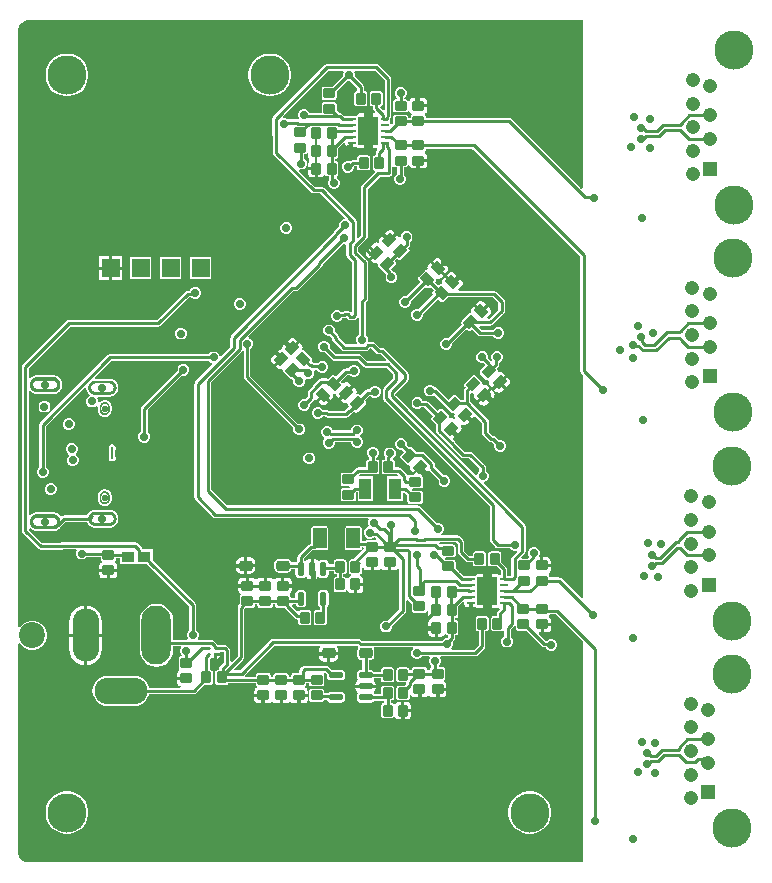
<source format=gbl>
G04*
G04 #@! TF.GenerationSoftware,Altium Limited,Altium Designer,24.0.1 (36)*
G04*
G04 Layer_Physical_Order=4*
G04 Layer_Color=16711680*
%FSLAX44Y44*%
%MOMM*%
G71*
G04*
G04 #@! TF.SameCoordinates,3B49473D-73B2-42EE-9F38-8EB038721B03*
G04*
G04*
G04 #@! TF.FilePolarity,Positive*
G04*
G01*
G75*
%ADD10C,0.2000*%
%ADD16C,0.2540*%
G04:AMPARAMS|DCode=20|XSize=1mm|YSize=0.82mm|CornerRadius=0.041mm|HoleSize=0mm|Usage=FLASHONLY|Rotation=180.000|XOffset=0mm|YOffset=0mm|HoleType=Round|Shape=RoundedRectangle|*
%AMROUNDEDRECTD20*
21,1,1.0000,0.7380,0,0,180.0*
21,1,0.9180,0.8200,0,0,180.0*
1,1,0.0820,-0.4590,0.3690*
1,1,0.0820,0.4590,0.3690*
1,1,0.0820,0.4590,-0.3690*
1,1,0.0820,-0.4590,-0.3690*
%
%ADD20ROUNDEDRECTD20*%
G04:AMPARAMS|DCode=26|XSize=0.95mm|YSize=0.8mm|CornerRadius=0.04mm|HoleSize=0mm|Usage=FLASHONLY|Rotation=180.000|XOffset=0mm|YOffset=0mm|HoleType=Round|Shape=RoundedRectangle|*
%AMROUNDEDRECTD26*
21,1,0.9500,0.7200,0,0,180.0*
21,1,0.8700,0.8000,0,0,180.0*
1,1,0.0800,-0.4350,0.3600*
1,1,0.0800,0.4350,0.3600*
1,1,0.0800,0.4350,-0.3600*
1,1,0.0800,-0.4350,-0.3600*
%
%ADD26ROUNDEDRECTD26*%
G04:AMPARAMS|DCode=27|XSize=1mm|YSize=0.82mm|CornerRadius=0.041mm|HoleSize=0mm|Usage=FLASHONLY|Rotation=90.000|XOffset=0mm|YOffset=0mm|HoleType=Round|Shape=RoundedRectangle|*
%AMROUNDEDRECTD27*
21,1,1.0000,0.7380,0,0,90.0*
21,1,0.9180,0.8200,0,0,90.0*
1,1,0.0820,0.3690,0.4590*
1,1,0.0820,0.3690,-0.4590*
1,1,0.0820,-0.3690,-0.4590*
1,1,0.0820,-0.3690,0.4590*
%
%ADD27ROUNDEDRECTD27*%
%ADD28R,1.1061X0.9582*%
%ADD57C,0.3000*%
%ADD58R,1.5000X1.5000*%
%ADD59C,3.3160*%
%ADD60C,0.5500*%
%ADD61C,0.7000*%
%ADD62R,1.2080X1.2080*%
%ADD63C,1.2080*%
%ADD64C,2.2000*%
%ADD65O,4.5000X2.2500*%
%ADD66O,2.2500X4.5000*%
%ADD67O,2.5000X5.0000*%
G04:AMPARAMS|DCode=68|XSize=1.21mm|YSize=0.59mm|CornerRadius=0.1475mm|HoleSize=0mm|Usage=FLASHONLY|Rotation=180.000|XOffset=0mm|YOffset=0mm|HoleType=Round|Shape=RoundedRectangle|*
%AMROUNDEDRECTD68*
21,1,1.2100,0.2950,0,0,180.0*
21,1,0.9150,0.5900,0,0,180.0*
1,1,0.2950,-0.4575,0.1475*
1,1,0.2950,0.4575,0.1475*
1,1,0.2950,0.4575,-0.1475*
1,1,0.2950,-0.4575,-0.1475*
%
%ADD68ROUNDEDRECTD68*%
G04:AMPARAMS|DCode=69|XSize=1.75mm|YSize=1.15mm|CornerRadius=0.0863mm|HoleSize=0mm|Usage=FLASHONLY|Rotation=270.000|XOffset=0mm|YOffset=0mm|HoleType=Round|Shape=RoundedRectangle|*
%AMROUNDEDRECTD69*
21,1,1.7500,0.9775,0,0,270.0*
21,1,1.5775,1.1500,0,0,270.0*
1,1,0.1725,-0.4888,-0.7887*
1,1,0.1725,-0.4888,0.7887*
1,1,0.1725,0.4888,0.7887*
1,1,0.1725,0.4888,-0.7887*
%
%ADD69ROUNDEDRECTD69*%
G04:AMPARAMS|DCode=70|XSize=0.95mm|YSize=0.8mm|CornerRadius=0.04mm|HoleSize=0mm|Usage=FLASHONLY|Rotation=90.000|XOffset=0mm|YOffset=0mm|HoleType=Round|Shape=RoundedRectangle|*
%AMROUNDEDRECTD70*
21,1,0.9500,0.7200,0,0,90.0*
21,1,0.8700,0.8000,0,0,90.0*
1,1,0.0800,0.3600,0.4350*
1,1,0.0800,0.3600,-0.4350*
1,1,0.0800,-0.3600,-0.4350*
1,1,0.0800,-0.3600,0.4350*
%
%ADD70ROUNDEDRECTD70*%
G04:AMPARAMS|DCode=71|XSize=0.6mm|YSize=0.24mm|CornerRadius=0.03mm|HoleSize=0mm|Usage=FLASHONLY|Rotation=0.000|XOffset=0mm|YOffset=0mm|HoleType=Round|Shape=RoundedRectangle|*
%AMROUNDEDRECTD71*
21,1,0.6000,0.1800,0,0,0.0*
21,1,0.5400,0.2400,0,0,0.0*
1,1,0.0600,0.2700,-0.0900*
1,1,0.0600,-0.2700,-0.0900*
1,1,0.0600,-0.2700,0.0900*
1,1,0.0600,0.2700,0.0900*
%
%ADD71ROUNDEDRECTD71*%
G04:AMPARAMS|DCode=72|XSize=1.65mm|YSize=2.4mm|CornerRadius=0.0413mm|HoleSize=0mm|Usage=FLASHONLY|Rotation=0.000|XOffset=0mm|YOffset=0mm|HoleType=Round|Shape=RoundedRectangle|*
%AMROUNDEDRECTD72*
21,1,1.6500,2.3175,0,0,0.0*
21,1,1.5675,2.4000,0,0,0.0*
1,1,0.0825,0.7838,-1.1588*
1,1,0.0825,-0.7838,-1.1588*
1,1,0.0825,-0.7838,1.1588*
1,1,0.0825,0.7838,1.1588*
%
%ADD72ROUNDEDRECTD72*%
%ADD73C,0.2700*%
G04:AMPARAMS|DCode=74|XSize=1.12mm|YSize=0.86mm|CornerRadius=0.2193mm|HoleSize=0mm|Usage=FLASHONLY|Rotation=180.000|XOffset=0mm|YOffset=0mm|HoleType=Round|Shape=RoundedRectangle|*
%AMROUNDEDRECTD74*
21,1,1.1200,0.4214,0,0,180.0*
21,1,0.6814,0.8600,0,0,180.0*
1,1,0.4386,-0.3407,0.2107*
1,1,0.4386,0.3407,0.2107*
1,1,0.4386,0.3407,-0.2107*
1,1,0.4386,-0.3407,-0.2107*
%
%ADD74ROUNDEDRECTD74*%
G04:AMPARAMS|DCode=75|XSize=1.21mm|YSize=0.59mm|CornerRadius=0.1475mm|HoleSize=0mm|Usage=FLASHONLY|Rotation=270.000|XOffset=0mm|YOffset=0mm|HoleType=Round|Shape=RoundedRectangle|*
%AMROUNDEDRECTD75*
21,1,1.2100,0.2950,0,0,270.0*
21,1,0.9150,0.5900,0,0,270.0*
1,1,0.2950,-0.1475,-0.4575*
1,1,0.2950,-0.1475,0.4575*
1,1,0.2950,0.1475,0.4575*
1,1,0.2950,0.1475,-0.4575*
%
%ADD75ROUNDEDRECTD75*%
G04:AMPARAMS|DCode=76|XSize=1mm|YSize=0.82mm|CornerRadius=0.041mm|HoleSize=0mm|Usage=FLASHONLY|Rotation=135.000|XOffset=0mm|YOffset=0mm|HoleType=Round|Shape=RoundedRectangle|*
%AMROUNDEDRECTD76*
21,1,1.0000,0.7380,0,0,135.0*
21,1,0.9180,0.8200,0,0,135.0*
1,1,0.0820,-0.0636,0.5855*
1,1,0.0820,0.5855,-0.0636*
1,1,0.0820,0.0636,-0.5855*
1,1,0.0820,-0.5855,0.0636*
%
%ADD76ROUNDEDRECTD76*%
%ADD77R,1.0000X1.8000*%
G04:AMPARAMS|DCode=78|XSize=1mm|YSize=0.82mm|CornerRadius=0.041mm|HoleSize=0mm|Usage=FLASHONLY|Rotation=225.000|XOffset=0mm|YOffset=0mm|HoleType=Round|Shape=RoundedRectangle|*
%AMROUNDEDRECTD78*
21,1,1.0000,0.7380,0,0,225.0*
21,1,0.9180,0.8200,0,0,225.0*
1,1,0.0820,-0.5855,-0.0636*
1,1,0.0820,0.0636,0.5855*
1,1,0.0820,0.5855,0.0636*
1,1,0.0820,-0.0636,-0.5855*
%
%ADD78ROUNDEDRECTD78*%
G36*
X568926Y1165830D02*
Y1140728D01*
X567752Y1140242D01*
X565301Y1142693D01*
X565316Y1143064D01*
X565748Y1144042D01*
X566091Y1144110D01*
X566720Y1144530D01*
X567140Y1145159D01*
X567287Y1145900D01*
Y1154600D01*
X567140Y1155341D01*
X566720Y1155970D01*
X566091Y1156390D01*
X565350Y1156537D01*
X558150D01*
X557409Y1156390D01*
X556780Y1155970D01*
X556360Y1155341D01*
X556213Y1154600D01*
Y1145900D01*
X556360Y1145159D01*
X556780Y1144530D01*
X557409Y1144110D01*
X558150Y1143963D01*
X558926D01*
Y1142250D01*
X558926Y1142250D01*
X559141Y1141169D01*
X559753Y1140253D01*
X561235Y1138771D01*
X560749Y1137598D01*
X559000D01*
Y1135000D01*
X563500D01*
Y1111000D01*
X559000D01*
Y1108402D01*
X562417D01*
X562943Y1107132D01*
X562253Y1106442D01*
X561641Y1105526D01*
X561426Y1104445D01*
X561426Y1104445D01*
Y1102037D01*
X560650D01*
X559909Y1101890D01*
X559280Y1101470D01*
X558860Y1100841D01*
X558713Y1100100D01*
Y1091400D01*
X558860Y1090659D01*
X559280Y1090030D01*
X559909Y1089610D01*
X560252Y1089542D01*
X560684Y1088564D01*
X560699Y1088193D01*
X549753Y1077247D01*
X549141Y1076331D01*
X548926Y1075250D01*
X548926Y1075250D01*
Y1034267D01*
X546534Y1031875D01*
X545361Y1032361D01*
Y1046065D01*
X545361Y1046065D01*
X545146Y1047146D01*
X544534Y1048062D01*
X544533Y1048062D01*
X517716Y1074880D01*
X516800Y1075492D01*
X515719Y1075707D01*
X515719Y1075707D01*
X509963D01*
X496593Y1089077D01*
X496802Y1089672D01*
X497216Y1090250D01*
X498995D01*
X500832Y1091011D01*
X502239Y1092418D01*
X503000Y1094255D01*
Y1096245D01*
X502239Y1098082D01*
X500832Y1099489D01*
X500824Y1099492D01*
Y1102963D01*
X501350D01*
X502091Y1103110D01*
X502720Y1103530D01*
X503032Y1103998D01*
X503656Y1103993D01*
X504302Y1103786D01*
Y1101160D01*
X504531Y1100009D01*
X505183Y1099033D01*
Y1097717D01*
X504531Y1096741D01*
X504302Y1095590D01*
Y1092270D01*
X511000D01*
Y1091000D01*
X512270D01*
Y1083402D01*
X514690D01*
X515841Y1083631D01*
X516817Y1084283D01*
X517412Y1085174D01*
X517952Y1085267D01*
X518768Y1085280D01*
X518933Y1085033D01*
X519565Y1084611D01*
X520310Y1084463D01*
X521676D01*
Y1080967D01*
X521169Y1079745D01*
Y1077755D01*
X521931Y1075918D01*
X523337Y1074511D01*
X525175Y1073750D01*
X527164D01*
X529002Y1074511D01*
X530408Y1075918D01*
X531169Y1077755D01*
Y1079745D01*
X530408Y1081582D01*
X529002Y1082989D01*
X528284Y1083286D01*
X528414Y1084607D01*
X528435Y1084611D01*
X529067Y1085033D01*
X529489Y1085665D01*
X529637Y1086410D01*
Y1095590D01*
X529489Y1096335D01*
X529067Y1096967D01*
X528435Y1097389D01*
X527690Y1097537D01*
X526824D01*
Y1099213D01*
X527690D01*
X528435Y1099361D01*
X529067Y1099783D01*
X529489Y1100415D01*
X529637Y1101160D01*
Y1108293D01*
X530989Y1109645D01*
X531435Y1109943D01*
X532977Y1111485D01*
X533163Y1111763D01*
X534384Y1112984D01*
X535654Y1112458D01*
Y1112100D01*
X535875Y1110992D01*
X536502Y1110052D01*
X537442Y1109425D01*
X538550Y1109204D01*
X539980D01*
Y1113000D01*
X542520D01*
Y1109204D01*
X543950D01*
X545058Y1109425D01*
X545149Y1109486D01*
X545284Y1109284D01*
X546260Y1108631D01*
X547412Y1108402D01*
X551500D01*
Y1111000D01*
X547000D01*
Y1135000D01*
X551500D01*
Y1137598D01*
X547412D01*
X546260Y1137369D01*
X545284Y1136716D01*
X544631Y1135740D01*
X544605Y1135605D01*
X543950Y1135735D01*
X541698D01*
X541250Y1135824D01*
X534920D01*
X533247Y1137497D01*
X532331Y1138109D01*
X531250Y1138324D01*
X531250Y1138324D01*
X530170D01*
X528287Y1140207D01*
Y1145350D01*
X528140Y1146091D01*
X527720Y1146720D01*
X527091Y1147140D01*
X526350Y1147287D01*
X517650D01*
X516909Y1147140D01*
X516280Y1146720D01*
X515860Y1146091D01*
X515713Y1145350D01*
Y1138324D01*
X505053D01*
X504739Y1139082D01*
X503332Y1140489D01*
X501495Y1141250D01*
X499505D01*
X497668Y1140489D01*
X496261Y1139082D01*
X495500Y1137245D01*
Y1135255D01*
X496134Y1133724D01*
X495618Y1132842D01*
X495335Y1132588D01*
X494885Y1132678D01*
X494884Y1132678D01*
X486893D01*
X486332Y1133239D01*
X484495Y1134000D01*
X483290D01*
X482764Y1135270D01*
X521420Y1173926D01*
X533965D01*
X534446Y1172656D01*
X533750Y1170975D01*
Y1169744D01*
X524293Y1160287D01*
X517650D01*
X516909Y1160140D01*
X516280Y1159720D01*
X515860Y1159091D01*
X515713Y1158350D01*
Y1151150D01*
X515860Y1150409D01*
X516280Y1149780D01*
X516909Y1149360D01*
X517650Y1149213D01*
X526350D01*
X527091Y1149360D01*
X527720Y1149780D01*
X528140Y1150409D01*
X528287Y1151150D01*
Y1156293D01*
X537203Y1165209D01*
X537755Y1164980D01*
X539745D01*
X539767Y1164989D01*
X545926Y1158830D01*
Y1156537D01*
X545150D01*
X544409Y1156390D01*
X543780Y1155970D01*
X543360Y1155341D01*
X543213Y1154600D01*
Y1145900D01*
X543360Y1145159D01*
X543780Y1144530D01*
X544409Y1144110D01*
X545150Y1143963D01*
X552350D01*
X553091Y1144110D01*
X553720Y1144530D01*
X554140Y1145159D01*
X554287Y1145900D01*
Y1154600D01*
X554140Y1155341D01*
X553720Y1155970D01*
X553091Y1156390D01*
X552350Y1156537D01*
X551574D01*
Y1160000D01*
X551359Y1161081D01*
X550747Y1161997D01*
X550747Y1161997D01*
X543750Y1168994D01*
Y1170975D01*
X543054Y1172656D01*
X543535Y1173926D01*
X560830D01*
X568926Y1165830D01*
D02*
G37*
G36*
X734676Y1016580D02*
Y919500D01*
X734676Y919500D01*
X734891Y918419D01*
X735503Y917503D01*
X736750Y916256D01*
Y727654D01*
X735577Y727168D01*
X718747Y743997D01*
X717831Y744609D01*
X716750Y744824D01*
X716750Y744824D01*
X708537D01*
Y745690D01*
X708389Y746435D01*
X707967Y747067D01*
X707720Y747232D01*
X707733Y748048D01*
X707826Y748588D01*
X708717Y749183D01*
X709369Y750159D01*
X709598Y751310D01*
Y753730D01*
X702000D01*
Y755000D01*
X700730D01*
Y761698D01*
X700428D01*
X699717Y762968D01*
X700250Y764255D01*
Y766245D01*
X699489Y768082D01*
X698082Y769489D01*
X696245Y770250D01*
X694255D01*
X692418Y769489D01*
X691011Y768082D01*
X690250Y766245D01*
Y764255D01*
X691011Y762418D01*
X691092Y762337D01*
X689293Y760537D01*
X685051D01*
X684565Y761711D01*
X687627Y764773D01*
X688239Y765689D01*
X688454Y766770D01*
Y787771D01*
X688454Y787771D01*
X688239Y788852D01*
X687627Y789768D01*
X687627Y789768D01*
X652831Y824564D01*
X653389Y825803D01*
X655070Y826499D01*
X656476Y827905D01*
X657238Y829743D01*
Y831732D01*
X656476Y833570D01*
X655070Y834976D01*
X654777Y835098D01*
Y838047D01*
X654777Y838048D01*
X654562Y839128D01*
X653949Y840045D01*
X643581Y850413D01*
X642665Y851025D01*
X641584Y851240D01*
X641584Y851240D01*
X636745D01*
X629374Y858611D01*
X629372Y858623D01*
X628759Y859539D01*
X628759Y859539D01*
X626632Y861667D01*
X626740Y862768D01*
X629088Y865116D01*
X624352Y869852D01*
X626148Y871648D01*
X630884Y866912D01*
X633232Y869260D01*
X633884Y870235D01*
X634113Y871386D01*
X633884Y872537D01*
X633232Y873513D01*
X634083Y874422D01*
X635059Y873770D01*
X636210Y873541D01*
X637361Y873770D01*
X638337Y874422D01*
X640684Y876770D01*
X635948Y881506D01*
X637744Y883302D01*
X642480Y878566D01*
X644828Y880913D01*
X645930Y881022D01*
X651551Y875401D01*
Y867010D01*
X651551Y867010D01*
X651766Y865929D01*
X652378Y865013D01*
X657435Y859956D01*
X658351Y859344D01*
X659432Y859129D01*
X659432Y859129D01*
X659713D01*
X661796Y857045D01*
X661793Y857038D01*
Y855048D01*
X662554Y853211D01*
X663961Y851804D01*
X665798Y851043D01*
X667787D01*
X669625Y851804D01*
X671032Y853211D01*
X671793Y855048D01*
Y857038D01*
X671032Y858875D01*
X669625Y860282D01*
X667787Y861043D01*
X665798D01*
X665790Y861040D01*
X662880Y863950D01*
X661963Y864563D01*
X660882Y864778D01*
X660882Y864778D01*
X660602D01*
X657199Y868180D01*
Y876570D01*
X657199Y876571D01*
X656984Y877651D01*
X656372Y878568D01*
X656372Y878568D01*
X641537Y893402D01*
Y899990D01*
X642770Y900691D01*
X642807Y900685D01*
X643517Y900544D01*
X643809Y900602D01*
X644376Y900016D01*
X644693Y899568D01*
X644484Y898517D01*
X644713Y897366D01*
X645365Y896391D01*
X647076Y894679D01*
X652448Y900052D01*
X657821Y905424D01*
X656109Y907135D01*
X655134Y907787D01*
X653983Y908016D01*
X652932Y907807D01*
X652484Y908124D01*
X651898Y908691D01*
X651956Y908983D01*
X651808Y909728D01*
X651386Y910360D01*
X646167Y915578D01*
X645536Y916000D01*
X644790Y916149D01*
X644045Y916000D01*
X643413Y915578D01*
X636922Y909087D01*
X636500Y908455D01*
X636352Y907710D01*
X636500Y906965D01*
X636922Y906333D01*
X637534Y905721D01*
X636716Y904902D01*
X636104Y903986D01*
X635889Y902905D01*
X635889Y902905D01*
Y895057D01*
X633438D01*
X629667Y898828D01*
X629035Y899250D01*
X628290Y899398D01*
X627545Y899250D01*
X626913Y898828D01*
X623165Y895079D01*
X613235Y905009D01*
X612319Y905621D01*
X611634Y905757D01*
X611598Y905844D01*
X610192Y907251D01*
X608354Y908012D01*
X606365D01*
X604527Y907251D01*
X603121Y905844D01*
X602360Y904006D01*
Y902017D01*
X603121Y900179D01*
X604527Y898773D01*
X606365Y898012D01*
X608354D01*
X610192Y898773D01*
X610837Y899418D01*
X619990Y890266D01*
X620000Y890215D01*
X620422Y889583D01*
X625640Y884364D01*
X626272Y883942D01*
X627017Y883794D01*
X627309Y883852D01*
X627876Y883266D01*
X628193Y882818D01*
X627984Y881767D01*
X628213Y880616D01*
X628865Y879641D01*
X628013Y878732D01*
X627037Y879384D01*
X625886Y879613D01*
X624836Y879404D01*
X624388Y879720D01*
X623802Y880287D01*
X623860Y880579D01*
X623712Y881324D01*
X623289Y881956D01*
X618071Y887174D01*
X617439Y887596D01*
X616694Y887745D01*
X615949Y887596D01*
X615317Y887174D01*
X613762Y885619D01*
X605832Y893549D01*
X604916Y894161D01*
X603835Y894376D01*
X603835Y894376D01*
X601349D01*
X600992Y895237D01*
X599585Y896644D01*
X597748Y897405D01*
X595759D01*
X593921Y896644D01*
X592514Y895237D01*
X591753Y893400D01*
Y891411D01*
X592514Y889573D01*
X593921Y888166D01*
X595759Y887405D01*
X597748D01*
X599585Y888166D01*
X600146Y888727D01*
X602665D01*
X609768Y881625D01*
X608826Y880683D01*
X608404Y880051D01*
X608255Y879306D01*
X608404Y878561D01*
X608826Y877929D01*
X612597Y874158D01*
Y868883D01*
X612597Y868883D01*
X612812Y867802D01*
X613424Y866886D01*
X624151Y856160D01*
X624153Y856147D01*
X624765Y855231D01*
X633578Y846419D01*
X634494Y845807D01*
X635575Y845592D01*
X635575Y845592D01*
X640414D01*
X649128Y836878D01*
Y834699D01*
X647999Y833570D01*
X647302Y831889D01*
X646064Y831331D01*
X577824Y899571D01*
Y900465D01*
X588497Y911138D01*
X588497Y911138D01*
X589109Y912054D01*
X589324Y913135D01*
X589324Y913135D01*
Y916926D01*
X589324Y916926D01*
X589109Y918007D01*
X588497Y918923D01*
X588497Y918923D01*
X568943Y938477D01*
X568027Y939089D01*
X566946Y939304D01*
X566946Y939304D01*
X565145D01*
X560912Y943537D01*
X559995Y944149D01*
X558915Y944364D01*
X558915Y944364D01*
X556133D01*
X555084Y945151D01*
Y947140D01*
X554323Y948978D01*
X552916Y950384D01*
X552908Y950387D01*
Y977454D01*
X553967Y978513D01*
X553967Y978513D01*
X554579Y979429D01*
X554794Y980510D01*
Y1011782D01*
X554794Y1011783D01*
X554579Y1012863D01*
X553967Y1013780D01*
X546831Y1020916D01*
Y1024184D01*
X553747Y1031100D01*
X553747Y1031100D01*
X554359Y1032016D01*
X554574Y1033097D01*
Y1074080D01*
X564670Y1084176D01*
X572750D01*
X573831Y1084391D01*
X574747Y1085003D01*
X575359Y1085919D01*
X575574Y1087000D01*
Y1092299D01*
X576486Y1092663D01*
X576844Y1092737D01*
X577409Y1092360D01*
X578150Y1092213D01*
X579676D01*
Y1086449D01*
X579168Y1086239D01*
X577761Y1084832D01*
X577000Y1082995D01*
Y1081005D01*
X577761Y1079168D01*
X579168Y1077761D01*
X581005Y1077000D01*
X582995D01*
X584832Y1077761D01*
X586239Y1079168D01*
X587000Y1081005D01*
Y1082995D01*
X586239Y1084832D01*
X585324Y1085747D01*
Y1092213D01*
X586850D01*
X587591Y1092360D01*
X588220Y1092780D01*
X588640Y1093409D01*
X588688Y1093653D01*
X589983D01*
X590131Y1092909D01*
X590783Y1091933D01*
X591759Y1091281D01*
X592910Y1091052D01*
X596230D01*
Y1097750D01*
X597500D01*
Y1099020D01*
X605098D01*
Y1101440D01*
X604869Y1102591D01*
X604217Y1103567D01*
X603326Y1104162D01*
X603233Y1104702D01*
X603220Y1105518D01*
X603467Y1105683D01*
X603889Y1106315D01*
X604037Y1107060D01*
Y1107926D01*
X643330D01*
X734676Y1016580D01*
D02*
G37*
G36*
X736750Y1074404D02*
X735577Y1073917D01*
X676497Y1132997D01*
X675581Y1133609D01*
X674500Y1133824D01*
X674500Y1133824D01*
X604037D01*
Y1134690D01*
X603889Y1135435D01*
X603467Y1136067D01*
X603220Y1136232D01*
X603233Y1137048D01*
X603326Y1137588D01*
X604217Y1138183D01*
X604869Y1139159D01*
X605098Y1140310D01*
Y1142730D01*
X597500D01*
Y1144000D01*
X596230D01*
Y1150698D01*
X592910D01*
X591759Y1150469D01*
X590783Y1149817D01*
X590131Y1148841D01*
X589983Y1148097D01*
X588688D01*
X588640Y1148341D01*
X588220Y1148970D01*
X587591Y1149390D01*
X586850Y1149537D01*
X586047D01*
X585628Y1150807D01*
X586739Y1151918D01*
X587500Y1153755D01*
Y1155745D01*
X586739Y1157582D01*
X585332Y1158989D01*
X583495Y1159750D01*
X581505D01*
X579668Y1158989D01*
X578261Y1157582D01*
X577500Y1155745D01*
Y1153755D01*
X578261Y1151918D01*
X579372Y1150807D01*
X578953Y1149537D01*
X578150D01*
X577409Y1149390D01*
X576780Y1148970D01*
X576360Y1148341D01*
X576213Y1147600D01*
Y1140400D01*
X576360Y1139659D01*
X576780Y1139030D01*
X577409Y1138610D01*
X578150Y1138463D01*
X586850D01*
X587591Y1138610D01*
X588220Y1139030D01*
X588640Y1139659D01*
X588688Y1139903D01*
X589983D01*
X590131Y1139159D01*
X590783Y1138183D01*
X591674Y1137588D01*
X591767Y1137048D01*
X591780Y1136232D01*
X591533Y1136067D01*
X591111Y1135435D01*
X590963Y1134690D01*
Y1133824D01*
X588787D01*
Y1134600D01*
X588640Y1135341D01*
X588220Y1135970D01*
X587591Y1136390D01*
X586850Y1136537D01*
X578150D01*
X577409Y1136390D01*
X576780Y1135970D01*
X576360Y1135341D01*
X576213Y1134600D01*
Y1129457D01*
X575055Y1128299D01*
X573785Y1128825D01*
Y1128900D01*
X573646Y1129602D01*
X573248Y1130198D01*
Y1130802D01*
X573646Y1131398D01*
X573785Y1132100D01*
Y1132974D01*
X573804Y1133070D01*
X573804Y1133070D01*
Y1133588D01*
X574359Y1134419D01*
X574574Y1135500D01*
Y1167000D01*
X574359Y1168081D01*
X573747Y1168997D01*
X573747Y1168997D01*
X564741Y1178003D01*
X564741Y1178003D01*
X563997Y1178747D01*
X563997Y1178747D01*
X563081Y1179359D01*
X562000Y1179574D01*
X562000Y1179574D01*
X520250D01*
X520250Y1179574D01*
X519169Y1179359D01*
X518253Y1178747D01*
X518253Y1178747D01*
X474733Y1135227D01*
X474121Y1134311D01*
X473906Y1133230D01*
X473906Y1133230D01*
Y1119662D01*
X473906Y1119662D01*
X474121Y1118581D01*
X474426Y1118125D01*
Y1104426D01*
X474426Y1104426D01*
X474641Y1103345D01*
X475253Y1102429D01*
X506796Y1070886D01*
X506796Y1070886D01*
X507712Y1070274D01*
X508793Y1070059D01*
X508793Y1070059D01*
X514549D01*
X535184Y1049423D01*
X534623Y1048188D01*
X532934Y1047489D01*
X531528Y1046082D01*
X530766Y1044245D01*
Y1042255D01*
X530770Y1042247D01*
X526062Y1037540D01*
X525450Y1036624D01*
X525280Y1035769D01*
X439173Y949662D01*
X438561Y948745D01*
X438346Y947665D01*
X438346Y947665D01*
Y940302D01*
X430344Y932300D01*
X428898Y932651D01*
X428409Y933832D01*
X427003Y935239D01*
X425165Y936000D01*
X423176D01*
X421338Y935239D01*
X419931Y933832D01*
X419928Y933824D01*
X336390D01*
X335309Y933609D01*
X334393Y932997D01*
X334393Y932997D01*
X277483Y876087D01*
X276871Y875171D01*
X276656Y874090D01*
X276656Y874090D01*
Y838401D01*
X276648Y838398D01*
X275241Y836992D01*
X274480Y835154D01*
Y833165D01*
X275241Y831327D01*
X276648Y829921D01*
X278485Y829159D01*
X280474D01*
X282312Y829921D01*
X283719Y831327D01*
X284480Y833165D01*
Y835154D01*
X283719Y836992D01*
X282312Y838398D01*
X282304Y838401D01*
Y872920D01*
X314690Y905306D01*
X316110Y905073D01*
X316423Y904661D01*
X316464Y904350D01*
X316487Y904310D01*
X316478Y904266D01*
X316535Y903957D01*
X316560Y903919D01*
X316552Y903874D01*
X316626Y903568D01*
X316653Y903531D01*
X316648Y903486D01*
X316737Y903185D01*
X316766Y903149D01*
X316763Y903104D01*
X316868Y902808D01*
X316898Y902774D01*
Y902729D01*
X317019Y902438D01*
X317051Y902406D01*
X317053Y902361D01*
X317189Y902077D01*
X317222Y902047D01*
X317227Y902001D01*
X317377Y901725D01*
X317412Y901697D01*
X317419Y901652D01*
X317584Y901384D01*
X317621Y901357D01*
X317630Y901312D01*
X317808Y901054D01*
X317846Y901029D01*
X317858Y900985D01*
X318049Y900736D01*
X318088Y900713D01*
X318103Y900670D01*
X318307Y900431D01*
X318347Y900410D01*
X318363Y900368D01*
X318580Y900140D01*
X318621Y900121D01*
X318640Y900080D01*
X318868Y899863D01*
X318910Y899847D01*
X318931Y899807D01*
X319170Y899603D01*
X319230Y899463D01*
X319172Y898545D01*
X318980Y898161D01*
X318565Y897989D01*
X317158Y896582D01*
X316397Y894745D01*
Y892755D01*
X317158Y890918D01*
X318565Y889511D01*
X320402Y888750D01*
X322392D01*
X324229Y889511D01*
X324388Y889670D01*
X325288Y889653D01*
X325903Y889442D01*
X326126Y889000D01*
Y886500D01*
X326135Y886479D01*
X326127Y886457D01*
X326133Y886235D01*
X326151Y886193D01*
X326137Y886150D01*
X326155Y885928D01*
X326175Y885888D01*
X326164Y885844D01*
X326193Y885623D01*
X326215Y885584D01*
X326206Y885539D01*
X326246Y885320D01*
X326271Y885282D01*
X326264Y885237D01*
X326316Y885021D01*
X326343Y884984D01*
X326338Y884939D01*
X326401Y884726D01*
X326430Y884690D01*
X326428Y884645D01*
X326502Y884435D01*
X326532Y884401D01*
Y884356D01*
X326617Y884150D01*
X326650Y884118D01*
X326652Y884072D01*
X326748Y883872D01*
X326782Y883841D01*
X326786Y883796D01*
X326893Y883600D01*
X326928Y883572D01*
X326935Y883527D01*
X327051Y883337D01*
X327088Y883310D01*
X327098Y883266D01*
X327224Y883082D01*
X327262Y883057D01*
X327274Y883014D01*
X327409Y882837D01*
X327449Y882814D01*
X327463Y882771D01*
X327607Y882602D01*
X327648Y882581D01*
X327664Y882539D01*
X327817Y882377D01*
X327859Y882359D01*
X327877Y882317D01*
X328039Y882164D01*
X328081Y882148D01*
X328102Y882107D01*
X328271Y881963D01*
X328314Y881948D01*
X328337Y881909D01*
X328513Y881774D01*
X328558Y881762D01*
X328582Y881724D01*
X328766Y881598D01*
X328810Y881588D01*
X328837Y881551D01*
X329027Y881435D01*
X329072Y881428D01*
X329100Y881393D01*
X329296Y881286D01*
X329341Y881282D01*
X329372Y881248D01*
X329572Y881152D01*
X329618Y881150D01*
X329650Y881117D01*
X329856Y881032D01*
X329901D01*
X329935Y881002D01*
X330145Y880928D01*
X330190Y880930D01*
X330226Y880901D01*
X330439Y880838D01*
X330484Y880843D01*
X330521Y880816D01*
X330737Y880764D01*
X330782Y880771D01*
X330821Y880746D01*
X331039Y880706D01*
X331084Y880715D01*
X331123Y880693D01*
X331344Y880664D01*
X331388Y880675D01*
X331428Y880655D01*
X331650Y880637D01*
X331693Y880651D01*
X331735Y880633D01*
X331958Y880627D01*
X332000Y880643D01*
X332042Y880627D01*
X332265Y880633D01*
X332307Y880651D01*
X332350Y880637D01*
X332572Y880655D01*
X332612Y880675D01*
X332656Y880664D01*
X332877Y880693D01*
X332916Y880715D01*
X332961Y880706D01*
X333179Y880746D01*
X333218Y880771D01*
X333263Y880764D01*
X333479Y880816D01*
X333516Y880843D01*
X333561Y880838D01*
X333774Y880901D01*
X333810Y880930D01*
X333856Y880928D01*
X334065Y881002D01*
X334099Y881032D01*
X334144D01*
X334350Y881117D01*
X334382Y881150D01*
X334427Y881152D01*
X334628Y881248D01*
X334659Y881282D01*
X334704Y881286D01*
X334900Y881393D01*
X334928Y881428D01*
X334973Y881435D01*
X335163Y881551D01*
X335190Y881588D01*
X335234Y881598D01*
X335418Y881724D01*
X335443Y881762D01*
X335486Y881774D01*
X335663Y881909D01*
X335686Y881948D01*
X335729Y881963D01*
X335898Y882107D01*
X335919Y882148D01*
X335961Y882164D01*
X336123Y882317D01*
X336141Y882359D01*
X336183Y882377D01*
X336336Y882539D01*
X336352Y882581D01*
X336393Y882602D01*
X336538Y882771D01*
X336552Y882814D01*
X336591Y882837D01*
X336726Y883014D01*
X336738Y883057D01*
X336776Y883082D01*
X336902Y883266D01*
X336912Y883310D01*
X336949Y883337D01*
X337065Y883527D01*
X337072Y883572D01*
X337108Y883600D01*
X337214Y883796D01*
X337218Y883841D01*
X337252Y883872D01*
X337348Y884072D01*
X337350Y884118D01*
X337383Y884150D01*
X337468Y884356D01*
Y884401D01*
X337498Y884435D01*
X337572Y884644D01*
X337570Y884690D01*
X337599Y884726D01*
X337662Y884939D01*
X337657Y884984D01*
X337684Y885021D01*
X337736Y885237D01*
X337729Y885282D01*
X337754Y885321D01*
X337794Y885539D01*
X337785Y885584D01*
X337807Y885623D01*
X337836Y885844D01*
X337825Y885888D01*
X337845Y885928D01*
X337863Y886150D01*
X337849Y886193D01*
X337867Y886235D01*
X337873Y886458D01*
X337865Y886479D01*
X337874Y886500D01*
Y889000D01*
X337865Y889021D01*
X337873Y889042D01*
X337867Y889265D01*
X337849Y889306D01*
X337863Y889350D01*
X337845Y889572D01*
X337825Y889612D01*
X337836Y889656D01*
X337807Y889877D01*
X337785Y889916D01*
X337794Y889961D01*
X337754Y890179D01*
X337729Y890218D01*
X337736Y890263D01*
X337684Y890479D01*
X337657Y890516D01*
X337662Y890561D01*
X337599Y890774D01*
X337570Y890810D01*
X337572Y890855D01*
X337498Y891065D01*
X337468Y891099D01*
Y891144D01*
X337383Y891350D01*
X337350Y891382D01*
X337348Y891428D01*
X337252Y891628D01*
X337218Y891659D01*
X337214Y891704D01*
X337107Y891900D01*
X337072Y891928D01*
X337065Y891973D01*
X336949Y892163D01*
X336912Y892190D01*
X336902Y892234D01*
X336776Y892418D01*
X336738Y892443D01*
X336726Y892486D01*
X336591Y892663D01*
X336552Y892686D01*
X336538Y892729D01*
X336393Y892898D01*
X336352Y892919D01*
X336336Y892961D01*
X336183Y893123D01*
X336141Y893141D01*
X336123Y893183D01*
X335961Y893336D01*
X335919Y893352D01*
X335898Y893393D01*
X335729Y893538D01*
X335686Y893551D01*
X335663Y893591D01*
X335486Y893726D01*
X335443Y893738D01*
X335418Y893776D01*
X335234Y893902D01*
X335190Y893912D01*
X335163Y893949D01*
X334973Y894065D01*
X334928Y894072D01*
X334900Y894108D01*
X334704Y894214D01*
X334659Y894218D01*
X334628Y894252D01*
X334427Y894348D01*
X334382Y894350D01*
X334350Y894383D01*
X334144Y894468D01*
X334099D01*
X334065Y894498D01*
X333856Y894572D01*
X333810Y894570D01*
X333774Y894599D01*
X333561Y894662D01*
X333516Y894657D01*
X333479Y894684D01*
X333263Y894736D01*
X333218Y894729D01*
X333179Y894754D01*
X332961Y894794D01*
X332916Y894785D01*
X332877Y894807D01*
X332656Y894836D01*
X332612Y894825D01*
X332572Y894845D01*
X332350Y894863D01*
X332307Y894849D01*
X332265Y894867D01*
X332042Y894873D01*
X332000Y894857D01*
X331958Y894873D01*
X331735Y894867D01*
X331693Y894849D01*
X331650Y894863D01*
X331428Y894845D01*
X331388Y894825D01*
X331344Y894836D01*
X331123Y894807D01*
X331084Y894785D01*
X331039Y894794D01*
X330821Y894754D01*
X330782Y894729D01*
X330737Y894736D01*
X330521Y894684D01*
X330484Y894657D01*
X330439Y894662D01*
X330226Y894599D01*
X330190Y894570D01*
X330145Y894572D01*
X329935Y894498D01*
X329901Y894468D01*
X329856D01*
X329650Y894383D01*
X329618Y894350D01*
X329572Y894348D01*
X329372Y894252D01*
X329341Y894218D01*
X329296Y894214D01*
X329100Y894107D01*
X329072Y894072D01*
X329027Y894065D01*
X328837Y893949D01*
X328810Y893912D01*
X328766Y893902D01*
X328582Y893776D01*
X328558Y893738D01*
X328513Y893726D01*
X328337Y893591D01*
X328314Y893551D01*
X328271Y893538D01*
X328102Y893393D01*
X326901Y893313D01*
X326397Y893623D01*
Y894745D01*
X325636Y896582D01*
X325515Y896703D01*
X326001Y897876D01*
X336000D01*
X336021Y897885D01*
X336043Y897877D01*
X336357Y897885D01*
X336398Y897904D01*
X336441Y897890D01*
X336754Y897914D01*
X336795Y897935D01*
X336839Y897923D01*
X337150Y897964D01*
X337190Y897987D01*
X337234Y897978D01*
X337543Y898035D01*
X337581Y898059D01*
X337626Y898052D01*
X337932Y898126D01*
X337969Y898152D01*
X338014Y898148D01*
X338315Y898237D01*
X338351Y898266D01*
X338396Y898263D01*
X338692Y898368D01*
X338726Y898399D01*
X338771D01*
X339062Y898519D01*
X339094Y898551D01*
X339139Y898553D01*
X339423Y898689D01*
X339453Y898722D01*
X339499Y898727D01*
X339775Y898877D01*
X339803Y898912D01*
X339848Y898920D01*
X340116Y899084D01*
X340143Y899120D01*
X340187Y899130D01*
X340446Y899308D01*
X340471Y899346D01*
X340515Y899358D01*
X340764Y899549D01*
X340787Y899588D01*
X340830Y899603D01*
X341069Y899807D01*
X341090Y899847D01*
X341132Y899863D01*
X341360Y900080D01*
X341379Y900121D01*
X341420Y900140D01*
X341637Y900368D01*
X341653Y900410D01*
X341693Y900431D01*
X341897Y900670D01*
X341912Y900713D01*
X341951Y900736D01*
X342142Y900985D01*
X342154Y901029D01*
X342192Y901054D01*
X342370Y901312D01*
X342379Y901357D01*
X342416Y901384D01*
X342580Y901652D01*
X342588Y901697D01*
X342623Y901725D01*
X342773Y902001D01*
X342778Y902047D01*
X342811Y902077D01*
X342947Y902361D01*
X342949Y902406D01*
X342981Y902438D01*
X343102Y902729D01*
Y902774D01*
X343132Y902808D01*
X343237Y903104D01*
X343234Y903149D01*
X343263Y903185D01*
X343352Y903486D01*
X343348Y903531D01*
X343374Y903568D01*
X343448Y903874D01*
X343441Y903919D01*
X343465Y903957D01*
X343522Y904266D01*
X343513Y904310D01*
X343536Y904350D01*
X343577Y904661D01*
X343565Y904705D01*
X343586Y904745D01*
X343610Y905059D01*
X343596Y905102D01*
X343615Y905144D01*
X343623Y905457D01*
X343607Y905500D01*
X343623Y905543D01*
X343615Y905857D01*
X343596Y905898D01*
X343610Y905941D01*
X343586Y906255D01*
X343565Y906295D01*
X343577Y906339D01*
X343536Y906650D01*
X343513Y906690D01*
X343522Y906734D01*
X343465Y907043D01*
X343441Y907082D01*
X343448Y907126D01*
X343374Y907432D01*
X343348Y907469D01*
X343352Y907514D01*
X343263Y907815D01*
X343234Y907851D01*
X343237Y907896D01*
X343132Y908192D01*
X343102Y908226D01*
Y908271D01*
X342981Y908562D01*
X342949Y908594D01*
X342947Y908640D01*
X342811Y908923D01*
X342778Y908953D01*
X342773Y908999D01*
X342623Y909275D01*
X342588Y909303D01*
X342580Y909348D01*
X342416Y909616D01*
X342379Y909643D01*
X342370Y909688D01*
X342192Y909946D01*
X342154Y909971D01*
X342142Y910015D01*
X341951Y910264D01*
X341912Y910287D01*
X341897Y910330D01*
X341693Y910569D01*
X341653Y910590D01*
X341637Y910632D01*
X341420Y910860D01*
X341379Y910879D01*
X341360Y910920D01*
X341132Y911137D01*
X341090Y911153D01*
X341069Y911193D01*
X340830Y911397D01*
X340787Y911412D01*
X340764Y911451D01*
X340515Y911642D01*
X340471Y911654D01*
X340446Y911692D01*
X340187Y911870D01*
X340143Y911880D01*
X340116Y911916D01*
X339848Y912081D01*
X339803Y912088D01*
X339775Y912123D01*
X339499Y912273D01*
X339453Y912278D01*
X339423Y912311D01*
X339140Y912447D01*
X339094Y912449D01*
X339062Y912481D01*
X338771Y912601D01*
X338726D01*
X338692Y912632D01*
X338396Y912737D01*
X338351Y912734D01*
X338315Y912763D01*
X338014Y912852D01*
X337969Y912848D01*
X337932Y912874D01*
X337626Y912948D01*
X337581Y912941D01*
X337543Y912965D01*
X337234Y913023D01*
X337190Y913013D01*
X337150Y913036D01*
X336839Y913077D01*
X336795Y913065D01*
X336754Y913086D01*
X336441Y913110D01*
X336398Y913096D01*
X336357Y913115D01*
X336043Y913123D01*
X336021Y913115D01*
X336000Y913124D01*
X324304D01*
X323849Y913864D01*
X323773Y914389D01*
X337560Y928176D01*
X419928D01*
X419931Y928168D01*
X421338Y926761D01*
X422519Y926272D01*
X422870Y924827D01*
X408753Y910710D01*
X408141Y909793D01*
X407926Y908712D01*
X407926Y908712D01*
Y812750D01*
X407926Y812750D01*
X408141Y811669D01*
X408753Y810753D01*
X423483Y796023D01*
X423483Y796023D01*
X424399Y795411D01*
X425480Y795196D01*
X425480Y795196D01*
X555215D01*
X555696Y793926D01*
X555000Y792245D01*
Y790255D01*
X555512Y789020D01*
X555307Y788003D01*
X554839Y787578D01*
X553418Y786989D01*
X552011Y785582D01*
X551250Y783745D01*
Y781755D01*
X552011Y779918D01*
X553418Y778511D01*
X555255Y777750D01*
X557245D01*
X559082Y778511D01*
X559643Y779072D01*
X560432D01*
X561847Y777657D01*
X561320Y776387D01*
X553910D01*
X553165Y776239D01*
X552701Y775929D01*
X549796D01*
Y785888D01*
X549613Y786809D01*
X549091Y787591D01*
X548309Y788113D01*
X547388Y788296D01*
X537612D01*
X536691Y788113D01*
X535909Y787591D01*
X535387Y786809D01*
X535204Y785888D01*
Y770113D01*
X535387Y769191D01*
X535909Y768409D01*
X536691Y767887D01*
X537612Y767704D01*
X547388D01*
X548309Y767887D01*
X549091Y768409D01*
X549613Y769191D01*
X549796Y770113D01*
Y770281D01*
X550990D01*
X551517Y769011D01*
X542543Y760037D01*
X540650D01*
X539909Y759890D01*
X539280Y759470D01*
X538860Y758841D01*
X538713Y758100D01*
Y749400D01*
X538860Y748659D01*
X539280Y748030D01*
X539909Y747610D01*
X540198Y747553D01*
Y746258D01*
X539503Y746119D01*
X538530Y745470D01*
X537881Y744497D01*
X537857Y744381D01*
X537161Y744215D01*
X536536Y744247D01*
X536220Y744720D01*
X535591Y745140D01*
X534850Y745287D01*
X534074D01*
Y747463D01*
X534850D01*
X535591Y747610D01*
X536220Y748030D01*
X536640Y748659D01*
X536787Y749400D01*
Y758100D01*
X536640Y758841D01*
X536220Y759470D01*
X535591Y759890D01*
X534850Y760037D01*
X527650D01*
X526909Y759890D01*
X526280Y759470D01*
X525860Y758841D01*
X525713Y758100D01*
Y755837D01*
X521508D01*
Y756625D01*
X521277Y757786D01*
X520620Y758770D01*
X519636Y759427D01*
X518475Y759658D01*
X515525D01*
X514364Y759427D01*
X513380Y758770D01*
X512112Y759157D01*
X511870Y759520D01*
X510542Y760407D01*
X508975Y760719D01*
X508770D01*
Y752050D01*
Y743381D01*
X508975D01*
X510542Y743693D01*
X511870Y744580D01*
X512112Y744943D01*
X513380Y745330D01*
X514364Y744673D01*
X515525Y744442D01*
X518475D01*
X519636Y744673D01*
X520620Y745330D01*
X521277Y746314D01*
X521508Y747475D01*
Y750188D01*
X525713D01*
Y749400D01*
X525860Y748659D01*
X526280Y748030D01*
X526909Y747610D01*
X527650Y747463D01*
X528426D01*
Y745287D01*
X527650D01*
X526909Y745140D01*
X526280Y744720D01*
X525860Y744091D01*
X525713Y743350D01*
Y734650D01*
X525860Y733909D01*
X526280Y733280D01*
X526909Y732860D01*
X527650Y732713D01*
X534850D01*
X535591Y732860D01*
X536220Y733280D01*
X536536Y733753D01*
X537161Y733785D01*
X537857Y733619D01*
X537881Y733503D01*
X538530Y732530D01*
X539503Y731881D01*
X540650Y731652D01*
X542980D01*
Y739000D01*
X544250D01*
Y740270D01*
X550848D01*
Y743350D01*
X550619Y744497D01*
X549970Y745470D01*
X548997Y746119D01*
X548302Y746258D01*
Y747553D01*
X548591Y747610D01*
X549220Y748030D01*
X549640Y748659D01*
X549787Y749400D01*
Y753156D01*
X551057Y753281D01*
X551131Y752909D01*
X551783Y751933D01*
X552759Y751281D01*
X553910Y751052D01*
X557230D01*
Y757750D01*
X559770D01*
Y751052D01*
X563090D01*
X564241Y751281D01*
X565217Y751933D01*
X566533D01*
X567509Y751281D01*
X568660Y751052D01*
X571980D01*
Y757750D01*
X574520D01*
Y751052D01*
X577840D01*
X578991Y751281D01*
X579967Y751933D01*
X580156Y752216D01*
X581426Y751831D01*
Y717920D01*
X571606Y708100D01*
X571245Y708250D01*
X569255D01*
X567418Y707489D01*
X566011Y706082D01*
X565250Y704245D01*
Y702255D01*
X566011Y700418D01*
X567418Y699011D01*
X569255Y698250D01*
X571245D01*
X573082Y699011D01*
X574489Y700418D01*
X575250Y702255D01*
Y703756D01*
X586247Y714753D01*
X586859Y715669D01*
X587074Y716750D01*
X587074Y716750D01*
Y725135D01*
X588344Y725662D01*
X592213Y721793D01*
Y716650D01*
X592360Y715909D01*
X592780Y715280D01*
X593409Y714860D01*
X594150Y714713D01*
X602850D01*
X603591Y714860D01*
X604220Y715280D01*
X604640Y715909D01*
X604787Y716650D01*
X606052Y716638D01*
Y712660D01*
X606281Y711509D01*
X606933Y710533D01*
X606962Y710514D01*
Y708986D01*
X606933Y708967D01*
X606281Y707991D01*
X606052Y706840D01*
Y703520D01*
X612750D01*
Y702250D01*
X614020D01*
Y694652D01*
X616440D01*
X617591Y694881D01*
X618567Y695533D01*
X619162Y696424D01*
X619702Y696517D01*
X620518Y696530D01*
X620683Y696283D01*
X621315Y695861D01*
X622060Y695713D01*
X622522D01*
X622758Y694443D01*
X621816Y693500D01*
X621005D01*
X619168Y692739D01*
X617761Y691332D01*
X617758Y691324D01*
X549316D01*
X548894Y691747D01*
X547977Y692359D01*
X546897Y692574D01*
X546896Y692574D01*
X474250D01*
X474250Y692574D01*
X473169Y692359D01*
X472253Y691747D01*
X472253Y691747D01*
X446660Y666154D01*
X441808D01*
X441322Y667328D01*
X449247Y675253D01*
X449859Y676169D01*
X450074Y677250D01*
X450074Y677250D01*
Y718080D01*
X451017Y719023D01*
X451077Y719113D01*
X457340D01*
X458085Y719261D01*
X458717Y719683D01*
X459139Y720315D01*
X459287Y721060D01*
Y721926D01*
X461213D01*
Y721060D01*
X461361Y720315D01*
X461783Y719683D01*
X462415Y719261D01*
X463160Y719113D01*
X472340D01*
X473085Y719261D01*
X473717Y719683D01*
X474139Y720315D01*
X474287Y721060D01*
Y721926D01*
X476213D01*
Y721060D01*
X476361Y720315D01*
X476783Y719683D01*
X477415Y719261D01*
X478160Y719113D01*
X484423D01*
X484483Y719023D01*
X493181Y710325D01*
X494097Y709713D01*
X495178Y709498D01*
X495963Y708611D01*
Y706400D01*
X496110Y705659D01*
X496530Y705030D01*
X497159Y704610D01*
X497900Y704463D01*
X505100D01*
X505841Y704610D01*
X506470Y705030D01*
X506890Y705659D01*
X507037Y706400D01*
Y715100D01*
X506890Y715841D01*
X506470Y716470D01*
X505841Y716890D01*
X505100Y717037D01*
X497900D01*
X497159Y716890D01*
X496530Y716470D01*
X495037Y716458D01*
X490742Y720752D01*
X491228Y721926D01*
X493581D01*
X493723Y721214D01*
X494380Y720230D01*
X495364Y719573D01*
X496525Y719342D01*
X499475D01*
X500636Y719573D01*
X501620Y720230D01*
X502277Y721214D01*
X502508Y722375D01*
Y731525D01*
X502277Y732686D01*
X501620Y733670D01*
X500636Y734327D01*
X499475Y734558D01*
X496525D01*
X495364Y734327D01*
X494380Y733670D01*
X493723Y732686D01*
X493492Y731525D01*
Y727574D01*
X489287D01*
Y728440D01*
X489139Y729185D01*
X488717Y729817D01*
X488470Y729982D01*
X488483Y730798D01*
X488576Y731338D01*
X489467Y731933D01*
X490119Y732909D01*
X490348Y734060D01*
Y736480D01*
X482750D01*
Y737750D01*
X481480D01*
Y744448D01*
X478160D01*
X477009Y744219D01*
X476033Y743567D01*
X476014Y743538D01*
X474486D01*
X474467Y743567D01*
X473491Y744219D01*
X472340Y744448D01*
X469020D01*
Y737750D01*
X466480D01*
Y744448D01*
X463160D01*
X462009Y744219D01*
X461033Y743567D01*
X461014Y743538D01*
X459486D01*
X459467Y743567D01*
X458491Y744219D01*
X457340Y744448D01*
X454020D01*
Y737750D01*
X452750D01*
Y736480D01*
X445152D01*
Y734060D01*
X445381Y732909D01*
X446033Y731933D01*
X446924Y731338D01*
X447017Y730798D01*
X447030Y729982D01*
X446783Y729817D01*
X446361Y729185D01*
X446213Y728440D01*
Y722207D01*
X445253Y721247D01*
X444641Y720331D01*
X444426Y719250D01*
X444426Y719250D01*
Y678420D01*
X439498Y673492D01*
X438324Y673978D01*
Y683074D01*
X438109Y684155D01*
X437497Y685071D01*
X437497Y685071D01*
X435821Y686747D01*
X434905Y687359D01*
X433824Y687574D01*
X433824Y687574D01*
X427959D01*
X427466Y688311D01*
X424411Y691367D01*
X423494Y691979D01*
X422414Y692194D01*
X422413Y692194D01*
X411269D01*
X410797Y693464D01*
X411500Y695161D01*
Y697150D01*
X410739Y698988D01*
X409332Y700395D01*
X409324Y700398D01*
Y721511D01*
X409324Y721511D01*
X409109Y722592D01*
X408497Y723508D01*
X408497Y723508D01*
X372541Y759464D01*
Y768791D01*
X363954D01*
X363860Y769265D01*
X363248Y770182D01*
X363247Y770182D01*
X359662Y773767D01*
X358746Y774379D01*
X357665Y774594D01*
X357665Y774594D01*
X296270D01*
X295189Y774379D01*
X294733Y774074D01*
X278980D01*
X268000Y785054D01*
X268015Y785805D01*
X269169Y786264D01*
X269273Y786256D01*
X269286Y786226D01*
X269533Y785992D01*
X269576Y785975D01*
X269596Y785935D01*
X269855Y785714D01*
X269898Y785700D01*
X269921Y785660D01*
X270191Y785453D01*
X270235Y785442D01*
X270260Y785403D01*
X270540Y785211D01*
X270585Y785201D01*
X270611Y785164D01*
X270902Y784986D01*
X270947Y784979D01*
X270975Y784944D01*
X271274Y784782D01*
X271320Y784777D01*
X271350Y784743D01*
X271657Y784596D01*
X271703Y784594D01*
X271735Y784562D01*
X272049Y784432D01*
X272095D01*
X272129Y784401D01*
X272449Y784288D01*
X272495Y784290D01*
X272530Y784261D01*
X272857Y784165D01*
X272902Y784169D01*
X272939Y784143D01*
X273270Y784063D01*
X273315Y784070D01*
X273353Y784046D01*
X273687Y783984D01*
X273732Y783993D01*
X273771Y783970D01*
X274109Y783926D01*
X274153Y783938D01*
X274193Y783917D01*
X274533Y783890D01*
X274576Y783904D01*
X274617Y783886D01*
X274958Y783877D01*
X274979Y783885D01*
X275000Y783876D01*
X288000D01*
X288021Y783885D01*
X288043Y783877D01*
X288383Y783886D01*
X288424Y783904D01*
X288468Y783890D01*
X288807Y783917D01*
X288847Y783938D01*
X288891Y783926D01*
X289229Y783970D01*
X289268Y783993D01*
X289313Y783984D01*
X289647Y784046D01*
X289685Y784070D01*
X289730Y784063D01*
X290061Y784143D01*
X290098Y784169D01*
X290143Y784165D01*
X290470Y784261D01*
X290505Y784290D01*
X290551Y784288D01*
X290871Y784401D01*
X290905Y784432D01*
X290951D01*
X291265Y784562D01*
X291297Y784594D01*
X291343Y784597D01*
X291650Y784743D01*
X291680Y784777D01*
X291726Y784782D01*
X292025Y784944D01*
X292053Y784979D01*
X292098Y784986D01*
X292388Y785164D01*
X292415Y785201D01*
X292460Y785211D01*
X292740Y785403D01*
X292765Y785442D01*
X292809Y785453D01*
X293079Y785660D01*
X293102Y785700D01*
X293145Y785714D01*
X293404Y785935D01*
X293424Y785975D01*
X293467Y785992D01*
X293714Y786226D01*
X293732Y786268D01*
X293774Y786286D01*
X294008Y786533D01*
X294024Y786575D01*
X294065Y786596D01*
X294286Y786855D01*
X294300Y786898D01*
X294340Y786921D01*
X294547Y787191D01*
X294559Y787235D01*
X294597Y787260D01*
X294789Y787540D01*
X294799Y787585D01*
X294836Y787612D01*
X295014Y787902D01*
X295019Y787936D01*
X298759Y791676D01*
X316920D01*
X317019Y791438D01*
X317051Y791406D01*
X317053Y791360D01*
X317189Y791077D01*
X317222Y791047D01*
X317227Y791001D01*
X317377Y790725D01*
X317412Y790697D01*
X317419Y790652D01*
X317584Y790384D01*
X317621Y790357D01*
X317630Y790312D01*
X317808Y790054D01*
X317846Y790029D01*
X317858Y789985D01*
X318049Y789736D01*
X318088Y789713D01*
X318103Y789670D01*
X318307Y789431D01*
X318347Y789410D01*
X318363Y789368D01*
X318580Y789140D01*
X318621Y789121D01*
X318640Y789080D01*
X318868Y788863D01*
X318910Y788847D01*
X318931Y788807D01*
X319170Y788603D01*
X319213Y788588D01*
X319236Y788549D01*
X319485Y788358D01*
X319529Y788346D01*
X319554Y788308D01*
X319813Y788130D01*
X319857Y788120D01*
X319884Y788084D01*
X320152Y787919D01*
X320197Y787912D01*
X320225Y787877D01*
X320501Y787727D01*
X320547Y787722D01*
X320577Y787689D01*
X320860Y787553D01*
X320906Y787551D01*
X320938Y787519D01*
X321229Y787399D01*
X321274D01*
X321308Y787368D01*
X321604Y787263D01*
X321649Y787266D01*
X321685Y787237D01*
X321986Y787148D01*
X322031Y787152D01*
X322068Y787126D01*
X322374Y787052D01*
X322419Y787059D01*
X322457Y787035D01*
X322766Y786977D01*
X322810Y786987D01*
X322850Y786964D01*
X323161Y786923D01*
X323205Y786935D01*
X323246Y786914D01*
X323559Y786890D01*
X323602Y786904D01*
X323643Y786885D01*
X323957Y786877D01*
X323979Y786885D01*
X324000Y786876D01*
X336000D01*
X336021Y786885D01*
X336043Y786877D01*
X336357Y786885D01*
X336398Y786904D01*
X336441Y786890D01*
X336754Y786914D01*
X336795Y786935D01*
X336839Y786923D01*
X337150Y786964D01*
X337190Y786987D01*
X337234Y786977D01*
X337543Y787035D01*
X337581Y787059D01*
X337626Y787052D01*
X337932Y787126D01*
X337969Y787152D01*
X338014Y787148D01*
X338315Y787237D01*
X338351Y787266D01*
X338396Y787263D01*
X338692Y787368D01*
X338726Y787399D01*
X338771D01*
X339062Y787519D01*
X339094Y787551D01*
X339140Y787553D01*
X339423Y787689D01*
X339453Y787722D01*
X339499Y787727D01*
X339775Y787877D01*
X339803Y787912D01*
X339848Y787919D01*
X340116Y788084D01*
X340143Y788120D01*
X340187Y788130D01*
X340446Y788308D01*
X340471Y788346D01*
X340515Y788358D01*
X340764Y788549D01*
X340787Y788588D01*
X340830Y788603D01*
X341069Y788807D01*
X341090Y788847D01*
X341132Y788863D01*
X341360Y789080D01*
X341379Y789121D01*
X341420Y789140D01*
X341637Y789368D01*
X341653Y789410D01*
X341693Y789431D01*
X341897Y789670D01*
X341912Y789713D01*
X341951Y789736D01*
X342142Y789985D01*
X342154Y790029D01*
X342192Y790054D01*
X342370Y790312D01*
X342379Y790357D01*
X342416Y790384D01*
X342580Y790652D01*
X342588Y790697D01*
X342623Y790725D01*
X342773Y791001D01*
X342778Y791047D01*
X342811Y791077D01*
X342947Y791360D01*
X342949Y791406D01*
X342981Y791438D01*
X343102Y791729D01*
Y791774D01*
X343132Y791808D01*
X343237Y792104D01*
X343234Y792149D01*
X343263Y792185D01*
X343352Y792486D01*
X343348Y792531D01*
X343374Y792568D01*
X343448Y792874D01*
X343441Y792918D01*
X343465Y792957D01*
X343522Y793266D01*
X343513Y793310D01*
X343536Y793350D01*
X343577Y793661D01*
X343565Y793705D01*
X343586Y793745D01*
X343610Y794059D01*
X343596Y794102D01*
X343615Y794144D01*
X343623Y794457D01*
X343607Y794500D01*
X343623Y794543D01*
X343615Y794857D01*
X343596Y794898D01*
X343610Y794941D01*
X343586Y795255D01*
X343565Y795295D01*
X343577Y795339D01*
X343536Y795650D01*
X343513Y795690D01*
X343522Y795734D01*
X343465Y796043D01*
X343441Y796081D01*
X343448Y796126D01*
X343374Y796432D01*
X343348Y796469D01*
X343352Y796514D01*
X343263Y796815D01*
X343234Y796851D01*
X343237Y796896D01*
X343132Y797192D01*
X343102Y797226D01*
Y797271D01*
X342981Y797562D01*
X342949Y797594D01*
X342947Y797639D01*
X342811Y797923D01*
X342778Y797953D01*
X342773Y797999D01*
X342623Y798275D01*
X342588Y798303D01*
X342580Y798348D01*
X342416Y798616D01*
X342379Y798643D01*
X342370Y798688D01*
X342192Y798946D01*
X342154Y798971D01*
X342142Y799015D01*
X341951Y799264D01*
X341912Y799287D01*
X341897Y799330D01*
X341693Y799569D01*
X341653Y799590D01*
X341637Y799632D01*
X341421Y799860D01*
X341379Y799879D01*
X341360Y799920D01*
X341132Y800137D01*
X341090Y800153D01*
X341069Y800193D01*
X340830Y800397D01*
X340787Y800412D01*
X340764Y800451D01*
X340515Y800642D01*
X340471Y800654D01*
X340446Y800692D01*
X340187Y800870D01*
X340143Y800880D01*
X340116Y800916D01*
X339848Y801080D01*
X339803Y801088D01*
X339775Y801123D01*
X339499Y801273D01*
X339453Y801278D01*
X339423Y801311D01*
X339139Y801447D01*
X339094Y801449D01*
X339062Y801481D01*
X338771Y801601D01*
X338726D01*
X338692Y801632D01*
X338396Y801737D01*
X338351Y801734D01*
X338315Y801763D01*
X338014Y801852D01*
X337969Y801848D01*
X337932Y801874D01*
X337626Y801948D01*
X337581Y801941D01*
X337543Y801965D01*
X337234Y802022D01*
X337190Y802013D01*
X337150Y802036D01*
X336839Y802077D01*
X336795Y802065D01*
X336754Y802086D01*
X336441Y802110D01*
X336398Y802096D01*
X336357Y802115D01*
X336043Y802123D01*
X336021Y802115D01*
X336000Y802124D01*
X324000D01*
X323979Y802115D01*
X323957Y802123D01*
X323643Y802115D01*
X323602Y802096D01*
X323559Y802110D01*
X323246Y802086D01*
X323205Y802065D01*
X323161Y802077D01*
X322850Y802036D01*
X322810Y802013D01*
X322766Y802022D01*
X322457Y801965D01*
X322419Y801941D01*
X322374Y801948D01*
X322068Y801874D01*
X322031Y801848D01*
X321986Y801852D01*
X321685Y801763D01*
X321649Y801734D01*
X321604Y801737D01*
X321308Y801632D01*
X321274Y801601D01*
X321229D01*
X320938Y801481D01*
X320906Y801449D01*
X320861Y801447D01*
X320577Y801311D01*
X320547Y801278D01*
X320501Y801273D01*
X320225Y801123D01*
X320197Y801088D01*
X320152Y801080D01*
X319884Y800916D01*
X319857Y800880D01*
X319813Y800870D01*
X319554Y800692D01*
X319529Y800654D01*
X319485Y800642D01*
X319236Y800451D01*
X319213Y800412D01*
X319170Y800397D01*
X318931Y800193D01*
X318910Y800153D01*
X318868Y800137D01*
X318640Y799920D01*
X318621Y799879D01*
X318580Y799860D01*
X318363Y799632D01*
X318347Y799590D01*
X318307Y799569D01*
X318103Y799330D01*
X318088Y799287D01*
X318049Y799264D01*
X317858Y799015D01*
X317846Y798971D01*
X317808Y798946D01*
X317630Y798688D01*
X317621Y798643D01*
X317584Y798616D01*
X317419Y798348D01*
X317412Y798303D01*
X317377Y798275D01*
X317227Y797999D01*
X317222Y797953D01*
X317189Y797923D01*
X317053Y797639D01*
X317051Y797594D01*
X317019Y797562D01*
X316920Y797324D01*
X297589D01*
X296508Y797109D01*
X296065Y796813D01*
X295766Y796710D01*
X295459Y796631D01*
X295173Y796687D01*
X294356Y797057D01*
X294340Y797079D01*
X294300Y797102D01*
X294286Y797145D01*
X294065Y797404D01*
X294024Y797424D01*
X294008Y797467D01*
X293774Y797714D01*
X293732Y797732D01*
X293714Y797774D01*
X293467Y798008D01*
X293424Y798025D01*
X293404Y798065D01*
X293145Y798286D01*
X293102Y798300D01*
X293079Y798339D01*
X292809Y798547D01*
X292765Y798559D01*
X292740Y798597D01*
X292460Y798789D01*
X292415Y798799D01*
X292388Y798836D01*
X292098Y799014D01*
X292053Y799021D01*
X292025Y799056D01*
X291726Y799218D01*
X291680Y799223D01*
X291650Y799257D01*
X291343Y799404D01*
X291297Y799406D01*
X291265Y799438D01*
X290951Y799568D01*
X290905D01*
X290871Y799599D01*
X290551Y799712D01*
X290505Y799710D01*
X290470Y799739D01*
X290143Y799835D01*
X290098Y799830D01*
X290061Y799857D01*
X289730Y799937D01*
X289685Y799930D01*
X289647Y799954D01*
X289313Y800016D01*
X289268Y800007D01*
X289229Y800030D01*
X288891Y800074D01*
X288847Y800062D01*
X288807Y800083D01*
X288468Y800110D01*
X288424Y800096D01*
X288383Y800114D01*
X288043Y800123D01*
X288021Y800115D01*
X288000Y800124D01*
X275000D01*
X274979Y800115D01*
X274958Y800123D01*
X274617Y800114D01*
X274576Y800096D01*
X274533Y800110D01*
X274193Y800083D01*
X274153Y800062D01*
X274109Y800074D01*
X273771Y800030D01*
X273732Y800007D01*
X273687Y800016D01*
X273353Y799954D01*
X273314Y799930D01*
X273270Y799937D01*
X272939Y799857D01*
X272902Y799830D01*
X272857Y799835D01*
X272530Y799739D01*
X272495Y799710D01*
X272449Y799712D01*
X272129Y799599D01*
X272095Y799568D01*
X272049D01*
X271735Y799438D01*
X271703Y799406D01*
X271657Y799404D01*
X271350Y799257D01*
X271320Y799223D01*
X271274Y799218D01*
X270975Y799056D01*
X270947Y799021D01*
X270902Y799014D01*
X270611Y798836D01*
X270585Y798799D01*
X270540Y798789D01*
X270260Y798597D01*
X270235Y798559D01*
X270191Y798547D01*
X269921Y798339D01*
X269898Y798300D01*
X269855Y798286D01*
X269596Y798065D01*
X269576Y798025D01*
X269533Y798008D01*
X269286Y797774D01*
X269268Y797732D01*
X269226Y797714D01*
X268992Y797467D01*
X267794Y797711D01*
X267634Y797828D01*
Y902172D01*
X267794Y902289D01*
X268992Y902533D01*
X269226Y902286D01*
X269268Y902268D01*
X269286Y902226D01*
X269533Y901992D01*
X269576Y901975D01*
X269596Y901935D01*
X269855Y901714D01*
X269898Y901700D01*
X269921Y901661D01*
X270191Y901453D01*
X270235Y901441D01*
X270260Y901403D01*
X270540Y901211D01*
X270585Y901201D01*
X270611Y901164D01*
X270902Y900986D01*
X270947Y900979D01*
X270975Y900944D01*
X271274Y900782D01*
X271320Y900777D01*
X271350Y900743D01*
X271657Y900596D01*
X271703Y900594D01*
X271735Y900562D01*
X272049Y900432D01*
X272095D01*
X272129Y900401D01*
X272449Y900288D01*
X272495Y900290D01*
X272530Y900261D01*
X272857Y900165D01*
X272902Y900170D01*
X272939Y900143D01*
X273270Y900063D01*
X273315Y900070D01*
X273353Y900046D01*
X273687Y899984D01*
X273732Y899993D01*
X273771Y899970D01*
X274109Y899926D01*
X274153Y899938D01*
X274193Y899917D01*
X274533Y899890D01*
X274576Y899904D01*
X274617Y899886D01*
X274958Y899877D01*
X274979Y899885D01*
X275000Y899876D01*
X288000D01*
X288021Y899885D01*
X288043Y899877D01*
X288383Y899886D01*
X288424Y899904D01*
X288468Y899890D01*
X288807Y899917D01*
X288847Y899938D01*
X288891Y899926D01*
X289229Y899970D01*
X289268Y899993D01*
X289313Y899984D01*
X289647Y900046D01*
X289685Y900070D01*
X289730Y900063D01*
X290061Y900143D01*
X290098Y900170D01*
X290143Y900165D01*
X290470Y900261D01*
X290505Y900290D01*
X290551Y900288D01*
X290871Y900401D01*
X290905Y900432D01*
X290951D01*
X291265Y900562D01*
X291297Y900594D01*
X291343Y900596D01*
X291650Y900743D01*
X291680Y900777D01*
X291726Y900782D01*
X292025Y900944D01*
X292053Y900979D01*
X292098Y900986D01*
X292388Y901164D01*
X292415Y901201D01*
X292460Y901211D01*
X292740Y901403D01*
X292765Y901441D01*
X292809Y901453D01*
X293079Y901661D01*
X293102Y901700D01*
X293145Y901714D01*
X293404Y901935D01*
X293424Y901975D01*
X293467Y901992D01*
X293714Y902226D01*
X293732Y902268D01*
X293774Y902286D01*
X294008Y902533D01*
X294024Y902576D01*
X294065Y902596D01*
X294286Y902855D01*
X294300Y902898D01*
X294340Y902921D01*
X294547Y903191D01*
X294559Y903235D01*
X294597Y903260D01*
X294789Y903540D01*
X294799Y903585D01*
X294836Y903612D01*
X295014Y903902D01*
X295021Y903947D01*
X295056Y903975D01*
X295218Y904274D01*
X295223Y904320D01*
X295257Y904350D01*
X295403Y904657D01*
X295406Y904703D01*
X295438Y904735D01*
X295568Y905049D01*
Y905095D01*
X295599Y905129D01*
X295712Y905449D01*
X295710Y905495D01*
X295739Y905530D01*
X295835Y905857D01*
X295830Y905902D01*
X295857Y905939D01*
X295937Y906270D01*
X295930Y906314D01*
X295954Y906353D01*
X296016Y906687D01*
X296007Y906732D01*
X296030Y906771D01*
X296074Y907109D01*
X296062Y907153D01*
X296083Y907193D01*
X296110Y907533D01*
X296096Y907576D01*
X296114Y907617D01*
X296123Y907958D01*
X296107Y908000D01*
X296123Y908043D01*
X296114Y908383D01*
X296096Y908424D01*
X296110Y908468D01*
X296083Y908807D01*
X296062Y908847D01*
X296074Y908891D01*
X296030Y909229D01*
X296007Y909268D01*
X296016Y909313D01*
X295954Y909647D01*
X295930Y909686D01*
X295937Y909731D01*
X295857Y910061D01*
X295830Y910098D01*
X295835Y910143D01*
X295739Y910470D01*
X295710Y910505D01*
X295712Y910551D01*
X295599Y910871D01*
X295568Y910905D01*
Y910951D01*
X295438Y911265D01*
X295406Y911297D01*
X295403Y911343D01*
X295257Y911650D01*
X295223Y911680D01*
X295218Y911726D01*
X295056Y912025D01*
X295021Y912053D01*
X295014Y912098D01*
X294836Y912388D01*
X294799Y912415D01*
X294789Y912460D01*
X294597Y912740D01*
X294559Y912765D01*
X294547Y912809D01*
X294340Y913079D01*
X294300Y913102D01*
X294286Y913145D01*
X294065Y913404D01*
X294024Y913425D01*
X294008Y913467D01*
X293774Y913714D01*
X293732Y913732D01*
X293714Y913774D01*
X293467Y914008D01*
X293424Y914025D01*
X293404Y914065D01*
X293145Y914286D01*
X293102Y914300D01*
X293079Y914340D01*
X292809Y914547D01*
X292765Y914558D01*
X292740Y914597D01*
X292460Y914789D01*
X292415Y914799D01*
X292388Y914836D01*
X292098Y915014D01*
X292053Y915021D01*
X292025Y915056D01*
X291726Y915218D01*
X291680Y915223D01*
X291650Y915257D01*
X291343Y915404D01*
X291297Y915406D01*
X291265Y915438D01*
X290951Y915568D01*
X290905D01*
X290871Y915599D01*
X290551Y915712D01*
X290505Y915710D01*
X290470Y915739D01*
X290143Y915835D01*
X290098Y915831D01*
X290061Y915857D01*
X289730Y915937D01*
X289685Y915930D01*
X289647Y915954D01*
X289313Y916016D01*
X289268Y916007D01*
X289229Y916030D01*
X288891Y916074D01*
X288847Y916062D01*
X288807Y916083D01*
X288468Y916110D01*
X288424Y916096D01*
X288383Y916114D01*
X288043Y916123D01*
X288021Y916115D01*
X288000Y916124D01*
X275000D01*
X274979Y916115D01*
X274958Y916123D01*
X274617Y916114D01*
X274576Y916096D01*
X274533Y916110D01*
X274193Y916083D01*
X274153Y916062D01*
X274109Y916074D01*
X273771Y916030D01*
X273732Y916007D01*
X273687Y916016D01*
X273353Y915954D01*
X273314Y915930D01*
X273270Y915937D01*
X272939Y915857D01*
X272902Y915831D01*
X272857Y915835D01*
X272530Y915739D01*
X272495Y915710D01*
X272449Y915712D01*
X272129Y915599D01*
X272095Y915568D01*
X272049D01*
X271735Y915438D01*
X271703Y915406D01*
X271657Y915404D01*
X271350Y915257D01*
X271320Y915223D01*
X271274Y915218D01*
X270975Y915056D01*
X270947Y915021D01*
X270902Y915014D01*
X270611Y914836D01*
X270585Y914799D01*
X270540Y914789D01*
X270260Y914597D01*
X270235Y914558D01*
X270191Y914547D01*
X269921Y914340D01*
X269898Y914300D01*
X269855Y914286D01*
X269596Y914065D01*
X269576Y914025D01*
X269533Y914008D01*
X269286Y913774D01*
X269268Y913732D01*
X269226Y913714D01*
X268992Y913467D01*
X267794Y913711D01*
X267634Y913828D01*
Y922140D01*
X302670Y957176D01*
X377500D01*
X377500Y957176D01*
X378581Y957391D01*
X379497Y958003D01*
X403567Y982072D01*
X405357D01*
X405918Y981511D01*
X407755Y980750D01*
X409745D01*
X411582Y981511D01*
X412989Y982918D01*
X413750Y984755D01*
Y986745D01*
X412989Y988582D01*
X411582Y989989D01*
X409745Y990750D01*
X407755D01*
X405918Y989989D01*
X404511Y988582D01*
X404154Y987721D01*
X402397D01*
X402397Y987721D01*
X401316Y987506D01*
X400400Y986894D01*
X400400Y986894D01*
X376330Y962824D01*
X301500D01*
X301500Y962824D01*
X300419Y962609D01*
X299503Y961997D01*
X262813Y925307D01*
X262201Y924391D01*
X261986Y923310D01*
X261986Y923310D01*
Y784250D01*
X261986Y784250D01*
X262201Y783169D01*
X262813Y782253D01*
X275813Y769253D01*
X276729Y768641D01*
X277810Y768426D01*
X277810Y768426D01*
X295750D01*
X295750Y768426D01*
X296831Y768641D01*
X297287Y768946D01*
X307965D01*
X308446Y767676D01*
X307750Y765995D01*
Y764005D01*
X308511Y762168D01*
X309918Y760761D01*
X311755Y760000D01*
X313745D01*
X315582Y760761D01*
X316497Y761676D01*
X328462D01*
Y760310D01*
X328611Y759565D01*
X329033Y758933D01*
X329280Y758768D01*
X329267Y757952D01*
X329174Y757412D01*
X328283Y756817D01*
X327631Y755841D01*
X327402Y754690D01*
Y752270D01*
X335000D01*
X342598D01*
Y754690D01*
X342369Y755841D01*
X341717Y756817D01*
X340826Y757412D01*
X340733Y757952D01*
X340720Y758768D01*
X340967Y758933D01*
X341389Y759565D01*
X341537Y760310D01*
Y761176D01*
X344959D01*
Y756209D01*
X367808D01*
X403676Y720341D01*
Y700398D01*
X403668Y700395D01*
X402261Y698988D01*
X401500Y697150D01*
Y695161D01*
X402203Y693464D01*
X401731Y692194D01*
X389871D01*
Y708250D01*
X389390Y711905D01*
X387979Y715310D01*
X385735Y718235D01*
X382810Y720479D01*
X379405Y721890D01*
X375750Y722371D01*
X372095Y721890D01*
X368690Y720479D01*
X365765Y718235D01*
X363521Y715310D01*
X362110Y711905D01*
X361629Y708250D01*
Y683250D01*
X362110Y679595D01*
X363521Y676190D01*
X365765Y673265D01*
X368690Y671021D01*
X372095Y669610D01*
X375750Y669129D01*
X379405Y669610D01*
X382810Y671021D01*
X385735Y673265D01*
X387979Y676190D01*
X389390Y679595D01*
X389871Y683250D01*
Y686546D01*
X396315D01*
X396801Y685372D01*
X396761Y685332D01*
X396000Y683495D01*
Y681505D01*
X396761Y679668D01*
X397021Y679407D01*
X396496Y678137D01*
X396410D01*
X395665Y677989D01*
X395033Y677567D01*
X394611Y676935D01*
X394463Y676190D01*
Y668810D01*
X394611Y668065D01*
X395033Y667433D01*
X395280Y667268D01*
X395267Y666452D01*
X395174Y665912D01*
X394283Y665317D01*
X393631Y664341D01*
X393402Y663190D01*
Y660770D01*
X401000D01*
Y658230D01*
X393402D01*
Y655810D01*
X393631Y654659D01*
X394283Y653683D01*
X395259Y653031D01*
X396199Y652844D01*
X396074Y651574D01*
X369488D01*
X369422Y652078D01*
X368137Y655180D01*
X366093Y657843D01*
X363430Y659887D01*
X360328Y661172D01*
X357000Y661610D01*
X334500D01*
X331172Y661172D01*
X328070Y659887D01*
X325407Y657843D01*
X323363Y655180D01*
X322078Y652078D01*
X321640Y648750D01*
X322078Y645422D01*
X323363Y642320D01*
X325407Y639657D01*
X328070Y637613D01*
X331172Y636328D01*
X334500Y635890D01*
X357000D01*
X360328Y636328D01*
X363430Y637613D01*
X366093Y639657D01*
X368137Y642320D01*
X369422Y645422D01*
X369488Y645926D01*
X407250D01*
X407250Y645926D01*
X408331Y646141D01*
X409247Y646753D01*
X416457Y653963D01*
X421600D01*
X422341Y654110D01*
X422970Y654530D01*
X423390Y655159D01*
X423537Y655900D01*
Y664600D01*
X423390Y665341D01*
X422970Y665970D01*
X422341Y666390D01*
X421600Y666537D01*
X420824D01*
Y676037D01*
X421633Y676846D01*
X422903D01*
X423297Y676452D01*
X424230Y676066D01*
Y679750D01*
X425500D01*
Y681020D01*
X429347D01*
X429952Y681926D01*
X432654D01*
X432676Y681904D01*
Y672420D01*
X429741Y669485D01*
X429129Y668569D01*
X428914Y667488D01*
X428138Y666537D01*
X427400D01*
X426659Y666390D01*
X426030Y665970D01*
X425610Y665341D01*
X425463Y664600D01*
Y655900D01*
X425610Y655159D01*
X426030Y654530D01*
X426659Y654110D01*
X427400Y653963D01*
X434600D01*
X435341Y654110D01*
X435970Y654530D01*
X436390Y655159D01*
X436393Y655176D01*
X459713D01*
Y654310D01*
X459861Y653565D01*
X460283Y652933D01*
X460530Y652768D01*
X460517Y651952D01*
X460424Y651412D01*
X459533Y650817D01*
X458881Y649841D01*
X458652Y648690D01*
Y646270D01*
X466250D01*
Y645000D01*
X467520D01*
Y638302D01*
X470840D01*
X471991Y638531D01*
X472967Y639183D01*
X472986Y639212D01*
X474514D01*
X474533Y639183D01*
X475509Y638531D01*
X476660Y638302D01*
X479980D01*
Y645000D01*
X482520D01*
Y638302D01*
X485840D01*
X486991Y638531D01*
X487967Y639183D01*
X487986Y639212D01*
X489514D01*
X489533Y639183D01*
X490509Y638531D01*
X491660Y638302D01*
X494980D01*
Y645000D01*
X496250D01*
Y646270D01*
X503848D01*
Y648690D01*
X503619Y649841D01*
X502967Y650817D01*
X502076Y651412D01*
X501983Y651952D01*
X501970Y652768D01*
X502217Y652933D01*
X502639Y653565D01*
X502787Y654310D01*
Y655176D01*
X505213D01*
Y654400D01*
X505360Y653659D01*
X505780Y653030D01*
X506409Y652610D01*
X507150Y652463D01*
X515850D01*
X516591Y652610D01*
X517220Y653030D01*
X517640Y653659D01*
X517787Y654400D01*
Y661600D01*
X517640Y662341D01*
X517339Y662792D01*
X517523Y663583D01*
X517788Y664118D01*
X518526Y664219D01*
X520092Y662653D01*
Y660775D01*
X520323Y659614D01*
X520980Y658630D01*
X521964Y657973D01*
X523125Y657742D01*
X532275D01*
X533436Y657973D01*
X534420Y658630D01*
X535077Y659614D01*
X535308Y660775D01*
Y663725D01*
X535077Y664886D01*
X534420Y665870D01*
X533436Y666527D01*
X532275Y666758D01*
X523975D01*
X521486Y669247D01*
X520570Y669859D01*
X519489Y670074D01*
X519489Y670074D01*
X501148D01*
X500067Y669859D01*
X499151Y669247D01*
X499151Y669247D01*
X497663Y667759D01*
X497051Y666843D01*
X496836Y665762D01*
X496836Y665762D01*
Y663637D01*
X491660D01*
X490915Y663489D01*
X490283Y663067D01*
X489861Y662435D01*
X489713Y661690D01*
Y660824D01*
X487787D01*
Y661690D01*
X487639Y662435D01*
X487217Y663067D01*
X486585Y663489D01*
X485840Y663637D01*
X476660D01*
X475915Y663489D01*
X475283Y663067D01*
X474861Y662435D01*
X474712Y661690D01*
Y660824D01*
X472787D01*
Y661690D01*
X472639Y662435D01*
X472217Y663067D01*
X471585Y663489D01*
X470840Y663637D01*
X461660D01*
X460915Y663489D01*
X460283Y663067D01*
X459861Y662435D01*
X459713Y661690D01*
Y660824D01*
X451115D01*
X450588Y662094D01*
X475420Y686926D01*
X513925D01*
X514438Y685656D01*
X513635Y684454D01*
X513267Y682607D01*
Y681770D01*
X521500D01*
X529733D01*
Y682607D01*
X529365Y684454D01*
X528562Y685656D01*
X529075Y686926D01*
X545727D01*
X546149Y686503D01*
X546149Y686503D01*
X546320Y686389D01*
X546424Y686198D01*
X546607Y684786D01*
X546114Y684048D01*
X545828Y682607D01*
Y678393D01*
X546114Y676952D01*
X546931Y675731D01*
X548152Y674914D01*
X549593Y674628D01*
X550176D01*
Y666758D01*
X548225D01*
X547064Y666527D01*
X546080Y665870D01*
X545423Y664886D01*
X545192Y663725D01*
Y660775D01*
X545423Y659614D01*
X546080Y658630D01*
X545693Y657362D01*
X545330Y657120D01*
X544443Y655792D01*
X544131Y654225D01*
Y654020D01*
X552800D01*
X561469D01*
Y654225D01*
X561157Y655792D01*
X560270Y657120D01*
X560077Y657248D01*
X559783Y658583D01*
X560385Y659426D01*
X565963D01*
Y657900D01*
X566110Y657159D01*
X566530Y656530D01*
X567159Y656110D01*
X567900Y655963D01*
X575100D01*
X575841Y656110D01*
X576470Y656530D01*
X576890Y657159D01*
X577037Y657900D01*
Y666600D01*
X576890Y667341D01*
X576470Y667970D01*
X575841Y668390D01*
X575100Y668537D01*
X567900D01*
X567159Y668390D01*
X566530Y667970D01*
X566110Y667341D01*
X565963Y666600D01*
Y665074D01*
X560051D01*
X559520Y665870D01*
X558536Y666527D01*
X557375Y666758D01*
X555824D01*
Y674628D01*
X556407D01*
X557848Y674914D01*
X559070Y675731D01*
X559886Y676952D01*
X560172Y678393D01*
Y682607D01*
X559886Y684048D01*
X559647Y684406D01*
X560326Y685676D01*
X592864D01*
X593335Y684406D01*
X592261Y683332D01*
X591500Y681495D01*
Y679505D01*
X592261Y677668D01*
X593668Y676261D01*
X595505Y675500D01*
X597495D01*
X599332Y676261D01*
X600739Y677668D01*
X600854Y677946D01*
X606965D01*
X607446Y676676D01*
X606750Y674995D01*
Y673005D01*
X607511Y671168D01*
X608607Y670072D01*
X608439Y668909D01*
X608417Y668838D01*
X608334Y668685D01*
X607783Y668317D01*
X607361Y667685D01*
X607213Y666940D01*
Y666074D01*
X605037D01*
Y666940D01*
X604889Y667685D01*
X604467Y668317D01*
X603835Y668739D01*
X603090Y668887D01*
X593910D01*
X593165Y668739D01*
X592533Y668317D01*
X592111Y667685D01*
X591963Y666940D01*
Y666074D01*
X590037D01*
Y666600D01*
X589890Y667341D01*
X589470Y667970D01*
X588841Y668390D01*
X588100Y668537D01*
X580900D01*
X580159Y668390D01*
X579530Y667970D01*
X579110Y667341D01*
X578963Y666600D01*
Y657900D01*
X579110Y657159D01*
X579530Y656530D01*
X580159Y656110D01*
X580900Y655963D01*
X587338D01*
X587406Y655880D01*
X587406Y655880D01*
Y654650D01*
X586043Y653287D01*
X580900D01*
X580159Y653140D01*
X579530Y652720D01*
X579110Y652091D01*
X578963Y651350D01*
Y642650D01*
X579110Y641909D01*
X579530Y641280D01*
X580159Y640860D01*
X580900Y640713D01*
X588100D01*
X588841Y640860D01*
X589470Y641280D01*
X589890Y641909D01*
X590037Y642650D01*
Y644894D01*
X591307Y645145D01*
X591783Y644433D01*
X592759Y643781D01*
X593910Y643552D01*
X597230D01*
Y650250D01*
X599770D01*
Y643552D01*
X603090D01*
X604241Y643781D01*
X605217Y644433D01*
X605361Y644649D01*
X606889D01*
X607033Y644433D01*
X608009Y643781D01*
X609160Y643552D01*
X612480D01*
Y650250D01*
X613750D01*
Y651520D01*
X621348D01*
Y653940D01*
X621119Y655091D01*
X620467Y656067D01*
X619576Y656662D01*
X619483Y657202D01*
X619470Y658018D01*
X619717Y658183D01*
X620139Y658815D01*
X620287Y659560D01*
Y666940D01*
X620139Y667685D01*
X619717Y668317D01*
X619085Y668739D01*
X618340Y668887D01*
X615505D01*
X614978Y670157D01*
X615989Y671168D01*
X616750Y673005D01*
Y674995D01*
X616054Y676676D01*
X616535Y677946D01*
X645770D01*
X645770Y677946D01*
X646851Y678161D01*
X647767Y678773D01*
X653497Y684503D01*
X653497Y684503D01*
X654109Y685419D01*
X654324Y686500D01*
Y699463D01*
X655100D01*
X655841Y699610D01*
X656470Y700030D01*
X656890Y700659D01*
X657037Y701400D01*
Y710100D01*
X656890Y710841D01*
X656470Y711470D01*
X655841Y711890D01*
X655100Y712037D01*
X647900D01*
X647159Y711890D01*
X646530Y711470D01*
X646110Y710841D01*
X645963Y710100D01*
Y701400D01*
X646110Y700659D01*
X646530Y700030D01*
X647159Y699610D01*
X647900Y699463D01*
X648676D01*
Y687670D01*
X644600Y683594D01*
X625961D01*
X625435Y684864D01*
X626239Y685668D01*
X627000Y687505D01*
Y689495D01*
X626648Y690344D01*
X627747Y691443D01*
X628359Y692359D01*
X628574Y693440D01*
Y695713D01*
X629440D01*
X630185Y695861D01*
X630817Y696283D01*
X631239Y696915D01*
X631387Y697660D01*
Y706840D01*
X631239Y707585D01*
X630817Y708217D01*
X630185Y708639D01*
X629440Y708787D01*
X628574D01*
Y710713D01*
X629440D01*
X630185Y710861D01*
X630817Y711283D01*
X631239Y711915D01*
X631387Y712660D01*
Y720463D01*
X631417Y720483D01*
X635170Y724236D01*
X636404Y723674D01*
Y722350D01*
X636625Y721242D01*
X637253Y720302D01*
X638192Y719675D01*
X639300Y719454D01*
X640730D01*
Y723250D01*
X643270D01*
Y719454D01*
X644700D01*
X645808Y719675D01*
X645899Y719736D01*
X646034Y719534D01*
X647010Y718881D01*
X648163Y718652D01*
X652250D01*
Y721250D01*
X647750D01*
Y745250D01*
X652250D01*
Y747848D01*
X648163D01*
X647010Y747619D01*
X646034Y746966D01*
X645381Y745990D01*
X645355Y745855D01*
X644700Y745985D01*
X642448D01*
X642000Y746074D01*
X635920D01*
X633097Y748897D01*
X632343Y749401D01*
X629037Y752707D01*
Y757850D01*
X628890Y758591D01*
X628470Y759220D01*
X627841Y759640D01*
X627100Y759787D01*
X620612D01*
X620033Y760508D01*
X620562Y761713D01*
X627100D01*
X627841Y761860D01*
X628470Y762280D01*
X628890Y762909D01*
X629037Y763650D01*
Y770850D01*
X628890Y771591D01*
X628470Y772220D01*
X627841Y772640D01*
X627100Y772787D01*
X620106D01*
X620020Y772804D01*
X620020Y772804D01*
X615816D01*
X615356Y773406D01*
X615983Y774676D01*
X629580D01*
X630926Y773330D01*
Y766250D01*
X630926Y766250D01*
X631141Y765169D01*
X631753Y764253D01*
X637503Y758503D01*
X637503Y758503D01*
X638419Y757891D01*
X639500Y757676D01*
X643713D01*
Y756150D01*
X643860Y755409D01*
X644280Y754780D01*
X644909Y754360D01*
X645650Y754213D01*
X652850D01*
X653591Y754360D01*
X654220Y754780D01*
X654640Y755409D01*
X654787Y756150D01*
Y764850D01*
X654640Y765591D01*
X654220Y766220D01*
X653591Y766640D01*
X652850Y766787D01*
X645650D01*
X644909Y766640D01*
X644280Y766220D01*
X643860Y765591D01*
X643713Y764850D01*
Y763324D01*
X640670D01*
X636574Y767420D01*
Y774500D01*
X636574Y774500D01*
X636359Y775581D01*
X635747Y776497D01*
X635747Y776497D01*
X632747Y779497D01*
X631831Y780109D01*
X630750Y780324D01*
X630750Y780324D01*
X616682D01*
X616429Y781594D01*
X616832Y781761D01*
X618239Y783168D01*
X619000Y785005D01*
Y786995D01*
X618239Y788832D01*
X616832Y790239D01*
X614995Y791000D01*
X613005D01*
X612997Y790997D01*
X598997Y804997D01*
X598081Y805609D01*
X597000Y805824D01*
X597000Y805824D01*
X435670D01*
X422074Y819420D01*
Y910329D01*
X448207Y936462D01*
X448386Y936729D01*
X449656Y936344D01*
Y914409D01*
X449656Y914409D01*
X449871Y913328D01*
X450483Y912412D01*
X491823Y871072D01*
X491819Y871064D01*
Y869075D01*
X492580Y867237D01*
X493987Y865831D01*
X495825Y865069D01*
X497814D01*
X499652Y865831D01*
X501058Y867237D01*
X501819Y869075D01*
Y871064D01*
X501058Y872902D01*
X499652Y874308D01*
X497814Y875069D01*
X495825D01*
X495817Y875066D01*
X455304Y915579D01*
Y938596D01*
X455312Y938599D01*
X456719Y940006D01*
X457480Y941843D01*
Y943832D01*
X456719Y945670D01*
X455312Y947077D01*
X454031Y947608D01*
X453638Y949011D01*
X491573Y986946D01*
X493770D01*
X493770Y986946D01*
X494851Y987161D01*
X495767Y987773D01*
X515568Y1007574D01*
X516180Y1008490D01*
X516395Y1009571D01*
X516395Y1009571D01*
Y1009743D01*
X533826Y1027174D01*
X533834Y1027171D01*
X535824D01*
X536643Y1026136D01*
Y1017865D01*
X536643Y1017865D01*
X536858Y1016784D01*
X537470Y1015868D01*
X541114Y1012224D01*
Y969713D01*
X539844Y969187D01*
X539579Y969452D01*
X538662Y970064D01*
X537582Y970279D01*
X537581Y970279D01*
X535477D01*
X534397Y970064D01*
X533952Y969768D01*
X532045D01*
X531416Y970396D01*
X529578Y971158D01*
X527589D01*
X525751Y970396D01*
X524345Y968990D01*
X523583Y967152D01*
Y965163D01*
X524345Y963326D01*
X525751Y961919D01*
X527589Y961158D01*
X529578D01*
X531416Y961919D01*
X532822Y963326D01*
X533151Y964119D01*
X534966D01*
X534966Y964119D01*
X536046Y964334D01*
X536443Y964599D01*
X537840Y963203D01*
X538756Y962591D01*
X539837Y962376D01*
X542450D01*
X542450Y962376D01*
X543531Y962591D01*
X544447Y963203D01*
X545935Y964691D01*
X545935Y964691D01*
X545990Y964773D01*
X547260Y964387D01*
Y950387D01*
X547252Y950384D01*
X545845Y948978D01*
X545084Y947140D01*
Y945151D01*
X545780Y943469D01*
X545299Y942199D01*
X536015D01*
X529938Y948276D01*
Y948594D01*
X529938Y948594D01*
X529723Y949675D01*
X529111Y950591D01*
X529111Y950591D01*
X526788Y952914D01*
X526791Y952922D01*
Y954911D01*
X526030Y956749D01*
X524624Y958156D01*
X522786Y958917D01*
X520797D01*
X518959Y958156D01*
X517552Y956749D01*
X516791Y954911D01*
Y952922D01*
X517552Y951085D01*
X518959Y949678D01*
X520797Y948917D01*
X522786D01*
X522794Y948920D01*
X524290Y947424D01*
Y947106D01*
X524290Y947106D01*
X524505Y946025D01*
X525117Y945109D01*
X532848Y937378D01*
X532848Y937378D01*
X533764Y936766D01*
X534845Y936551D01*
X534845Y936551D01*
X552888D01*
X552888Y936551D01*
X553969Y936766D01*
X554885Y937378D01*
X556223Y938716D01*
X557745D01*
X561978Y934483D01*
X562894Y933871D01*
X563975Y933656D01*
X565776D01*
X570204Y929228D01*
X569718Y928054D01*
X554366D01*
X549173Y933247D01*
X548257Y933859D01*
X547176Y934074D01*
X547176Y934074D01*
X527670D01*
X522501Y939243D01*
X522525Y939301D01*
Y941290D01*
X521764Y943128D01*
X520358Y944535D01*
X518520Y945296D01*
X516531D01*
X514693Y944535D01*
X513287Y943128D01*
X512525Y941290D01*
Y939301D01*
X513287Y937464D01*
X514693Y936057D01*
X516531Y935296D01*
X518460D01*
X524503Y929253D01*
X525419Y928641D01*
X526500Y928426D01*
X546006D01*
X551199Y923233D01*
X551199Y923233D01*
X552115Y922621D01*
X553196Y922406D01*
X570605D01*
X576196Y916815D01*
Y913245D01*
X568463Y905513D01*
X567851Y904596D01*
X567636Y903515D01*
X567636Y903515D01*
Y896521D01*
X567636Y896521D01*
X567851Y895440D01*
X568463Y894523D01*
X657926Y805061D01*
Y776500D01*
X657926Y776500D01*
X658141Y775419D01*
X658753Y774503D01*
X662753Y770503D01*
X662753Y770503D01*
X663669Y769891D01*
X664750Y769676D01*
X675118D01*
X675121Y769668D01*
X676528Y768261D01*
X678365Y767500D01*
X680355D01*
X680722Y767652D01*
X681441Y766575D01*
X676983Y762117D01*
X676371Y761201D01*
X676156Y760120D01*
X676156Y760120D01*
Y749880D01*
X676156Y749880D01*
X676156Y749879D01*
Y746074D01*
X672824D01*
Y752000D01*
X672824Y752000D01*
X672609Y753081D01*
X671997Y753997D01*
X667787Y758207D01*
Y764850D01*
X667640Y765591D01*
X667220Y766220D01*
X666591Y766640D01*
X665850Y766787D01*
X658650D01*
X657909Y766640D01*
X657280Y766220D01*
X656860Y765591D01*
X656713Y764850D01*
Y756150D01*
X656860Y755409D01*
X657280Y754780D01*
X657909Y754360D01*
X658650Y754213D01*
X663793D01*
X667176Y750830D01*
Y747442D01*
X666248Y747077D01*
X665906Y747007D01*
X664989Y747619D01*
X663838Y747848D01*
X659750D01*
Y745250D01*
X664250D01*
Y721250D01*
X659750D01*
Y718652D01*
X663838D01*
X664989Y718881D01*
X665058Y718893D01*
X666378Y718281D01*
X666410Y717995D01*
X664723Y716307D01*
X664111Y715391D01*
X663896Y714310D01*
X663896Y714310D01*
Y712037D01*
X660900D01*
X660159Y711890D01*
X659530Y711470D01*
X659110Y710841D01*
X658963Y710100D01*
Y701400D01*
X659110Y700659D01*
X659530Y700030D01*
X660159Y699610D01*
X660900Y699463D01*
X668100D01*
X668841Y699610D01*
X669014Y699725D01*
X670284Y699136D01*
Y694890D01*
X669918Y694739D01*
X668511Y693332D01*
X667750Y691495D01*
Y689505D01*
X668511Y687668D01*
X669918Y686261D01*
X671755Y685500D01*
X673745D01*
X675582Y686261D01*
X676989Y687668D01*
X677750Y689505D01*
Y691495D01*
X676989Y693332D01*
X675932Y694389D01*
Y700640D01*
X678747Y703455D01*
X678747Y703455D01*
X678943Y703748D01*
X679835Y703583D01*
X680213Y703363D01*
Y701650D01*
X680360Y700909D01*
X680780Y700280D01*
X681409Y699860D01*
X682150Y699713D01*
X688793D01*
X702150Y686356D01*
X702150Y686356D01*
X703066Y685744D01*
X704147Y685529D01*
X705404D01*
X705761Y684668D01*
X707168Y683261D01*
X709005Y682500D01*
X710995D01*
X712832Y683261D01*
X714239Y684668D01*
X715000Y686505D01*
Y688495D01*
X714239Y690332D01*
X712832Y691739D01*
X710995Y692500D01*
X709005D01*
X707168Y691739D01*
X706607Y691178D01*
X705316D01*
X699365Y697129D01*
X699851Y698302D01*
X700980D01*
Y705000D01*
X702250D01*
Y706270D01*
X709848D01*
Y708690D01*
X709619Y709841D01*
X708967Y710817D01*
X708076Y711412D01*
X707983Y711952D01*
X707971Y712691D01*
X708145Y712885D01*
X708217Y712933D01*
X708301Y713058D01*
X708855Y713676D01*
X714080D01*
X736750Y691006D01*
Y503894D01*
X286250Y503894D01*
X265931D01*
X264423Y504194D01*
X263002Y504782D01*
X261724Y505637D01*
X260637Y506724D01*
X259782Y508002D01*
X259194Y509423D01*
X258894Y510931D01*
Y511700D01*
Y688745D01*
X260164Y689086D01*
X260748Y688075D01*
X263075Y685748D01*
X265925Y684102D01*
X269104Y683250D01*
X272396D01*
X275575Y684102D01*
X278425Y685748D01*
X280753Y688075D01*
X282398Y690925D01*
X283250Y694104D01*
Y697396D01*
X282398Y700575D01*
X280753Y703425D01*
X278425Y705752D01*
X275575Y707398D01*
X272396Y708250D01*
X269104D01*
X265925Y707398D01*
X263075Y705752D01*
X260748Y703425D01*
X260164Y702414D01*
X258894Y702755D01*
Y1208550D01*
Y1209319D01*
X259194Y1210827D01*
X259782Y1212247D01*
X260637Y1213526D01*
X261724Y1214613D01*
X263002Y1215468D01*
X264423Y1216056D01*
X265931Y1216356D01*
X736750D01*
Y1074404D01*
D02*
G37*
G36*
X288340Y914491D02*
X288679Y914464D01*
X289017Y914420D01*
X289351Y914358D01*
X289682Y914278D01*
X290009Y914182D01*
X290329Y914068D01*
X290644Y913938D01*
X290951Y913792D01*
X291250Y913629D01*
X291540Y913451D01*
X291821Y913259D01*
X292091Y913052D01*
X292349Y912830D01*
X292596Y912596D01*
X292831Y912349D01*
X293051Y912091D01*
X293259Y911821D01*
X293451Y911540D01*
X293629Y911250D01*
X293792Y910951D01*
X293938Y910644D01*
X294068Y910329D01*
X294182Y910009D01*
X294279Y909682D01*
X294358Y909351D01*
X294420Y909017D01*
X294464Y908679D01*
X294491Y908340D01*
X294500Y908000D01*
X294491Y907660D01*
X294464Y907321D01*
X294420Y906983D01*
X294358Y906649D01*
X294279Y906318D01*
X294182Y905991D01*
X294068Y905671D01*
X293938Y905356D01*
X293792Y905049D01*
X293629Y904750D01*
X293451Y904460D01*
X293259Y904179D01*
X293051Y903909D01*
X292831Y903651D01*
X292596Y903404D01*
X292349Y903170D01*
X292091Y902949D01*
X291821Y902741D01*
X291540Y902549D01*
X291250Y902371D01*
X290951Y902208D01*
X290644Y902062D01*
X290329Y901932D01*
X290009Y901818D01*
X289682Y901721D01*
X289351Y901642D01*
X289017Y901580D01*
X288679Y901536D01*
X288340Y901509D01*
X288000Y901500D01*
X275000D01*
X274660Y901509D01*
X274321Y901536D01*
X273983Y901580D01*
X273649Y901642D01*
X273318Y901721D01*
X272991Y901818D01*
X272671Y901932D01*
X272356Y902062D01*
X272049Y902208D01*
X271750Y902371D01*
X271460Y902549D01*
X271179Y902741D01*
X270909Y902949D01*
X270651Y903170D01*
X270404Y903404D01*
X270170Y903651D01*
X269949Y903909D01*
X269741Y904179D01*
X269549Y904460D01*
X269371Y904750D01*
X269209Y905049D01*
X269062Y905356D01*
X268932Y905671D01*
X268818Y905991D01*
X268722Y906318D01*
X268642Y906649D01*
X268580Y906983D01*
X268536Y907321D01*
X268509Y907660D01*
X268500Y908000D01*
X268509Y908340D01*
X268536Y908679D01*
X268580Y909017D01*
X268642Y909351D01*
X268722Y909682D01*
X268818Y910009D01*
X268932Y910329D01*
X269062Y910644D01*
X269209Y910951D01*
X269371Y911250D01*
X269549Y911540D01*
X269741Y911821D01*
X269949Y912091D01*
X270170Y912349D01*
X270404Y912596D01*
X270651Y912830D01*
X270909Y913052D01*
X271179Y913259D01*
X271460Y913451D01*
X271750Y913629D01*
X272049Y913792D01*
X272356Y913938D01*
X272671Y914068D01*
X272991Y914182D01*
X273318Y914278D01*
X273649Y914358D01*
X273983Y914420D01*
X274321Y914464D01*
X274660Y914491D01*
X275000Y914500D01*
X288000D01*
X288340Y914491D01*
D02*
G37*
G36*
X336314Y911492D02*
X336627Y911467D01*
X336939Y911426D01*
X337248Y911369D01*
X337553Y911296D01*
X337854Y911206D01*
X338150Y911102D01*
X338440Y910981D01*
X338724Y910846D01*
X339000Y910696D01*
X339268Y910532D01*
X339527Y910354D01*
X339776Y910163D01*
X340015Y909959D01*
X340243Y909743D01*
X340459Y909515D01*
X340663Y909276D01*
X340854Y909027D01*
X341032Y908768D01*
X341196Y908500D01*
X341346Y908224D01*
X341481Y907940D01*
X341601Y907650D01*
X341706Y907354D01*
X341796Y907053D01*
X341869Y906748D01*
X341926Y906439D01*
X341967Y906127D01*
X341992Y905814D01*
X342000Y905500D01*
X341992Y905186D01*
X341967Y904873D01*
X341926Y904561D01*
X341869Y904252D01*
X341796Y903947D01*
X341706Y903646D01*
X341601Y903350D01*
X341481Y903060D01*
X341346Y902776D01*
X341196Y902500D01*
X341032Y902232D01*
X340854Y901973D01*
X340663Y901724D01*
X340459Y901485D01*
X340243Y901257D01*
X340015Y901041D01*
X339776Y900837D01*
X339527Y900646D01*
X339268Y900468D01*
X339000Y900304D01*
X338724Y900154D01*
X338440Y900019D01*
X338150Y899899D01*
X337854Y899794D01*
X337553Y899704D01*
X337248Y899631D01*
X336939Y899574D01*
X336627Y899533D01*
X336314Y899508D01*
X336000Y899500D01*
X324000D01*
X323686Y899508D01*
X323373Y899533D01*
X323061Y899574D01*
X322752Y899631D01*
X322447Y899704D01*
X322146Y899794D01*
X321850Y899899D01*
X321560Y900019D01*
X321276Y900154D01*
X321000Y900304D01*
X320732Y900468D01*
X320473Y900646D01*
X320224Y900837D01*
X319985Y901041D01*
X319757Y901257D01*
X319541Y901485D01*
X319337Y901724D01*
X319146Y901973D01*
X318968Y902232D01*
X318804Y902500D01*
X318654Y902776D01*
X318519Y903060D01*
X318398Y903350D01*
X318294Y903646D01*
X318204Y903947D01*
X318131Y904252D01*
X318074Y904561D01*
X318033Y904873D01*
X318008Y905186D01*
X318000Y905500D01*
X318008Y905814D01*
X318033Y906127D01*
X318074Y906439D01*
X318131Y906748D01*
X318204Y907053D01*
X318294Y907354D01*
X318398Y907650D01*
X318519Y907940D01*
X318654Y908224D01*
X318804Y908500D01*
X318968Y908768D01*
X319146Y909027D01*
X319337Y909276D01*
X319541Y909515D01*
X319757Y909743D01*
X319985Y909959D01*
X320224Y910163D01*
X320473Y910354D01*
X320732Y910532D01*
X321000Y910696D01*
X321276Y910846D01*
X321560Y910981D01*
X321850Y911102D01*
X322146Y911206D01*
X322447Y911296D01*
X322752Y911369D01*
X323061Y911426D01*
X323373Y911467D01*
X323686Y911492D01*
X324000Y911500D01*
X336000D01*
X336314Y911492D01*
D02*
G37*
G36*
X332222Y893244D02*
X332444Y893227D01*
X332665Y893198D01*
X332884Y893157D01*
X333100Y893105D01*
X333313Y893042D01*
X333523Y892968D01*
X333729Y892883D01*
X333929Y892787D01*
X334125Y892681D01*
X334315Y892564D01*
X334498Y892438D01*
X334675Y892303D01*
X334844Y892158D01*
X335005Y892005D01*
X335158Y891844D01*
X335303Y891675D01*
X335438Y891498D01*
X335564Y891315D01*
X335681Y891125D01*
X335787Y890929D01*
X335883Y890729D01*
X335968Y890523D01*
X336042Y890313D01*
X336105Y890100D01*
X336157Y889884D01*
X336198Y889665D01*
X336227Y889444D01*
X336244Y889222D01*
X336250Y889000D01*
Y887750D01*
Y886500D01*
X336244Y886278D01*
X336227Y886056D01*
X336198Y885835D01*
X336157Y885616D01*
X336105Y885400D01*
X336042Y885187D01*
X335968Y884977D01*
X335883Y884771D01*
X335787Y884570D01*
X335681Y884375D01*
X335564Y884185D01*
X335438Y884002D01*
X335303Y883825D01*
X335158Y883656D01*
X335005Y883495D01*
X334844Y883342D01*
X334675Y883197D01*
X334498Y883062D01*
X334315Y882936D01*
X334125Y882819D01*
X333929Y882713D01*
X333729Y882617D01*
X333523Y882532D01*
X333313Y882458D01*
X333100Y882395D01*
X332884Y882343D01*
X332665Y882302D01*
X332444Y882273D01*
X332222Y882256D01*
X332000Y882250D01*
X331778Y882256D01*
X331556Y882273D01*
X331335Y882302D01*
X331116Y882343D01*
X330900Y882395D01*
X330687Y882458D01*
X330477Y882532D01*
X330271Y882617D01*
X330070Y882713D01*
X329875Y882819D01*
X329685Y882936D01*
X329502Y883062D01*
X329325Y883197D01*
X329156Y883342D01*
X328995Y883495D01*
X328842Y883656D01*
X328697Y883825D01*
X328562Y884002D01*
X328436Y884185D01*
X328319Y884375D01*
X328213Y884570D01*
X328117Y884771D01*
X328032Y884977D01*
X327958Y885187D01*
X327895Y885400D01*
X327843Y885616D01*
X327802Y885835D01*
X327773Y886056D01*
X327756Y886278D01*
X327750Y886500D01*
Y887750D01*
Y889000D01*
X327756Y889222D01*
X327773Y889444D01*
X327802Y889665D01*
X327843Y889884D01*
X327895Y890100D01*
X327958Y890313D01*
X328032Y890523D01*
X328117Y890729D01*
X328213Y890929D01*
X328319Y891125D01*
X328436Y891315D01*
X328562Y891498D01*
X328697Y891675D01*
X328842Y891844D01*
X328995Y892005D01*
X329156Y892158D01*
X329325Y892303D01*
X329502Y892438D01*
X329685Y892564D01*
X329875Y892681D01*
X330070Y892787D01*
X330271Y892883D01*
X330477Y892968D01*
X330687Y893042D01*
X330900Y893105D01*
X331116Y893157D01*
X331335Y893198D01*
X331556Y893227D01*
X331778Y893244D01*
X332000Y893250D01*
X332222Y893244D01*
D02*
G37*
G36*
X336314Y800492D02*
X336627Y800467D01*
X336939Y800426D01*
X337248Y800369D01*
X337553Y800296D01*
X337854Y800206D01*
X338150Y800101D01*
X338440Y799981D01*
X338724Y799846D01*
X339000Y799696D01*
X339268Y799532D01*
X339527Y799354D01*
X339776Y799163D01*
X340015Y798959D01*
X340243Y798743D01*
X340459Y798515D01*
X340663Y798276D01*
X340854Y798027D01*
X341032Y797768D01*
X341196Y797500D01*
X341346Y797224D01*
X341481Y796940D01*
X341601Y796650D01*
X341706Y796354D01*
X341796Y796053D01*
X341869Y795748D01*
X341926Y795439D01*
X341967Y795127D01*
X341992Y794814D01*
X342000Y794500D01*
X341992Y794186D01*
X341967Y793873D01*
X341926Y793561D01*
X341869Y793252D01*
X341796Y792947D01*
X341706Y792646D01*
X341601Y792350D01*
X341481Y792060D01*
X341346Y791776D01*
X341196Y791500D01*
X341032Y791232D01*
X340854Y790973D01*
X340663Y790724D01*
X340459Y790485D01*
X340243Y790257D01*
X340015Y790041D01*
X339776Y789837D01*
X339527Y789646D01*
X339268Y789468D01*
X339000Y789304D01*
X338724Y789154D01*
X338440Y789019D01*
X338150Y788898D01*
X337854Y788794D01*
X337553Y788704D01*
X337248Y788631D01*
X336939Y788574D01*
X336627Y788533D01*
X336314Y788508D01*
X336000Y788500D01*
X324000D01*
X323686Y788508D01*
X323373Y788533D01*
X323061Y788574D01*
X322752Y788631D01*
X322447Y788704D01*
X322146Y788794D01*
X321850Y788898D01*
X321560Y789019D01*
X321276Y789154D01*
X321000Y789304D01*
X320732Y789468D01*
X320473Y789646D01*
X320224Y789837D01*
X319985Y790041D01*
X319757Y790257D01*
X319541Y790485D01*
X319337Y790724D01*
X319146Y790973D01*
X318968Y791232D01*
X318804Y791500D01*
X318654Y791776D01*
X318519Y792060D01*
X318398Y792350D01*
X318294Y792646D01*
X318204Y792947D01*
X318131Y793252D01*
X318074Y793561D01*
X318033Y793873D01*
X318008Y794186D01*
X318000Y794500D01*
X318008Y794814D01*
X318033Y795127D01*
X318074Y795439D01*
X318131Y795748D01*
X318204Y796053D01*
X318294Y796354D01*
X318398Y796650D01*
X318519Y796940D01*
X318654Y797224D01*
X318804Y797500D01*
X318968Y797768D01*
X319146Y798027D01*
X319337Y798276D01*
X319541Y798515D01*
X319757Y798743D01*
X319985Y798959D01*
X320224Y799163D01*
X320473Y799354D01*
X320732Y799532D01*
X321000Y799696D01*
X321276Y799846D01*
X321560Y799981D01*
X321850Y800101D01*
X322146Y800206D01*
X322447Y800296D01*
X322752Y800369D01*
X323061Y800426D01*
X323373Y800467D01*
X323686Y800492D01*
X324000Y800500D01*
X336000D01*
X336314Y800492D01*
D02*
G37*
G36*
X288340Y798491D02*
X288679Y798464D01*
X289017Y798420D01*
X289351Y798358D01*
X289682Y798279D01*
X290009Y798182D01*
X290329Y798068D01*
X290644Y797938D01*
X290951Y797792D01*
X291250Y797629D01*
X291540Y797451D01*
X291821Y797259D01*
X292091Y797051D01*
X292349Y796830D01*
X292596Y796596D01*
X292831Y796349D01*
X293051Y796091D01*
X293259Y795821D01*
X293451Y795540D01*
X293629Y795250D01*
X293792Y794951D01*
X293938Y794644D01*
X294068Y794329D01*
X294182Y794009D01*
X294279Y793682D01*
X294358Y793351D01*
X294420Y793017D01*
X294464Y792679D01*
X294491Y792340D01*
X294500Y792000D01*
X294491Y791660D01*
X294464Y791321D01*
X294420Y790983D01*
X294358Y790649D01*
X294279Y790318D01*
X294182Y789991D01*
X294068Y789671D01*
X293938Y789356D01*
X293792Y789049D01*
X293629Y788750D01*
X293451Y788460D01*
X293259Y788179D01*
X293051Y787909D01*
X292831Y787651D01*
X292596Y787404D01*
X292349Y787170D01*
X292091Y786948D01*
X291821Y786741D01*
X291540Y786549D01*
X291250Y786371D01*
X290951Y786208D01*
X290644Y786062D01*
X290329Y785932D01*
X290009Y785818D01*
X289682Y785722D01*
X289351Y785642D01*
X289017Y785580D01*
X288679Y785536D01*
X288340Y785509D01*
X288000Y785500D01*
X275000D01*
X274660Y785509D01*
X274321Y785536D01*
X273983Y785580D01*
X273649Y785642D01*
X273318Y785722D01*
X272991Y785818D01*
X272671Y785932D01*
X272356Y786062D01*
X272049Y786208D01*
X271750Y786371D01*
X271460Y786549D01*
X271179Y786741D01*
X270909Y786948D01*
X270651Y787170D01*
X270404Y787404D01*
X270170Y787651D01*
X269949Y787909D01*
X269741Y788179D01*
X269549Y788460D01*
X269371Y788750D01*
X269209Y789049D01*
X269062Y789356D01*
X268932Y789671D01*
X268818Y789991D01*
X268722Y790318D01*
X268642Y790649D01*
X268580Y790983D01*
X268536Y791321D01*
X268509Y791660D01*
X268500Y792000D01*
X268509Y792340D01*
X268536Y792679D01*
X268580Y793017D01*
X268642Y793351D01*
X268722Y793682D01*
X268818Y794009D01*
X268932Y794329D01*
X269062Y794644D01*
X269209Y794951D01*
X269371Y795250D01*
X269549Y795540D01*
X269741Y795821D01*
X269949Y796091D01*
X270170Y796349D01*
X270404Y796596D01*
X270651Y796830D01*
X270909Y797051D01*
X271179Y797259D01*
X271460Y797451D01*
X271750Y797629D01*
X272049Y797792D01*
X272356Y797938D01*
X272671Y798068D01*
X272991Y798182D01*
X273318Y798279D01*
X273649Y798358D01*
X273983Y798420D01*
X274321Y798464D01*
X274660Y798491D01*
X275000Y798500D01*
X288000D01*
X288340Y798491D01*
D02*
G37*
%LPC*%
G36*
X554850Y1102037D02*
X547650D01*
X546909Y1101890D01*
X546280Y1101470D01*
X545860Y1100841D01*
X545713Y1100100D01*
Y1098574D01*
X542207D01*
X542207Y1098574D01*
X541126Y1098359D01*
X540210Y1097747D01*
X539606Y1097143D01*
X538745Y1097500D01*
X536755D01*
X534918Y1096739D01*
X533511Y1095332D01*
X532750Y1093495D01*
Y1091505D01*
X533511Y1089668D01*
X534918Y1088261D01*
X536755Y1087500D01*
X538745D01*
X540582Y1088261D01*
X541989Y1089668D01*
X542750Y1091505D01*
Y1092299D01*
X543377Y1092926D01*
X545713D01*
Y1091400D01*
X545860Y1090659D01*
X546280Y1090030D01*
X546909Y1089610D01*
X547650Y1089463D01*
X554850D01*
X555591Y1089610D01*
X556220Y1090030D01*
X556640Y1090659D01*
X556787Y1091400D01*
Y1100100D01*
X556640Y1100841D01*
X556220Y1101470D01*
X555591Y1101890D01*
X554850Y1102037D01*
D02*
G37*
G36*
X509730Y1089730D02*
X504302D01*
Y1086410D01*
X504531Y1085259D01*
X505183Y1084283D01*
X506159Y1083631D01*
X507310Y1083402D01*
X509730D01*
Y1089730D01*
D02*
G37*
G36*
X605098Y1096480D02*
X598770D01*
Y1091052D01*
X602090D01*
X603241Y1091281D01*
X604217Y1091933D01*
X604869Y1092909D01*
X605098Y1094060D01*
Y1096480D01*
D02*
G37*
G36*
X588495Y1037750D02*
X586505D01*
X584668Y1036989D01*
X583261Y1035582D01*
X582500Y1033745D01*
Y1033305D01*
X581230Y1032920D01*
X581039Y1033206D01*
X579328Y1034917D01*
X573956Y1029544D01*
X573058Y1030442D01*
X572160Y1029544D01*
X567424Y1034280D01*
X565076Y1031933D01*
X564424Y1030957D01*
X564195Y1029806D01*
X564322Y1029169D01*
X563881Y1028699D01*
X563275Y1028263D01*
X562290Y1028459D01*
X561139Y1028230D01*
X560163Y1027578D01*
X557816Y1025230D01*
X562552Y1020494D01*
X561654Y1019596D01*
X562552Y1018698D01*
X557179Y1013326D01*
X558891Y1011615D01*
X559866Y1010963D01*
X561017Y1010734D01*
X562068Y1010943D01*
X562516Y1010626D01*
X563102Y1010059D01*
X563044Y1009767D01*
X563192Y1009022D01*
X563614Y1008390D01*
X568833Y1003172D01*
X569332Y1002839D01*
X570550Y1001621D01*
X570511Y1001582D01*
X569750Y999745D01*
Y997755D01*
X570511Y995918D01*
X571918Y994511D01*
X573755Y993750D01*
X575745D01*
X577582Y994511D01*
X578989Y995918D01*
X579750Y997755D01*
Y999745D01*
X578989Y1001582D01*
X577582Y1002989D01*
X576426Y1003468D01*
X575894Y1004265D01*
X575894Y1004265D01*
X574287Y1005872D01*
X578078Y1009663D01*
X578500Y1010295D01*
X578648Y1011040D01*
X578500Y1011786D01*
X578078Y1012417D01*
X577480Y1013015D01*
X579360Y1014895D01*
X580237Y1014018D01*
X580868Y1013596D01*
X581614Y1013448D01*
X582359Y1013596D01*
X582991Y1014018D01*
X589482Y1020509D01*
X589904Y1021141D01*
X590052Y1021886D01*
X589904Y1022632D01*
X589482Y1023263D01*
X588870Y1023876D01*
X589497Y1024503D01*
X590109Y1025419D01*
X590324Y1026500D01*
X590324Y1026500D01*
Y1028508D01*
X590332Y1028511D01*
X591739Y1029918D01*
X592500Y1031755D01*
Y1033745D01*
X591739Y1035582D01*
X590332Y1036989D01*
X588495Y1037750D01*
D02*
G37*
G36*
X573694Y1039305D02*
X572543Y1039076D01*
X571567Y1038424D01*
X569220Y1036077D01*
X573058Y1032238D01*
X577532Y1036713D01*
X575821Y1038424D01*
X574845Y1039076D01*
X573694Y1039305D01*
D02*
G37*
G36*
X556020Y1023434D02*
X553672Y1021087D01*
X553020Y1020111D01*
X552791Y1018960D01*
X553020Y1017809D01*
X553672Y1016833D01*
X555383Y1015122D01*
X559858Y1019596D01*
X556020Y1023434D01*
D02*
G37*
G36*
X613460Y1015459D02*
X612309Y1015230D01*
X611333Y1014578D01*
X609622Y1012867D01*
X614096Y1008392D01*
X617934Y1012230D01*
X615587Y1014578D01*
X614611Y1015230D01*
X613460Y1015459D01*
D02*
G37*
G36*
X607826Y1011071D02*
X606115Y1009359D01*
X605462Y1008384D01*
X605234Y1007233D01*
X605443Y1006182D01*
X605126Y1005734D01*
X604559Y1005148D01*
X604267Y1005206D01*
X603522Y1005058D01*
X602890Y1004636D01*
X597672Y999417D01*
X597250Y998785D01*
X597102Y998040D01*
X597250Y997295D01*
X597672Y996663D01*
X599261Y995074D01*
X587149Y982962D01*
X587141Y982965D01*
X585152D01*
X583314Y982204D01*
X581908Y980797D01*
X581147Y978960D01*
Y976971D01*
X581908Y975133D01*
X583314Y973726D01*
X585152Y972965D01*
X587141D01*
X588979Y973726D01*
X590385Y975133D01*
X591146Y976971D01*
Y978960D01*
X591143Y978968D01*
X603255Y991080D01*
X604163Y990172D01*
X604795Y989750D01*
X605540Y989602D01*
X606286Y989750D01*
X606917Y990172D01*
X607592Y990847D01*
X610472Y987967D01*
X609922Y987417D01*
X609500Y986786D01*
X609352Y986040D01*
X609500Y985295D01*
X609922Y984663D01*
X610217Y984368D01*
X597964Y972115D01*
X597524Y972297D01*
X595535D01*
X593697Y971536D01*
X592290Y970129D01*
X591529Y968292D01*
Y966303D01*
X592290Y964465D01*
X593697Y963058D01*
X595535Y962297D01*
X597524D01*
X599361Y963058D01*
X600768Y964465D01*
X601529Y966303D01*
Y967692D01*
X614211Y980374D01*
X616413Y978172D01*
X617045Y977750D01*
X617790Y977601D01*
X618535Y977750D01*
X619167Y978172D01*
X622938Y981943D01*
X660313D01*
X665176Y977080D01*
Y971420D01*
X657463Y963707D01*
X656463Y963812D01*
X655995Y965000D01*
X658578Y967583D01*
X659230Y968559D01*
X659459Y969710D01*
X659230Y970861D01*
X658578Y971837D01*
X656230Y974184D01*
X651494Y969448D01*
X650596Y970346D01*
X649698Y969448D01*
X644326Y974821D01*
X642615Y973109D01*
X641963Y972134D01*
X641734Y970983D01*
X641904Y970125D01*
X641942Y969800D01*
X641295Y968808D01*
X640663Y968386D01*
X634172Y961894D01*
X633750Y961263D01*
X633602Y960517D01*
X633750Y959772D01*
X634172Y959140D01*
X634315Y958997D01*
X622692Y947373D01*
X622275Y947546D01*
X620286D01*
X618448Y946785D01*
X617042Y945378D01*
X616280Y943541D01*
Y941551D01*
X617042Y939714D01*
X618448Y938307D01*
X620286Y937546D01*
X622275D01*
X624113Y938307D01*
X625519Y939714D01*
X626280Y941551D01*
Y942973D01*
X638310Y955003D01*
X639390Y953922D01*
X640022Y953500D01*
X640767Y953352D01*
X641513Y953500D01*
X642144Y953922D01*
X642924Y954702D01*
X647814Y949812D01*
X648731Y949200D01*
X649811Y948985D01*
X649811Y948985D01*
X661012D01*
X661015Y948977D01*
X662422Y947570D01*
X664259Y946809D01*
X666248D01*
X668086Y947570D01*
X669493Y948977D01*
X670254Y950814D01*
Y952803D01*
X669493Y954641D01*
X668086Y956048D01*
X666248Y956809D01*
X664259D01*
X662422Y956048D01*
X661015Y954641D01*
X661012Y954633D01*
X650981D01*
X648727Y956887D01*
X649353Y958058D01*
X649708Y957987D01*
X658561D01*
X658561Y957987D01*
X659642Y958202D01*
X660558Y958814D01*
X669997Y968253D01*
X669997Y968253D01*
X670609Y969169D01*
X670824Y970250D01*
X670824Y970250D01*
Y978250D01*
X670609Y979331D01*
X669997Y980247D01*
X669997Y980247D01*
X663480Y986765D01*
X662563Y987377D01*
X661483Y987592D01*
X661482Y987592D01*
X631746D01*
X631260Y988765D01*
X634328Y991833D01*
X634980Y992809D01*
X635209Y993960D01*
X634980Y995111D01*
X634328Y996087D01*
X631980Y998434D01*
X627244Y993698D01*
X626346Y994596D01*
X625448Y993698D01*
X620076Y999071D01*
X618364Y997359D01*
X617713Y996384D01*
X617484Y995233D01*
X617693Y994182D01*
X617376Y993734D01*
X616809Y993148D01*
X616517Y993206D01*
X615772Y993058D01*
X615140Y992636D01*
X614466Y991961D01*
X611586Y994841D01*
X612136Y995390D01*
X612558Y996022D01*
X612706Y996767D01*
X612648Y997059D01*
X613234Y997626D01*
X613682Y997943D01*
X614733Y997734D01*
X615884Y997962D01*
X616859Y998615D01*
X618571Y1000326D01*
X613198Y1005698D01*
X607826Y1011071D01*
D02*
G37*
G36*
X619730Y1010434D02*
X615892Y1006596D01*
X620367Y1002122D01*
X622078Y1003833D01*
X622730Y1004809D01*
X622959Y1005960D01*
X622730Y1007111D01*
X622078Y1008087D01*
X619730Y1010434D01*
D02*
G37*
G36*
X625710Y1003459D02*
X624559Y1003230D01*
X623583Y1002578D01*
X621872Y1000867D01*
X626346Y996392D01*
X630184Y1000230D01*
X627837Y1002578D01*
X626861Y1003230D01*
X625710Y1003459D01*
D02*
G37*
G36*
X649960Y979209D02*
X648809Y978980D01*
X647833Y978328D01*
X646122Y976617D01*
X650596Y972142D01*
X654434Y975980D01*
X652087Y978328D01*
X651111Y978980D01*
X649960Y979209D01*
D02*
G37*
G36*
X665245Y936250D02*
X663255D01*
X661418Y935489D01*
X660011Y934082D01*
X659250Y932245D01*
Y930255D01*
X659756Y929034D01*
X658679Y928315D01*
X656734Y930260D01*
Y932168D01*
X655973Y934006D01*
X654566Y935413D01*
X652728Y936174D01*
X650739D01*
X648902Y935413D01*
X647495Y934006D01*
X646734Y932168D01*
Y930179D01*
X647495Y928341D01*
X648902Y926935D01*
X650739Y926174D01*
X652728D01*
X653552Y925295D01*
X653560Y923725D01*
X649922Y920087D01*
X649500Y919455D01*
X649352Y918710D01*
X649500Y917965D01*
X649922Y917333D01*
X655140Y912114D01*
X655772Y911692D01*
X656517Y911544D01*
X656809Y911602D01*
X657376Y911016D01*
X657693Y910568D01*
X657484Y909517D01*
X657712Y908366D01*
X658364Y907391D01*
X660076Y905679D01*
X665448Y911052D01*
X670821Y916424D01*
X669109Y918136D01*
X668134Y918788D01*
X666983Y919016D01*
X665932Y918807D01*
X665484Y919124D01*
X664898Y919691D01*
X664956Y919983D01*
X664808Y920728D01*
X664386Y921360D01*
X663773Y921972D01*
X665394Y923592D01*
X665394Y923592D01*
X666006Y924508D01*
X666221Y925589D01*
X666221Y925589D01*
Y926654D01*
X667082Y927011D01*
X668489Y928418D01*
X669250Y930255D01*
Y932245D01*
X668489Y934082D01*
X667082Y935489D01*
X665245Y936250D01*
D02*
G37*
G36*
X672617Y914628D02*
X668142Y910154D01*
X671980Y906316D01*
X674328Y908663D01*
X674980Y909639D01*
X675209Y910790D01*
X674980Y911941D01*
X674328Y912917D01*
X672617Y914628D01*
D02*
G37*
G36*
X666346Y908358D02*
X661872Y903883D01*
X663583Y902172D01*
X664559Y901520D01*
X665710Y901291D01*
X666861Y901520D01*
X667837Y902172D01*
X670184Y904520D01*
X666346Y908358D01*
D02*
G37*
G36*
X659617Y903628D02*
X655142Y899154D01*
X658980Y895316D01*
X661328Y897663D01*
X661980Y898639D01*
X662209Y899790D01*
X661980Y900941D01*
X661328Y901917D01*
X659617Y903628D01*
D02*
G37*
G36*
X653346Y897358D02*
X648872Y892883D01*
X650583Y891172D01*
X651559Y890520D01*
X652710Y890291D01*
X653861Y890520D01*
X654837Y891172D01*
X657184Y893520D01*
X653346Y897358D01*
D02*
G37*
G36*
X706590Y761698D02*
X703270D01*
Y756270D01*
X709598D01*
Y758690D01*
X709369Y759841D01*
X708717Y760817D01*
X707741Y761469D01*
X706590Y761698D01*
D02*
G37*
G36*
X473531Y1188330D02*
X469969D01*
X466476Y1187635D01*
X463186Y1186272D01*
X460225Y1184294D01*
X457706Y1181775D01*
X455728Y1178814D01*
X454365Y1175524D01*
X453670Y1172031D01*
Y1168469D01*
X454365Y1164976D01*
X455728Y1161686D01*
X457706Y1158725D01*
X460225Y1156206D01*
X463186Y1154228D01*
X466476Y1152865D01*
X469969Y1152170D01*
X473531D01*
X477024Y1152865D01*
X480314Y1154228D01*
X483275Y1156206D01*
X485794Y1158725D01*
X487772Y1161686D01*
X489135Y1164976D01*
X489830Y1168469D01*
Y1172031D01*
X489135Y1175524D01*
X487772Y1178814D01*
X485794Y1181775D01*
X483275Y1184294D01*
X480314Y1186272D01*
X477024Y1187635D01*
X473531Y1188330D01*
D02*
G37*
G36*
X301781D02*
X298219D01*
X294726Y1187635D01*
X291436Y1186272D01*
X288475Y1184294D01*
X285956Y1181775D01*
X283978Y1178814D01*
X282615Y1175524D01*
X281920Y1172031D01*
Y1168469D01*
X282615Y1164976D01*
X283978Y1161686D01*
X285956Y1158725D01*
X288475Y1156206D01*
X291436Y1154228D01*
X294726Y1152865D01*
X298219Y1152170D01*
X301781D01*
X305274Y1152865D01*
X308564Y1154228D01*
X311525Y1156206D01*
X314044Y1158725D01*
X316022Y1161686D01*
X317385Y1164976D01*
X318080Y1168469D01*
Y1172031D01*
X317385Y1175524D01*
X316022Y1178814D01*
X314044Y1181775D01*
X311525Y1184294D01*
X308564Y1186272D01*
X305274Y1187635D01*
X301781Y1188330D01*
D02*
G37*
G36*
X602090Y1150698D02*
X598770D01*
Y1145270D01*
X605098D01*
Y1147690D01*
X604869Y1148841D01*
X604217Y1149817D01*
X603241Y1150469D01*
X602090Y1150698D01*
D02*
G37*
G36*
X486745Y1045750D02*
X484755D01*
X482918Y1044989D01*
X481511Y1043582D01*
X480750Y1041745D01*
Y1039755D01*
X481511Y1037918D01*
X482918Y1036511D01*
X484755Y1035750D01*
X486745D01*
X488582Y1036511D01*
X489989Y1037918D01*
X490750Y1039755D01*
Y1041745D01*
X489989Y1043582D01*
X488582Y1044989D01*
X486745Y1045750D01*
D02*
G37*
G36*
X347040Y1016790D02*
X338270D01*
Y1008020D01*
X347040D01*
Y1016790D01*
D02*
G37*
G36*
X335730D02*
X326960D01*
Y1008020D01*
X335730D01*
Y1016790D01*
D02*
G37*
G36*
X422200Y1015750D02*
X404200D01*
Y997750D01*
X422200D01*
Y1015750D01*
D02*
G37*
G36*
X396800D02*
X378800D01*
Y997750D01*
X396800D01*
Y1015750D01*
D02*
G37*
G36*
X371400D02*
X353400D01*
Y997750D01*
X371400D01*
Y1015750D01*
D02*
G37*
G36*
X347040Y1005480D02*
X338270D01*
Y996710D01*
X347040D01*
Y1005480D01*
D02*
G37*
G36*
X335730D02*
X326960D01*
Y996710D01*
X335730D01*
Y1005480D01*
D02*
G37*
G36*
X447245Y981250D02*
X445255D01*
X443418Y980489D01*
X442011Y979082D01*
X441250Y977245D01*
Y975255D01*
X442011Y973418D01*
X443418Y972011D01*
X445255Y971250D01*
X447245D01*
X449082Y972011D01*
X450489Y973418D01*
X451250Y975255D01*
Y977245D01*
X450489Y979082D01*
X449082Y980489D01*
X447245Y981250D01*
D02*
G37*
G36*
X397245Y956250D02*
X395255D01*
X393418Y955489D01*
X392011Y954082D01*
X391250Y952245D01*
Y950255D01*
X392011Y948418D01*
X393418Y947011D01*
X395255Y946250D01*
X397245D01*
X399082Y947011D01*
X400489Y948418D01*
X401250Y950255D01*
Y952245D01*
X400489Y954082D01*
X399082Y955489D01*
X397245Y956250D01*
D02*
G37*
G36*
X491290Y947959D02*
X490139Y947730D01*
X489163Y947078D01*
X486816Y944730D01*
X490654Y940892D01*
X495128Y945367D01*
X493417Y947078D01*
X492441Y947730D01*
X491290Y947959D01*
D02*
G37*
G36*
X496924Y943571D02*
X491552Y938198D01*
X490654Y939096D01*
X489756Y938198D01*
X485020Y942934D01*
X482672Y940587D01*
X482020Y939611D01*
X481809Y938547D01*
X480985Y938384D01*
X480010Y937732D01*
X477662Y935384D01*
X482398Y930648D01*
X481500Y929750D01*
X482398Y928852D01*
X477026Y923480D01*
X478737Y921768D01*
X479713Y921116D01*
X480864Y920887D01*
X481914Y921096D01*
X482362Y920780D01*
X482948Y920213D01*
X482890Y919921D01*
X483038Y919176D01*
X483461Y918544D01*
X488679Y913326D01*
X489311Y912904D01*
X490056Y912755D01*
X490652Y912874D01*
X491773Y911753D01*
X491770Y911745D01*
Y909755D01*
X492531Y907918D01*
X493938Y906511D01*
X495775Y905750D01*
X497765D01*
X499602Y906511D01*
X501009Y907918D01*
X501770Y909755D01*
Y911745D01*
X502744Y912712D01*
X503255Y912500D01*
X505245D01*
X507082Y913261D01*
X508489Y914668D01*
X509250Y916505D01*
Y918495D01*
X508809Y919560D01*
X509650Y920830D01*
X511707D01*
X512011Y920096D01*
X513418Y918689D01*
X515255Y917928D01*
X517245D01*
X519082Y918689D01*
X520489Y920096D01*
X521250Y921933D01*
Y923922D01*
X520489Y925760D01*
X519082Y927167D01*
X517245Y927928D01*
X515255D01*
X513418Y927167D01*
X512730Y926479D01*
X508735D01*
X508135Y926879D01*
X507908Y926924D01*
X507726Y927137D01*
X507369Y928326D01*
X507500Y928522D01*
X507648Y929267D01*
X507500Y930013D01*
X507078Y930645D01*
X500587Y937136D01*
X499955Y937558D01*
X499308Y938550D01*
X499346Y938875D01*
X499516Y939733D01*
X499287Y940884D01*
X498635Y941859D01*
X496924Y943571D01*
D02*
G37*
G36*
X475866Y933588D02*
X473518Y931240D01*
X472866Y930265D01*
X472637Y929114D01*
X472866Y927963D01*
X473518Y926987D01*
X475229Y925276D01*
X479704Y929750D01*
X475866Y933588D01*
D02*
G37*
G36*
X544007Y924753D02*
X542018D01*
X540181Y923992D01*
X538774Y922585D01*
X538417Y921724D01*
X536150D01*
X536149Y921724D01*
X535069Y921509D01*
X534152Y920897D01*
X527682Y914426D01*
X526433Y915674D01*
X525801Y916096D01*
X525056Y916245D01*
X524311Y916096D01*
X523679Y915674D01*
X520953Y912949D01*
X520713Y913109D01*
X519632Y913324D01*
X519632Y913324D01*
X515500D01*
X514419Y913109D01*
X513503Y912497D01*
X513503Y912497D01*
X508236Y907230D01*
X507624Y906314D01*
X507561Y906001D01*
X504968Y903408D01*
X504356Y902492D01*
X504141Y901411D01*
X504141Y901411D01*
Y898025D01*
X502002Y895887D01*
X501995Y895890D01*
X500005D01*
X498168Y895129D01*
X496761Y893722D01*
X496000Y891885D01*
Y889895D01*
X496761Y888058D01*
X498168Y886651D01*
X500005Y885890D01*
X501995D01*
X503832Y886651D01*
X505239Y888058D01*
X506000Y889895D01*
Y891885D01*
X505997Y891892D01*
X508962Y894858D01*
X508962Y894858D01*
X509227Y895255D01*
X509655Y895441D01*
X510726Y895552D01*
X510866Y895412D01*
X515602Y900148D01*
X516500Y899250D01*
X517398Y900148D01*
X522771Y894776D01*
X524482Y896487D01*
X525134Y897463D01*
X525363Y898614D01*
X525154Y899665D01*
X525470Y900112D01*
X526037Y900698D01*
X526329Y900640D01*
X526331Y900641D01*
X527663Y899844D01*
X527737Y899724D01*
X527770Y899559D01*
X528422Y898583D01*
X530133Y896872D01*
X535506Y902244D01*
X540878Y907617D01*
X539167Y909328D01*
X538191Y909980D01*
X537040Y910209D01*
X535889Y909980D01*
X534913Y909328D01*
X534475Y908890D01*
X532944Y909154D01*
X532924Y909183D01*
X531676Y910432D01*
X537319Y916075D01*
X539619D01*
X540181Y915514D01*
X542018Y914753D01*
X544007D01*
X545845Y915514D01*
X547252Y916921D01*
X548013Y918758D01*
Y920747D01*
X547252Y922585D01*
X545845Y923992D01*
X544007Y924753D01*
D02*
G37*
G36*
X399620Y925717D02*
X397631D01*
X395793Y924956D01*
X394387Y923550D01*
X393626Y921712D01*
Y919870D01*
X363503Y889747D01*
X362891Y888831D01*
X362676Y887750D01*
X362676Y887750D01*
Y868242D01*
X362668Y868239D01*
X361261Y866832D01*
X360500Y864995D01*
Y863005D01*
X361261Y861168D01*
X362668Y859761D01*
X364505Y859000D01*
X366495D01*
X368332Y859761D01*
X369739Y861168D01*
X370500Y863005D01*
Y864995D01*
X369739Y866832D01*
X368332Y868239D01*
X368324Y868242D01*
Y886580D01*
X397511Y915767D01*
X397631Y915717D01*
X399620D01*
X401458Y916479D01*
X402864Y917885D01*
X403626Y919723D01*
Y921712D01*
X402864Y923550D01*
X401458Y924956D01*
X399620Y925717D01*
D02*
G37*
G36*
X561685Y907075D02*
X559696D01*
X557858Y906314D01*
X556452Y904908D01*
X556095Y904046D01*
X554664D01*
X554664Y904046D01*
X553583Y903831D01*
X552667Y903219D01*
X552667Y903219D01*
X548222Y898773D01*
X547610Y899386D01*
X546978Y899808D01*
X546233Y899956D01*
X545941Y899898D01*
X545374Y900484D01*
X545057Y900932D01*
X545266Y901983D01*
X545037Y903134D01*
X544385Y904109D01*
X542674Y905821D01*
X537302Y900448D01*
X531929Y895076D01*
X533641Y893364D01*
X534616Y892712D01*
X535767Y892484D01*
X536818Y892693D01*
X537266Y892376D01*
X537852Y891809D01*
X537794Y891517D01*
X537942Y890772D01*
X538364Y890140D01*
X538977Y889528D01*
X537743Y888295D01*
X537184Y887921D01*
X535067Y885804D01*
X521866D01*
X521557Y886113D01*
X520641Y886725D01*
X519560Y886940D01*
X519560Y886940D01*
X516626D01*
X516623Y886948D01*
X515216Y888355D01*
X513379Y889116D01*
X511390D01*
X509552Y888355D01*
X508145Y886948D01*
X507384Y885110D01*
Y883121D01*
X508145Y881283D01*
X509552Y879877D01*
X511390Y879116D01*
X513379D01*
X515216Y879877D01*
X516623Y881283D01*
X516626Y881292D01*
X518390D01*
X518699Y880983D01*
X518699Y880983D01*
X519615Y880371D01*
X520696Y880156D01*
X520696Y880156D01*
X536237D01*
X536237Y880156D01*
X537318Y880371D01*
X538234Y880983D01*
X540804Y883553D01*
X541364Y883927D01*
X542971Y885534D01*
X543583Y884922D01*
X544215Y884500D01*
X544960Y884352D01*
X545705Y884500D01*
X546337Y884922D01*
X552828Y891413D01*
X553250Y892045D01*
X553399Y892790D01*
X553250Y893535D01*
X552828Y894167D01*
X552216Y894779D01*
X555834Y898398D01*
X557297D01*
X557858Y897836D01*
X559696Y897075D01*
X561685D01*
X563523Y897836D01*
X564929Y899243D01*
X565691Y901081D01*
Y903070D01*
X564929Y904908D01*
X563523Y906314D01*
X561685Y907075D01*
D02*
G37*
G36*
X516500Y897454D02*
X512662Y893616D01*
X515010Y891268D01*
X515985Y890616D01*
X517136Y890387D01*
X518287Y890616D01*
X519263Y891268D01*
X520974Y892980D01*
X516500Y897454D01*
D02*
G37*
G36*
X281995Y894500D02*
X280005D01*
X278168Y893739D01*
X276761Y892332D01*
X276000Y890495D01*
Y888505D01*
X276761Y886668D01*
X278168Y885261D01*
X280005Y884500D01*
X281995D01*
X283832Y885261D01*
X285239Y886668D01*
X286000Y888505D01*
Y890495D01*
X285239Y892332D01*
X283832Y893739D01*
X281995Y894500D01*
D02*
G37*
G36*
X302495Y879500D02*
X300505D01*
X298668Y878739D01*
X297261Y877332D01*
X296500Y875495D01*
Y873505D01*
X297261Y871668D01*
X298668Y870261D01*
X300505Y869500D01*
X302495D01*
X304332Y870261D01*
X305739Y871668D01*
X306500Y873505D01*
Y875495D01*
X305739Y877332D01*
X304332Y878739D01*
X302495Y879500D01*
D02*
G37*
G36*
X546707Y874249D02*
X544718D01*
X542881Y873488D01*
X541474Y872081D01*
X540713Y870244D01*
Y869372D01*
X535283D01*
X535213Y869386D01*
X535213Y869386D01*
X525114D01*
X524571Y870697D01*
X523164Y872103D01*
X521326Y872864D01*
X519337D01*
X517500Y872103D01*
X516093Y870697D01*
X515332Y868859D01*
Y866870D01*
X516093Y865032D01*
X517427Y863699D01*
X517654Y863360D01*
X517858Y862334D01*
X517302Y861778D01*
X516541Y859940D01*
Y857951D01*
X517302Y856114D01*
X518709Y854707D01*
X520547Y853946D01*
X522536D01*
X524374Y854707D01*
X525780Y856114D01*
X526541Y857951D01*
Y859397D01*
X533360D01*
X533429Y859383D01*
X533430Y859383D01*
X540722D01*
Y858468D01*
X541483Y856630D01*
X542889Y855224D01*
X544727Y854463D01*
X546716D01*
X548554Y855224D01*
X549960Y856630D01*
X550722Y858468D01*
Y860457D01*
X549960Y862295D01*
X548554Y863701D01*
X548503Y863723D01*
Y864993D01*
X548545Y865010D01*
X549952Y866417D01*
X550713Y868254D01*
Y870244D01*
X549952Y872081D01*
X548545Y873488D01*
X546707Y874249D01*
D02*
G37*
G36*
X338843Y857492D02*
X337650D01*
X336547Y857036D01*
X335703Y856192D01*
X335247Y855089D01*
Y853895D01*
X335703Y852793D01*
X335749Y852748D01*
X335903Y847570D01*
X335500Y846597D01*
Y845403D01*
X335957Y844301D01*
X336801Y843457D01*
X337903Y843000D01*
X339097D01*
X340199Y843457D01*
X341043Y844301D01*
X341500Y845403D01*
Y846597D01*
X341043Y847699D01*
X340998Y847745D01*
X340844Y852922D01*
X341247Y853895D01*
Y855089D01*
X340790Y856192D01*
X339946Y857036D01*
X338843Y857492D01*
D02*
G37*
G36*
X506082Y850548D02*
X504093D01*
X502256Y849787D01*
X500849Y848381D01*
X500088Y846543D01*
Y844554D01*
X500849Y842716D01*
X502256Y841310D01*
X504093Y840548D01*
X506082D01*
X507920Y841310D01*
X509327Y842716D01*
X510088Y844554D01*
Y846543D01*
X509327Y848381D01*
X507920Y849787D01*
X506082Y850548D01*
D02*
G37*
G36*
X304940Y858599D02*
X302951D01*
X301113Y857838D01*
X299707Y856431D01*
X298946Y854593D01*
Y852604D01*
X299707Y850767D01*
X301113Y849360D01*
X301320Y849275D01*
X301549Y847805D01*
X300647Y846902D01*
X299886Y845064D01*
Y843075D01*
X300647Y841238D01*
X302053Y839831D01*
X303891Y839070D01*
X305880D01*
X307718Y839831D01*
X309124Y841238D01*
X309886Y843075D01*
Y845064D01*
X309124Y846902D01*
X307718Y848309D01*
X307512Y848394D01*
X307282Y849864D01*
X308185Y850767D01*
X308946Y852604D01*
Y854593D01*
X308185Y856431D01*
X306778Y857838D01*
X304940Y858599D01*
D02*
G37*
G36*
X559870Y855375D02*
X557880D01*
X556043Y854614D01*
X554636Y853207D01*
X553875Y851369D01*
Y849380D01*
X554636Y847543D01*
X556043Y846136D01*
X556051Y846133D01*
Y844537D01*
X555400D01*
X554659Y844390D01*
X554030Y843970D01*
X553610Y843341D01*
X553463Y842600D01*
Y837994D01*
X546570D01*
X545489Y837779D01*
X544573Y837167D01*
X540793Y833387D01*
X533660D01*
X532915Y833239D01*
X532283Y832817D01*
X531861Y832185D01*
X531713Y831440D01*
Y824060D01*
X531861Y823315D01*
X532283Y822683D01*
X532915Y822261D01*
X533660Y822113D01*
X539030D01*
X539680Y820843D01*
X539352Y820387D01*
X533660D01*
X532915Y820239D01*
X532283Y819817D01*
X531861Y819185D01*
X531713Y818440D01*
Y811060D01*
X531861Y810315D01*
X532283Y809683D01*
X532915Y809261D01*
X533660Y809113D01*
X542840D01*
X543585Y809261D01*
X544217Y809683D01*
X544639Y810315D01*
X544787Y811060D01*
Y817103D01*
X544860Y817176D01*
X546250D01*
Y809250D01*
X559250D01*
Y830250D01*
X547440D01*
X546965Y831397D01*
X547748Y832346D01*
X554306D01*
X554659Y832110D01*
X555400Y831963D01*
X562600D01*
X563341Y832110D01*
X563970Y832530D01*
X564390Y833159D01*
X564537Y833900D01*
Y842600D01*
X564390Y843341D01*
X563970Y843970D01*
X563341Y844390D01*
X562600Y844537D01*
X561699D01*
Y846133D01*
X561707Y846136D01*
X563114Y847543D01*
X563875Y849380D01*
Y851369D01*
X563114Y853207D01*
X561707Y854614D01*
X559870Y855375D01*
D02*
G37*
G36*
X583745Y862750D02*
X581755D01*
X579918Y861989D01*
X578511Y860582D01*
X577750Y858745D01*
Y856755D01*
X578511Y854918D01*
X579918Y853511D01*
X581755Y852750D01*
X583745D01*
X583753Y852753D01*
X585295Y851210D01*
X582672Y848587D01*
X582250Y847955D01*
X582102Y847210D01*
X582250Y846465D01*
X582672Y845833D01*
X587890Y840614D01*
X588522Y840192D01*
X589267Y840044D01*
X589559Y840102D01*
X590126Y839516D01*
X590443Y839068D01*
X590234Y838017D01*
X590462Y836866D01*
X591115Y835891D01*
X592826Y834180D01*
X598198Y839552D01*
X599096Y838654D01*
X599994Y839552D01*
X604730Y834816D01*
X605654Y835739D01*
X606634Y835643D01*
X614639Y827638D01*
X614635Y827630D01*
Y825641D01*
X615397Y823803D01*
X616803Y822397D01*
X618641Y821635D01*
X620630D01*
X622468Y822397D01*
X623874Y823803D01*
X624635Y825641D01*
Y827630D01*
X623874Y829468D01*
X622468Y830874D01*
X620630Y831635D01*
X618641D01*
X618633Y831632D01*
X611455Y838810D01*
Y840815D01*
X611240Y841895D01*
X610628Y842812D01*
X610628Y842812D01*
X602960Y850480D01*
X602044Y851092D01*
X600963Y851307D01*
X600963Y851307D01*
X595688D01*
X591917Y855078D01*
X591286Y855500D01*
X590540Y855648D01*
X589795Y855500D01*
X589315Y855179D01*
X587747Y856747D01*
X587750Y856755D01*
Y858745D01*
X586989Y860582D01*
X585582Y861989D01*
X583745Y862750D01*
D02*
G37*
G36*
X332042Y819373D02*
X332000Y819357D01*
X331958Y819373D01*
X331735Y819367D01*
X331693Y819349D01*
X331650Y819363D01*
X331428Y819345D01*
X331388Y819325D01*
X331344Y819336D01*
X331123Y819307D01*
X331084Y819285D01*
X331039Y819294D01*
X330821Y819254D01*
X330782Y819229D01*
X330737Y819236D01*
X330521Y819184D01*
X330484Y819157D01*
X330439Y819162D01*
X330226Y819099D01*
X330190Y819070D01*
X330145Y819072D01*
X329935Y818998D01*
X329901Y818968D01*
X329856D01*
X329650Y818883D01*
X329618Y818850D01*
X329572Y818848D01*
X329372Y818752D01*
X329341Y818718D01*
X329296Y818714D01*
X329100Y818607D01*
X329072Y818572D01*
X329027Y818565D01*
X328837Y818449D01*
X328810Y818412D01*
X328766Y818402D01*
X328582Y818276D01*
X328558Y818238D01*
X328513Y818226D01*
X328337Y818091D01*
X328314Y818052D01*
X328271Y818037D01*
X328102Y817893D01*
X328081Y817852D01*
X328039Y817836D01*
X327877Y817683D01*
X327859Y817641D01*
X327817Y817623D01*
X327664Y817461D01*
X327648Y817419D01*
X327607Y817398D01*
X327463Y817229D01*
X327449Y817186D01*
X327409Y817163D01*
X327274Y816986D01*
X327262Y816943D01*
X327224Y816918D01*
X327098Y816734D01*
X327088Y816690D01*
X327051Y816663D01*
X326935Y816473D01*
X326928Y816428D01*
X326893Y816400D01*
X326786Y816204D01*
X326782Y816159D01*
X326748Y816128D01*
X326652Y815928D01*
X326650Y815882D01*
X326617Y815850D01*
X326532Y815644D01*
Y815599D01*
X326502Y815565D01*
X326428Y815355D01*
X326430Y815310D01*
X326401Y815274D01*
X326338Y815061D01*
X326343Y815016D01*
X326316Y814979D01*
X326264Y814763D01*
X326271Y814718D01*
X326246Y814680D01*
X326206Y814461D01*
X326215Y814416D01*
X326193Y814377D01*
X326164Y814156D01*
X326175Y814112D01*
X326155Y814072D01*
X326137Y813850D01*
X326151Y813807D01*
X326133Y813765D01*
X326127Y813543D01*
X326135Y813521D01*
X326126Y813500D01*
Y811000D01*
X326135Y810979D01*
X326127Y810957D01*
X326133Y810735D01*
X326151Y810694D01*
X326137Y810650D01*
X326155Y810428D01*
X326175Y810388D01*
X326164Y810344D01*
X326193Y810123D01*
X326215Y810084D01*
X326206Y810039D01*
X326246Y809820D01*
X326271Y809782D01*
X326264Y809737D01*
X326316Y809521D01*
X326343Y809484D01*
X326338Y809439D01*
X326401Y809226D01*
X326430Y809190D01*
X326428Y809145D01*
X326502Y808935D01*
X326532Y808901D01*
Y808856D01*
X326617Y808650D01*
X326650Y808618D01*
X326652Y808572D01*
X326748Y808372D01*
X326782Y808341D01*
X326786Y808296D01*
X326893Y808100D01*
X326928Y808072D01*
X326935Y808027D01*
X327051Y807837D01*
X327088Y807810D01*
X327098Y807766D01*
X327224Y807582D01*
X327262Y807557D01*
X327274Y807514D01*
X327409Y807337D01*
X327449Y807314D01*
X327463Y807271D01*
X327607Y807102D01*
X327648Y807081D01*
X327664Y807039D01*
X327817Y806877D01*
X327859Y806859D01*
X327877Y806817D01*
X328039Y806664D01*
X328081Y806648D01*
X328102Y806607D01*
X328271Y806462D01*
X328314Y806449D01*
X328337Y806409D01*
X328513Y806274D01*
X328558Y806262D01*
X328582Y806224D01*
X328766Y806098D01*
X328810Y806088D01*
X328837Y806051D01*
X329027Y805935D01*
X329072Y805928D01*
X329100Y805893D01*
X329296Y805786D01*
X329341Y805782D01*
X329372Y805748D01*
X329572Y805652D01*
X329618Y805650D01*
X329650Y805617D01*
X329856Y805532D01*
X329901D01*
X329935Y805502D01*
X330145Y805428D01*
X330190Y805430D01*
X330226Y805401D01*
X330439Y805338D01*
X330484Y805343D01*
X330521Y805316D01*
X330737Y805264D01*
X330782Y805271D01*
X330821Y805246D01*
X331039Y805206D01*
X331084Y805215D01*
X331123Y805193D01*
X331344Y805164D01*
X331388Y805175D01*
X331428Y805155D01*
X331650Y805137D01*
X331693Y805151D01*
X331735Y805133D01*
X331958Y805127D01*
X332000Y805143D01*
X332042Y805127D01*
X332265Y805133D01*
X332307Y805151D01*
X332350Y805137D01*
X332572Y805155D01*
X332612Y805175D01*
X332656Y805164D01*
X332877Y805193D01*
X332916Y805215D01*
X332961Y805206D01*
X333179Y805246D01*
X333218Y805271D01*
X333263Y805264D01*
X333479Y805316D01*
X333516Y805343D01*
X333561Y805338D01*
X333774Y805401D01*
X333810Y805430D01*
X333856Y805428D01*
X334065Y805502D01*
X334099Y805532D01*
X334144D01*
X334350Y805617D01*
X334382Y805650D01*
X334427Y805652D01*
X334628Y805748D01*
X334659Y805782D01*
X334704Y805786D01*
X334900Y805892D01*
X334928Y805928D01*
X334973Y805935D01*
X335163Y806051D01*
X335190Y806088D01*
X335234Y806098D01*
X335418Y806224D01*
X335443Y806262D01*
X335486Y806274D01*
X335663Y806409D01*
X335686Y806449D01*
X335729Y806462D01*
X335898Y806607D01*
X335919Y806648D01*
X335961Y806664D01*
X336123Y806817D01*
X336141Y806859D01*
X336183Y806877D01*
X336336Y807039D01*
X336352Y807081D01*
X336393Y807102D01*
X336538Y807271D01*
X336552Y807314D01*
X336591Y807337D01*
X336726Y807514D01*
X336738Y807558D01*
X336776Y807582D01*
X336902Y807766D01*
X336912Y807810D01*
X336949Y807837D01*
X337065Y808027D01*
X337072Y808072D01*
X337107Y808100D01*
X337214Y808296D01*
X337218Y808341D01*
X337252Y808372D01*
X337348Y808572D01*
X337350Y808618D01*
X337383Y808650D01*
X337468Y808856D01*
Y808901D01*
X337498Y808935D01*
X337572Y809145D01*
X337570Y809190D01*
X337599Y809226D01*
X337662Y809439D01*
X337657Y809484D01*
X337684Y809521D01*
X337736Y809737D01*
X337729Y809782D01*
X337754Y809821D01*
X337794Y810039D01*
X337785Y810084D01*
X337807Y810123D01*
X337836Y810344D01*
X337825Y810388D01*
X337845Y810428D01*
X337863Y810650D01*
X337849Y810694D01*
X337867Y810735D01*
X337873Y810958D01*
X337865Y810979D01*
X337874Y811000D01*
Y813500D01*
X337865Y813521D01*
X337873Y813542D01*
X337867Y813765D01*
X337849Y813807D01*
X337863Y813850D01*
X337845Y814072D01*
X337825Y814112D01*
X337836Y814156D01*
X337807Y814377D01*
X337785Y814416D01*
X337794Y814461D01*
X337754Y814679D01*
X337729Y814718D01*
X337736Y814763D01*
X337684Y814979D01*
X337657Y815016D01*
X337662Y815061D01*
X337599Y815274D01*
X337570Y815310D01*
X337572Y815356D01*
X337498Y815565D01*
X337468Y815599D01*
Y815644D01*
X337383Y815850D01*
X337350Y815882D01*
X337348Y815928D01*
X337252Y816128D01*
X337218Y816159D01*
X337214Y816204D01*
X337108Y816400D01*
X337072Y816428D01*
X337065Y816473D01*
X336949Y816663D01*
X336912Y816690D01*
X336902Y816734D01*
X336776Y816918D01*
X336738Y816943D01*
X336726Y816986D01*
X336591Y817163D01*
X336552Y817186D01*
X336538Y817229D01*
X336393Y817398D01*
X336352Y817419D01*
X336336Y817461D01*
X336183Y817623D01*
X336141Y817641D01*
X336123Y817683D01*
X335961Y817836D01*
X335919Y817852D01*
X335898Y817893D01*
X335729Y818037D01*
X335686Y818052D01*
X335663Y818091D01*
X335486Y818226D01*
X335443Y818238D01*
X335418Y818276D01*
X335234Y818402D01*
X335190Y818412D01*
X335163Y818449D01*
X334973Y818565D01*
X334928Y818572D01*
X334900Y818607D01*
X334704Y818714D01*
X334659Y818718D01*
X334628Y818752D01*
X334427Y818848D01*
X334382Y818850D01*
X334350Y818883D01*
X334144Y818968D01*
X334099D01*
X334065Y818998D01*
X333856Y819072D01*
X333810Y819070D01*
X333774Y819099D01*
X333561Y819162D01*
X333516Y819157D01*
X333479Y819184D01*
X333263Y819236D01*
X333218Y819229D01*
X333179Y819254D01*
X332961Y819294D01*
X332916Y819285D01*
X332877Y819307D01*
X332656Y819336D01*
X332612Y819325D01*
X332572Y819345D01*
X332350Y819363D01*
X332307Y819349D01*
X332265Y819367D01*
X332042Y819373D01*
D02*
G37*
G36*
X287245Y824500D02*
X285255D01*
X283418Y823739D01*
X282011Y822332D01*
X281250Y820495D01*
Y818505D01*
X282011Y816668D01*
X283418Y815261D01*
X285255Y814500D01*
X287245D01*
X289082Y815261D01*
X290489Y816668D01*
X291250Y818505D01*
Y820495D01*
X290489Y822332D01*
X289082Y823739D01*
X287245Y824500D01*
D02*
G37*
G36*
X574245Y854750D02*
X572255D01*
X570418Y853989D01*
X569011Y852582D01*
X568250Y850745D01*
Y848755D01*
X568937Y847098D01*
X568926Y847043D01*
X568926Y847043D01*
Y844537D01*
X568400D01*
X567659Y844390D01*
X567030Y843970D01*
X566610Y843341D01*
X566463Y842600D01*
Y833900D01*
X566610Y833159D01*
X567030Y832530D01*
X567659Y832110D01*
X568400Y831963D01*
X575600D01*
X576341Y832110D01*
X576694Y832346D01*
X579785D01*
X580707Y831423D01*
X580221Y830250D01*
X571250D01*
Y809250D01*
X584250D01*
Y816959D01*
X585520Y817086D01*
X588213Y814393D01*
Y809060D01*
X588361Y808315D01*
X588783Y807683D01*
X589415Y807261D01*
X590160Y807113D01*
X599340D01*
X600085Y807261D01*
X600717Y807683D01*
X601139Y808315D01*
X601287Y809060D01*
Y816440D01*
X601139Y817185D01*
X600717Y817817D01*
X600085Y818239D01*
X599340Y818387D01*
X592762D01*
X592419Y818843D01*
X593051Y820113D01*
X599340D01*
X600085Y820261D01*
X600717Y820683D01*
X601139Y821315D01*
X601287Y822060D01*
Y829440D01*
X601139Y830185D01*
X600723Y830808D01*
X602934Y833020D01*
X599096Y836858D01*
X594194Y831955D01*
X593958Y831387D01*
X590160D01*
X589415Y831239D01*
X588379Y831435D01*
X587767Y832352D01*
X582952Y837167D01*
X582035Y837779D01*
X580955Y837994D01*
X580954Y837994D01*
X577537D01*
Y842600D01*
X577390Y843341D01*
X576970Y843970D01*
X576476Y844300D01*
X576320Y844780D01*
X576270Y845699D01*
X577489Y846918D01*
X578250Y848755D01*
Y850745D01*
X577489Y852582D01*
X576082Y853989D01*
X574245Y854750D01*
D02*
G37*
G36*
X518887Y788296D02*
X509113D01*
X508191Y788113D01*
X507409Y787591D01*
X506887Y786809D01*
X506704Y785888D01*
Y774559D01*
X506610Y773344D01*
X505529Y773129D01*
X504613Y772517D01*
X496003Y763907D01*
X495391Y762991D01*
X495176Y761910D01*
X495176Y761910D01*
Y759301D01*
X494380Y758770D01*
X493723Y757786D01*
X493680Y757574D01*
X489780D01*
X489636Y758298D01*
X488820Y759520D01*
X487598Y760336D01*
X486157Y760622D01*
X479343D01*
X477902Y760336D01*
X476680Y759520D01*
X475864Y758298D01*
X475578Y756857D01*
Y752643D01*
X475864Y751202D01*
X476680Y749980D01*
X477902Y749164D01*
X479343Y748878D01*
X486157D01*
X487598Y749164D01*
X488820Y749980D01*
X489636Y751202D01*
X489780Y751926D01*
X493492D01*
Y747475D01*
X493723Y746314D01*
X494380Y745330D01*
X495364Y744673D01*
X496525Y744442D01*
X499475D01*
X500636Y744673D01*
X501620Y745330D01*
X502888Y744943D01*
X503130Y744580D01*
X504458Y743693D01*
X506025Y743381D01*
X506230D01*
Y752050D01*
Y760719D01*
X506025D01*
X504458Y760407D01*
X503130Y759520D01*
X503002Y759327D01*
X501667Y759033D01*
X500970Y759530D01*
X500905Y760820D01*
X507780Y767696D01*
X509520D01*
X509520Y767696D01*
X509560Y767704D01*
X518887D01*
X519809Y767887D01*
X520591Y768409D01*
X521113Y769191D01*
X521296Y770113D01*
Y785888D01*
X521113Y786809D01*
X520591Y787591D01*
X519809Y788113D01*
X518887Y788296D01*
D02*
G37*
G36*
X454657Y761683D02*
X452520D01*
Y756020D01*
X459483D01*
Y756857D01*
X459115Y758704D01*
X458069Y760269D01*
X456504Y761315D01*
X454657Y761683D01*
D02*
G37*
G36*
X449980D02*
X447843D01*
X445996Y761315D01*
X444431Y760269D01*
X443385Y758704D01*
X443017Y756857D01*
Y756020D01*
X449980D01*
Y761683D01*
D02*
G37*
G36*
X459483Y753480D02*
X452520D01*
Y747817D01*
X454657D01*
X456504Y748185D01*
X458069Y749231D01*
X459115Y750796D01*
X459483Y752643D01*
Y753480D01*
D02*
G37*
G36*
X449980D02*
X443017D01*
Y752643D01*
X443385Y750796D01*
X444431Y749231D01*
X445996Y748185D01*
X447843Y747817D01*
X449980D01*
Y753480D01*
D02*
G37*
G36*
X342598Y749730D02*
X336270D01*
Y744302D01*
X339590D01*
X340741Y744531D01*
X341717Y745183D01*
X342369Y746159D01*
X342598Y747310D01*
Y749730D01*
D02*
G37*
G36*
X333730D02*
X327402D01*
Y747310D01*
X327631Y746159D01*
X328283Y745183D01*
X329259Y744531D01*
X330410Y744302D01*
X333730D01*
Y749730D01*
D02*
G37*
G36*
X487340Y744448D02*
X484020D01*
Y739020D01*
X490348D01*
Y741440D01*
X490119Y742591D01*
X489467Y743567D01*
X488491Y744219D01*
X487340Y744448D01*
D02*
G37*
G36*
X451480D02*
X448160D01*
X447009Y744219D01*
X446033Y743567D01*
X445381Y742591D01*
X445152Y741440D01*
Y739020D01*
X451480D01*
Y744448D01*
D02*
G37*
G36*
X550848Y737730D02*
X545520D01*
Y731652D01*
X547850D01*
X548997Y731881D01*
X549970Y732530D01*
X550619Y733503D01*
X550848Y734650D01*
Y737730D01*
D02*
G37*
G36*
X518475Y734558D02*
X515525D01*
X514364Y734327D01*
X513380Y733670D01*
X512723Y732686D01*
X512492Y731525D01*
Y722375D01*
X512723Y721214D01*
X513380Y720230D01*
X514176Y719699D01*
Y717037D01*
X510900D01*
X510159Y716890D01*
X509530Y716470D01*
X509110Y715841D01*
X508963Y715100D01*
Y706400D01*
X509110Y705659D01*
X509530Y705030D01*
X510159Y704610D01*
X510900Y704463D01*
X518100D01*
X518841Y704610D01*
X519470Y705030D01*
X519890Y705659D01*
X520037Y706400D01*
Y715100D01*
X519890Y715841D01*
X519824Y715939D01*
Y719699D01*
X520620Y720230D01*
X521277Y721214D01*
X521508Y722375D01*
Y731525D01*
X521277Y732686D01*
X520620Y733670D01*
X519636Y734327D01*
X518475Y734558D01*
D02*
G37*
G36*
X709848Y703730D02*
X703520D01*
Y698302D01*
X706840D01*
X707991Y698531D01*
X708967Y699183D01*
X709619Y700159D01*
X709848Y701310D01*
Y703730D01*
D02*
G37*
G36*
X317020Y720742D02*
Y697020D01*
X329659D01*
Y707000D01*
X329185Y710600D01*
X327795Y713954D01*
X325585Y716835D01*
X322705Y719046D01*
X319350Y720435D01*
X317020Y720742D01*
D02*
G37*
G36*
X314480D02*
X312150Y720435D01*
X308796Y719046D01*
X305915Y716835D01*
X303704Y713954D01*
X302315Y710600D01*
X301841Y707000D01*
Y697020D01*
X314480D01*
Y720742D01*
D02*
G37*
G36*
X611480Y700980D02*
X606052D01*
Y697660D01*
X606281Y696509D01*
X606933Y695533D01*
X607909Y694881D01*
X609060Y694652D01*
X611480D01*
Y700980D01*
D02*
G37*
G36*
X429184Y678480D02*
X426770D01*
Y676066D01*
X427704Y676452D01*
X428798Y677546D01*
X429184Y678480D01*
D02*
G37*
G36*
X529733Y679230D02*
X522770D01*
Y673567D01*
X524907D01*
X526754Y673935D01*
X528319Y674981D01*
X529365Y676546D01*
X529733Y678393D01*
Y679230D01*
D02*
G37*
G36*
X520230D02*
X513267D01*
Y678393D01*
X513635Y676546D01*
X514681Y674981D01*
X516246Y673935D01*
X518093Y673567D01*
X520230D01*
Y679230D01*
D02*
G37*
G36*
X329659Y694480D02*
X317020D01*
Y670758D01*
X319350Y671065D01*
X322705Y672454D01*
X325585Y674665D01*
X327795Y677545D01*
X329185Y680900D01*
X329659Y684500D01*
Y694480D01*
D02*
G37*
G36*
X314480D02*
X301841D01*
Y684500D01*
X302315Y680900D01*
X303704Y677545D01*
X305915Y674665D01*
X308796Y672454D01*
X312150Y671065D01*
X314480Y670758D01*
Y694480D01*
D02*
G37*
G36*
X575100Y653287D02*
X567900D01*
X567159Y653140D01*
X566530Y652720D01*
X566110Y652091D01*
X565963Y651350D01*
Y646074D01*
X560385D01*
X559783Y646917D01*
X560077Y648252D01*
X560270Y648380D01*
X561157Y649708D01*
X561469Y651275D01*
Y651480D01*
X552800D01*
X544131D01*
Y651275D01*
X544443Y649708D01*
X545330Y648380D01*
X545693Y648138D01*
X546080Y646870D01*
X545423Y645886D01*
X545192Y644725D01*
Y641775D01*
X545423Y640614D01*
X546080Y639630D01*
X547064Y638973D01*
X548225Y638742D01*
X557375D01*
X558536Y638973D01*
X559520Y639630D01*
X560051Y640426D01*
X568500D01*
X568500Y640426D01*
X568676Y640281D01*
Y638287D01*
X567900D01*
X567159Y638140D01*
X566530Y637720D01*
X566110Y637091D01*
X565963Y636350D01*
Y627650D01*
X566110Y626909D01*
X566530Y626280D01*
X567159Y625860D01*
X567900Y625713D01*
X575100D01*
X575841Y625860D01*
X576470Y626280D01*
X576786Y626753D01*
X577411Y626785D01*
X578107Y626619D01*
X578131Y626503D01*
X578780Y625530D01*
X579753Y624881D01*
X580900Y624652D01*
X583230D01*
Y632000D01*
Y639348D01*
X580900D01*
X579753Y639119D01*
X578780Y638470D01*
X578131Y637497D01*
X578107Y637381D01*
X577411Y637215D01*
X576786Y637247D01*
X576470Y637720D01*
X575841Y638140D01*
X575100Y638287D01*
X574324D01*
Y640713D01*
X575100D01*
X575841Y640860D01*
X576470Y641280D01*
X576890Y641909D01*
X577037Y642650D01*
Y651350D01*
X576890Y652091D01*
X576470Y652720D01*
X575841Y653140D01*
X575100Y653287D01*
D02*
G37*
G36*
X621348Y648980D02*
X615020D01*
Y643552D01*
X618340D01*
X619491Y643781D01*
X620467Y644433D01*
X621119Y645409D01*
X621348Y646560D01*
Y648980D01*
D02*
G37*
G36*
X515850Y650537D02*
X507150D01*
X506409Y650390D01*
X505780Y649970D01*
X505360Y649341D01*
X505213Y648600D01*
Y641400D01*
X505360Y640659D01*
X505780Y640030D01*
X506409Y639610D01*
X507150Y639463D01*
X515850D01*
X516591Y639610D01*
X517220Y640030D01*
X517640Y640659D01*
X517767Y641301D01*
X520186D01*
X520323Y640614D01*
X520980Y639630D01*
X521964Y638973D01*
X523125Y638742D01*
X532275D01*
X533436Y638973D01*
X534420Y639630D01*
X535077Y640614D01*
X535308Y641775D01*
Y644725D01*
X535077Y645886D01*
X534420Y646870D01*
X533436Y647527D01*
X532275Y647758D01*
X523125D01*
X521964Y647527D01*
X521099Y646949D01*
X517787D01*
Y648600D01*
X517640Y649341D01*
X517220Y649970D01*
X516591Y650390D01*
X515850Y650537D01*
D02*
G37*
G36*
X503848Y643730D02*
X497520D01*
Y638302D01*
X500840D01*
X501991Y638531D01*
X502967Y639183D01*
X503619Y640159D01*
X503848Y641310D01*
Y643730D01*
D02*
G37*
G36*
X464980D02*
X458652D01*
Y641310D01*
X458881Y640159D01*
X459533Y639183D01*
X460509Y638531D01*
X461660Y638302D01*
X464980D01*
Y643730D01*
D02*
G37*
G36*
X588100Y639348D02*
X585770D01*
Y633270D01*
X591098D01*
Y636350D01*
X590869Y637497D01*
X590220Y638470D01*
X589247Y639119D01*
X588100Y639348D01*
D02*
G37*
G36*
X591098Y630730D02*
X585770D01*
Y624652D01*
X588100D01*
X589247Y624881D01*
X590220Y625530D01*
X590869Y626503D01*
X591098Y627650D01*
Y630730D01*
D02*
G37*
G36*
X693531Y563830D02*
X689969D01*
X686476Y563135D01*
X683186Y561772D01*
X680225Y559794D01*
X677706Y557275D01*
X675728Y554314D01*
X674365Y551024D01*
X673670Y547531D01*
Y543969D01*
X674365Y540476D01*
X675728Y537186D01*
X677706Y534225D01*
X680225Y531706D01*
X683186Y529728D01*
X686476Y528365D01*
X689969Y527670D01*
X693531D01*
X697024Y528365D01*
X700314Y529728D01*
X703275Y531706D01*
X705794Y534225D01*
X707772Y537186D01*
X709135Y540476D01*
X709830Y543969D01*
Y547531D01*
X709135Y551024D01*
X707772Y554314D01*
X705794Y557275D01*
X703275Y559794D01*
X700314Y561772D01*
X697024Y563135D01*
X693531Y563830D01*
D02*
G37*
G36*
X301781D02*
X298219D01*
X294726Y563135D01*
X291436Y561772D01*
X288475Y559794D01*
X285956Y557275D01*
X283978Y554314D01*
X282615Y551024D01*
X281920Y547531D01*
Y543969D01*
X282615Y540476D01*
X283978Y537186D01*
X285956Y534225D01*
X288475Y531706D01*
X291436Y529728D01*
X294726Y528365D01*
X298219Y527670D01*
X301781D01*
X305274Y528365D01*
X308564Y529728D01*
X311525Y531706D01*
X314044Y534225D01*
X316022Y537186D01*
X317385Y540476D01*
X318080Y543969D01*
Y547531D01*
X317385Y551024D01*
X316022Y554314D01*
X314044Y557275D01*
X311525Y559794D01*
X308564Y561772D01*
X305274Y563135D01*
X301781Y563830D01*
D02*
G37*
%LPD*%
G36*
X332222Y817744D02*
X332444Y817727D01*
X332665Y817698D01*
X332884Y817657D01*
X333100Y817605D01*
X333313Y817542D01*
X333523Y817468D01*
X333729Y817383D01*
X333929Y817287D01*
X334125Y817181D01*
X334315Y817064D01*
X334498Y816938D01*
X334675Y816803D01*
X334844Y816658D01*
X335005Y816505D01*
X335158Y816344D01*
X335303Y816175D01*
X335438Y815998D01*
X335564Y815815D01*
X335681Y815625D01*
X335787Y815430D01*
X335883Y815229D01*
X335968Y815023D01*
X336042Y814813D01*
X336105Y814600D01*
X336157Y814384D01*
X336198Y814165D01*
X336227Y813944D01*
X336244Y813722D01*
X336250Y813500D01*
Y812250D01*
Y811000D01*
X336244Y810778D01*
X336227Y810556D01*
X336198Y810335D01*
X336157Y810116D01*
X336105Y809900D01*
X336042Y809687D01*
X335968Y809477D01*
X335883Y809271D01*
X335787Y809071D01*
X335681Y808875D01*
X335564Y808685D01*
X335438Y808502D01*
X335303Y808325D01*
X335158Y808156D01*
X335005Y807995D01*
X334844Y807842D01*
X334675Y807697D01*
X334498Y807562D01*
X334315Y807436D01*
X334125Y807319D01*
X333929Y807213D01*
X333729Y807117D01*
X333523Y807032D01*
X333313Y806958D01*
X333100Y806895D01*
X332884Y806843D01*
X332665Y806802D01*
X332444Y806773D01*
X332222Y806756D01*
X332000Y806750D01*
X331778Y806756D01*
X331556Y806773D01*
X331335Y806802D01*
X331116Y806843D01*
X330900Y806895D01*
X330687Y806958D01*
X330477Y807032D01*
X330271Y807117D01*
X330070Y807213D01*
X329875Y807319D01*
X329685Y807436D01*
X329502Y807562D01*
X329325Y807697D01*
X329156Y807842D01*
X328995Y807995D01*
X328842Y808156D01*
X328697Y808325D01*
X328562Y808502D01*
X328436Y808685D01*
X328319Y808875D01*
X328213Y809071D01*
X328117Y809271D01*
X328032Y809477D01*
X327958Y809687D01*
X327895Y809900D01*
X327843Y810116D01*
X327802Y810335D01*
X327773Y810556D01*
X327756Y810778D01*
X327750Y811000D01*
Y812250D01*
Y813500D01*
X327756Y813722D01*
X327773Y813944D01*
X327802Y814165D01*
X327843Y814384D01*
X327895Y814600D01*
X327958Y814813D01*
X328032Y815023D01*
X328117Y815229D01*
X328213Y815430D01*
X328319Y815625D01*
X328436Y815815D01*
X328562Y815998D01*
X328697Y816175D01*
X328842Y816344D01*
X328995Y816505D01*
X329156Y816658D01*
X329325Y816803D01*
X329502Y816938D01*
X329685Y817064D01*
X329875Y817181D01*
X330070Y817287D01*
X330271Y817383D01*
X330477Y817468D01*
X330687Y817542D01*
X330900Y817605D01*
X331116Y817657D01*
X331335Y817698D01*
X331556Y817727D01*
X331778Y817744D01*
X332000Y817750D01*
X332222Y817744D01*
D02*
G37*
%LPC*%
G36*
X332000Y816250D02*
X331856Y816246D01*
X331712Y816235D01*
X331570Y816216D01*
X331428Y816190D01*
X331288Y816156D01*
X331150Y816115D01*
X331015Y816067D01*
X330882Y816012D01*
X330751Y815950D01*
X330625Y815882D01*
X330502Y815806D01*
X330384Y815725D01*
X330269Y815637D01*
X330160Y815544D01*
X330055Y815444D01*
X329956Y815340D01*
X329863Y815231D01*
X329775Y815116D01*
X329694Y814998D01*
X329618Y814875D01*
X329550Y814749D01*
X329488Y814619D01*
X329433Y814485D01*
X329385Y814350D01*
X329344Y814212D01*
X329310Y814072D01*
X329284Y813930D01*
X329265Y813788D01*
X329254Y813644D01*
X329250Y813500D01*
Y812250D01*
Y811000D01*
X329254Y810856D01*
X329265Y810713D01*
X329284Y810570D01*
X329310Y810428D01*
X329344Y810288D01*
X329385Y810150D01*
X329433Y810014D01*
X329488Y809882D01*
X329550Y809752D01*
X329618Y809625D01*
X329694Y809502D01*
X329775Y809384D01*
X329863Y809269D01*
X329956Y809160D01*
X330055Y809055D01*
X330160Y808956D01*
X330269Y808863D01*
X330384Y808775D01*
X330502Y808694D01*
X330625Y808618D01*
X330751Y808550D01*
X330882Y808488D01*
X331015Y808433D01*
X331150Y808385D01*
X331288Y808344D01*
X331428Y808310D01*
X331570Y808284D01*
X331712Y808265D01*
X331856Y808254D01*
X332000Y808250D01*
X332144Y808254D01*
X332287Y808265D01*
X332430Y808284D01*
X332572Y808310D01*
X332712Y808344D01*
X332850Y808385D01*
X332985Y808433D01*
X333119Y808488D01*
X333248Y808550D01*
X333375Y808618D01*
X333498Y808694D01*
X333616Y808775D01*
X333731Y808863D01*
X333840Y808956D01*
X333945Y809055D01*
X334044Y809160D01*
X334137Y809269D01*
X334225Y809384D01*
X334306Y809502D01*
X334382Y809625D01*
X334450Y809752D01*
X334512Y809882D01*
X334567Y810014D01*
X334615Y810150D01*
X334656Y810288D01*
X334690Y810428D01*
X334716Y810570D01*
X334735Y810713D01*
X334746Y810856D01*
X334750Y811000D01*
Y812250D01*
Y813500D01*
X334746Y813644D01*
X334735Y813788D01*
X334716Y813930D01*
X334690Y814072D01*
X334656Y814212D01*
X334615Y814350D01*
X334567Y814485D01*
X334512Y814619D01*
X334450Y814749D01*
X334382Y814875D01*
X334306Y814998D01*
X334225Y815116D01*
X334137Y815231D01*
X334044Y815340D01*
X333945Y815444D01*
X333840Y815544D01*
X333731Y815637D01*
X333616Y815725D01*
X333498Y815806D01*
X333375Y815882D01*
X333248Y815950D01*
X333119Y816012D01*
X332985Y816067D01*
X332850Y816115D01*
X332712Y816156D01*
X332572Y816190D01*
X332430Y816216D01*
X332287Y816235D01*
X332144Y816246D01*
X332000Y816250D01*
D02*
G37*
G36*
X288000Y911500D02*
X275000D01*
X274817Y911495D01*
X274634Y911481D01*
X274452Y911457D01*
X274272Y911423D01*
X274094Y911381D01*
X273918Y911329D01*
X273746Y911267D01*
X273576Y911197D01*
X273411Y911118D01*
X273250Y911031D01*
X273094Y910935D01*
X272943Y910832D01*
X272797Y910720D01*
X272658Y910601D01*
X272525Y910475D01*
X272399Y910342D01*
X272280Y910203D01*
X272168Y910057D01*
X272065Y909906D01*
X271969Y909750D01*
X271882Y909589D01*
X271803Y909424D01*
X271733Y909254D01*
X271671Y909082D01*
X271619Y908906D01*
X271576Y908728D01*
X271543Y908548D01*
X271519Y908366D01*
X271505Y908183D01*
X271500Y908000D01*
X271505Y907817D01*
X271519Y907634D01*
X271543Y907452D01*
X271576Y907272D01*
X271619Y907094D01*
X271671Y906918D01*
X271733Y906746D01*
X271803Y906576D01*
X271882Y906411D01*
X271969Y906250D01*
X272065Y906094D01*
X272168Y905943D01*
X272280Y905797D01*
X272399Y905658D01*
X272525Y905525D01*
X272658Y905399D01*
X272797Y905280D01*
X272943Y905168D01*
X273094Y905065D01*
X273250Y904969D01*
X273411Y904882D01*
X273576Y904803D01*
X273746Y904733D01*
X273918Y904671D01*
X274094Y904619D01*
X274272Y904576D01*
X274452Y904543D01*
X274634Y904519D01*
X274817Y904505D01*
X275000Y904500D01*
X288000D01*
X288183Y904505D01*
X288366Y904519D01*
X288547Y904543D01*
X288728Y904576D01*
X288906Y904619D01*
X289082Y904671D01*
X289254Y904733D01*
X289424Y904803D01*
X289589Y904882D01*
X289750Y904969D01*
X289906Y905065D01*
X290057Y905168D01*
X290203Y905280D01*
X290342Y905399D01*
X290475Y905525D01*
X290601Y905658D01*
X290720Y905797D01*
X290832Y905943D01*
X290935Y906094D01*
X291031Y906250D01*
X291119Y906411D01*
X291197Y906576D01*
X291268Y906746D01*
X291329Y906918D01*
X291381Y907094D01*
X291423Y907272D01*
X291457Y907452D01*
X291481Y907634D01*
X291495Y907817D01*
X291500Y908000D01*
X291495Y908183D01*
X291481Y908366D01*
X291457Y908548D01*
X291423Y908728D01*
X291381Y908906D01*
X291329Y909082D01*
X291268Y909254D01*
X291197Y909424D01*
X291119Y909589D01*
X291031Y909750D01*
X290935Y909906D01*
X290832Y910057D01*
X290720Y910203D01*
X290601Y910342D01*
X290475Y910475D01*
X290342Y910601D01*
X290203Y910720D01*
X290057Y910832D01*
X289906Y910935D01*
X289750Y911031D01*
X289589Y911118D01*
X289424Y911197D01*
X289254Y911267D01*
X289082Y911329D01*
X288906Y911381D01*
X288728Y911423D01*
X288547Y911457D01*
X288366Y911481D01*
X288183Y911495D01*
X288000Y911500D01*
D02*
G37*
G36*
X336000Y909000D02*
X324000D01*
X323817Y908995D01*
X323634Y908981D01*
X323452Y908957D01*
X323272Y908923D01*
X323094Y908881D01*
X322918Y908829D01*
X322746Y908767D01*
X322576Y908697D01*
X322411Y908618D01*
X322250Y908531D01*
X322094Y908435D01*
X321943Y908332D01*
X321797Y908220D01*
X321658Y908101D01*
X321525Y907975D01*
X321399Y907842D01*
X321280Y907703D01*
X321168Y907557D01*
X321065Y907406D01*
X320969Y907250D01*
X320882Y907089D01*
X320803Y906924D01*
X320732Y906754D01*
X320671Y906581D01*
X320619Y906406D01*
X320577Y906228D01*
X320543Y906048D01*
X320519Y905866D01*
X320505Y905683D01*
X320500Y905500D01*
X320505Y905317D01*
X320519Y905134D01*
X320543Y904952D01*
X320577Y904772D01*
X320619Y904594D01*
X320671Y904418D01*
X320732Y904246D01*
X320803Y904076D01*
X320882Y903911D01*
X320969Y903750D01*
X321065Y903594D01*
X321168Y903443D01*
X321280Y903297D01*
X321399Y903158D01*
X321525Y903025D01*
X321658Y902899D01*
X321797Y902780D01*
X321943Y902669D01*
X322094Y902565D01*
X322250Y902469D01*
X322411Y902382D01*
X322576Y902303D01*
X322746Y902233D01*
X322918Y902171D01*
X323094Y902119D01*
X323272Y902076D01*
X323452Y902043D01*
X323634Y902019D01*
X323817Y902005D01*
X324000Y902000D01*
X336000D01*
X336183Y902005D01*
X336366Y902019D01*
X336548Y902043D01*
X336728Y902076D01*
X336906Y902119D01*
X337082Y902171D01*
X337254Y902233D01*
X337424Y902303D01*
X337589Y902382D01*
X337750Y902469D01*
X337906Y902565D01*
X338057Y902669D01*
X338203Y902780D01*
X338342Y902899D01*
X338475Y903025D01*
X338601Y903158D01*
X338720Y903297D01*
X338832Y903443D01*
X338935Y903594D01*
X339031Y903750D01*
X339118Y903911D01*
X339197Y904076D01*
X339268Y904246D01*
X339329Y904418D01*
X339381Y904594D01*
X339423Y904772D01*
X339457Y904952D01*
X339481Y905134D01*
X339495Y905317D01*
X339500Y905500D01*
X339495Y905683D01*
X339481Y905866D01*
X339457Y906048D01*
X339423Y906228D01*
X339381Y906406D01*
X339329Y906581D01*
X339268Y906754D01*
X339197Y906924D01*
X339118Y907089D01*
X339031Y907250D01*
X338935Y907406D01*
X338832Y907557D01*
X338720Y907703D01*
X338601Y907842D01*
X338475Y907975D01*
X338342Y908101D01*
X338203Y908220D01*
X338057Y908332D01*
X337906Y908435D01*
X337750Y908531D01*
X337589Y908618D01*
X337424Y908697D01*
X337254Y908767D01*
X337082Y908829D01*
X336906Y908881D01*
X336728Y908923D01*
X336548Y908957D01*
X336366Y908981D01*
X336183Y908995D01*
X336000Y909000D01*
D02*
G37*
G36*
X332000Y891750D02*
X331856Y891746D01*
X331712Y891735D01*
X331570Y891716D01*
X331428Y891690D01*
X331288Y891656D01*
X331150Y891615D01*
X331015Y891567D01*
X330882Y891512D01*
X330751Y891450D01*
X330625Y891382D01*
X330502Y891306D01*
X330384Y891225D01*
X330269Y891137D01*
X330160Y891044D01*
X330055Y890945D01*
X329956Y890840D01*
X329863Y890731D01*
X329775Y890616D01*
X329694Y890498D01*
X329618Y890375D01*
X329550Y890248D01*
X329488Y890118D01*
X329433Y889986D01*
X329385Y889850D01*
X329344Y889712D01*
X329310Y889572D01*
X329284Y889430D01*
X329265Y889287D01*
X329254Y889144D01*
X329250Y889000D01*
Y887750D01*
Y886500D01*
X329254Y886356D01*
X329265Y886213D01*
X329284Y886070D01*
X329310Y885928D01*
X329344Y885788D01*
X329385Y885650D01*
X329433Y885515D01*
X329488Y885381D01*
X329550Y885251D01*
X329618Y885125D01*
X329694Y885002D01*
X329775Y884884D01*
X329863Y884769D01*
X329956Y884660D01*
X330055Y884556D01*
X330160Y884456D01*
X330269Y884363D01*
X330384Y884275D01*
X330502Y884194D01*
X330625Y884118D01*
X330751Y884050D01*
X330882Y883988D01*
X331015Y883933D01*
X331150Y883885D01*
X331288Y883844D01*
X331428Y883810D01*
X331570Y883784D01*
X331712Y883765D01*
X331856Y883754D01*
X332000Y883750D01*
X332144Y883754D01*
X332287Y883765D01*
X332430Y883784D01*
X332572Y883810D01*
X332712Y883844D01*
X332850Y883885D01*
X332985Y883933D01*
X333119Y883988D01*
X333248Y884050D01*
X333375Y884118D01*
X333498Y884194D01*
X333616Y884275D01*
X333731Y884363D01*
X333840Y884456D01*
X333945Y884556D01*
X334044Y884660D01*
X334137Y884769D01*
X334225Y884884D01*
X334306Y885002D01*
X334382Y885125D01*
X334450Y885251D01*
X334512Y885381D01*
X334567Y885515D01*
X334615Y885650D01*
X334656Y885788D01*
X334690Y885928D01*
X334716Y886070D01*
X334735Y886213D01*
X334746Y886356D01*
X334750Y886500D01*
Y887750D01*
Y889000D01*
X334746Y889144D01*
X334735Y889287D01*
X334716Y889430D01*
X334690Y889572D01*
X334656Y889712D01*
X334615Y889850D01*
X334567Y889986D01*
X334512Y890118D01*
X334450Y890248D01*
X334382Y890375D01*
X334306Y890498D01*
X334225Y890616D01*
X334137Y890731D01*
X334044Y890840D01*
X333945Y890945D01*
X333840Y891044D01*
X333731Y891137D01*
X333616Y891225D01*
X333498Y891306D01*
X333375Y891382D01*
X333248Y891450D01*
X333119Y891512D01*
X332985Y891567D01*
X332850Y891615D01*
X332712Y891656D01*
X332572Y891690D01*
X332430Y891716D01*
X332287Y891735D01*
X332144Y891746D01*
X332000Y891750D01*
D02*
G37*
G36*
X336000Y798000D02*
X324000D01*
X323817Y797995D01*
X323634Y797981D01*
X323452Y797957D01*
X323272Y797924D01*
X323094Y797881D01*
X322918Y797829D01*
X322746Y797767D01*
X322576Y797697D01*
X322411Y797618D01*
X322250Y797531D01*
X322094Y797435D01*
X321943Y797332D01*
X321797Y797220D01*
X321658Y797101D01*
X321525Y796975D01*
X321399Y796842D01*
X321280Y796703D01*
X321168Y796557D01*
X321065Y796406D01*
X320969Y796250D01*
X320882Y796089D01*
X320803Y795924D01*
X320732Y795754D01*
X320671Y795582D01*
X320619Y795406D01*
X320577Y795228D01*
X320543Y795048D01*
X320519Y794866D01*
X320505Y794683D01*
X320500Y794500D01*
X320505Y794317D01*
X320519Y794134D01*
X320543Y793952D01*
X320577Y793772D01*
X320619Y793594D01*
X320671Y793419D01*
X320732Y793246D01*
X320803Y793076D01*
X320882Y792911D01*
X320969Y792750D01*
X321065Y792594D01*
X321168Y792443D01*
X321280Y792297D01*
X321399Y792158D01*
X321525Y792025D01*
X321658Y791899D01*
X321797Y791780D01*
X321943Y791668D01*
X322094Y791565D01*
X322250Y791469D01*
X322411Y791382D01*
X322576Y791303D01*
X322746Y791233D01*
X322918Y791171D01*
X323094Y791119D01*
X323272Y791077D01*
X323452Y791043D01*
X323634Y791019D01*
X323817Y791005D01*
X324000Y791000D01*
X336000D01*
X336183Y791005D01*
X336366Y791019D01*
X336548Y791043D01*
X336728Y791077D01*
X336906Y791119D01*
X337082Y791171D01*
X337254Y791233D01*
X337424Y791303D01*
X337589Y791382D01*
X337750Y791469D01*
X337906Y791565D01*
X338057Y791668D01*
X338203Y791780D01*
X338342Y791899D01*
X338475Y792025D01*
X338601Y792158D01*
X338720Y792297D01*
X338832Y792443D01*
X338935Y792594D01*
X339031Y792750D01*
X339118Y792911D01*
X339197Y793076D01*
X339268Y793246D01*
X339329Y793419D01*
X339381Y793594D01*
X339423Y793772D01*
X339457Y793952D01*
X339481Y794134D01*
X339495Y794317D01*
X339500Y794500D01*
X339495Y794683D01*
X339481Y794866D01*
X339457Y795048D01*
X339423Y795228D01*
X339381Y795406D01*
X339329Y795582D01*
X339268Y795754D01*
X339197Y795924D01*
X339118Y796089D01*
X339031Y796250D01*
X338935Y796406D01*
X338832Y796557D01*
X338720Y796703D01*
X338601Y796842D01*
X338475Y796975D01*
X338342Y797101D01*
X338203Y797220D01*
X338057Y797332D01*
X337906Y797435D01*
X337750Y797531D01*
X337589Y797618D01*
X337424Y797697D01*
X337254Y797767D01*
X337082Y797829D01*
X336906Y797881D01*
X336728Y797924D01*
X336548Y797957D01*
X336366Y797981D01*
X336183Y797995D01*
X336000Y798000D01*
D02*
G37*
G36*
X288000Y795500D02*
X275000D01*
X274817Y795495D01*
X274634Y795481D01*
X274452Y795457D01*
X274272Y795424D01*
X274094Y795381D01*
X273918Y795329D01*
X273746Y795267D01*
X273576Y795197D01*
X273411Y795118D01*
X273250Y795031D01*
X273094Y794935D01*
X272943Y794832D01*
X272797Y794720D01*
X272658Y794601D01*
X272525Y794475D01*
X272399Y794342D01*
X272280Y794203D01*
X272168Y794057D01*
X272065Y793906D01*
X271969Y793750D01*
X271882Y793589D01*
X271803Y793424D01*
X271733Y793254D01*
X271671Y793082D01*
X271619Y792906D01*
X271576Y792728D01*
X271543Y792548D01*
X271519Y792366D01*
X271505Y792183D01*
X271500Y792000D01*
X271505Y791817D01*
X271519Y791634D01*
X271543Y791452D01*
X271576Y791272D01*
X271619Y791094D01*
X271671Y790918D01*
X271733Y790746D01*
X271803Y790576D01*
X271882Y790411D01*
X271969Y790250D01*
X272065Y790094D01*
X272168Y789943D01*
X272280Y789797D01*
X272399Y789658D01*
X272525Y789525D01*
X272658Y789399D01*
X272797Y789280D01*
X272943Y789168D01*
X273094Y789065D01*
X273250Y788969D01*
X273411Y788882D01*
X273576Y788803D01*
X273746Y788733D01*
X273918Y788671D01*
X274094Y788619D01*
X274272Y788577D01*
X274452Y788543D01*
X274634Y788519D01*
X274817Y788505D01*
X275000Y788500D01*
X288000D01*
X288183Y788505D01*
X288366Y788519D01*
X288547Y788543D01*
X288728Y788577D01*
X288906Y788619D01*
X289082Y788671D01*
X289254Y788733D01*
X289424Y788803D01*
X289589Y788882D01*
X289750Y788969D01*
X289906Y789065D01*
X290057Y789168D01*
X290203Y789280D01*
X290342Y789399D01*
X290475Y789525D01*
X290601Y789658D01*
X290720Y789797D01*
X290832Y789943D01*
X290935Y790094D01*
X291031Y790250D01*
X291119Y790411D01*
X291197Y790576D01*
X291268Y790746D01*
X291329Y790918D01*
X291381Y791094D01*
X291423Y791272D01*
X291457Y791452D01*
X291481Y791634D01*
X291495Y791817D01*
X291500Y792000D01*
X291495Y792183D01*
X291481Y792366D01*
X291457Y792548D01*
X291423Y792728D01*
X291381Y792906D01*
X291329Y793082D01*
X291268Y793254D01*
X291197Y793424D01*
X291119Y793589D01*
X291031Y793750D01*
X290935Y793906D01*
X290832Y794057D01*
X290720Y794203D01*
X290601Y794342D01*
X290475Y794475D01*
X290342Y794601D01*
X290203Y794720D01*
X290057Y794832D01*
X289906Y794935D01*
X289750Y795031D01*
X289589Y795118D01*
X289424Y795197D01*
X289254Y795267D01*
X289082Y795329D01*
X288906Y795381D01*
X288728Y795424D01*
X288547Y795457D01*
X288366Y795481D01*
X288183Y795495D01*
X288000Y795500D01*
D02*
G37*
%LPD*%
D10*
X338247Y854492D02*
X338500Y846000D01*
X651500Y740886D02*
Y744894D01*
Y740886D02*
X654136Y738250D01*
X656000D01*
Y733250D02*
Y738250D01*
X511000Y1091000D02*
X511500Y1090500D01*
Y1079750D02*
Y1090500D01*
X539707Y1112800D02*
X539907Y1113000D01*
X541250D01*
X538750Y1107520D02*
X539707Y1108477D01*
Y1112800D01*
X595250Y1146250D02*
Y1162750D01*
Y1146250D02*
X597500Y1144000D01*
X596770Y1088000D02*
Y1097020D01*
X597500Y1097750D01*
X511000Y1105750D02*
Y1120750D01*
Y1091000D02*
Y1105750D01*
D16*
X575000Y898401D02*
X685630Y787771D01*
X664750Y772500D02*
X679360D01*
X685630Y766770D02*
Y787771D01*
X678980Y760120D02*
X685630Y766770D01*
X506000Y680250D02*
X521250D01*
X521500Y680500D01*
X571500Y646250D02*
Y647000D01*
X568500Y643250D02*
X571500Y646250D01*
X552800Y643250D02*
X568500D01*
X553000Y662450D02*
Y680500D01*
X552800Y662250D02*
X571500D01*
X540750Y653250D02*
X541000Y653000D01*
X552550D01*
X552800Y652750D01*
Y662250D02*
X553000Y662450D01*
X496250Y658000D02*
X496830D01*
X499660Y660830D01*
Y665762D01*
X501148Y667250D01*
X519489D01*
X524489Y662250D01*
X527700D01*
X526825Y644125D02*
X527700Y643250D01*
X512375Y644125D02*
X526825D01*
X511500Y645000D02*
X512375Y644125D01*
X577750Y819750D02*
Y820000D01*
X593850Y812750D02*
X594750D01*
X586600Y820000D02*
X593850Y812750D01*
X577750Y820000D02*
X586600D01*
X552500D02*
X552750Y819750D01*
X543690Y820000D02*
X552500D01*
X541980Y818290D02*
X543690Y820000D01*
X541980Y817580D02*
Y818290D01*
X539150Y814750D02*
X541980Y817580D01*
X538250Y814750D02*
X539150D01*
X410750Y908712D02*
X441170Y939133D01*
X419250Y911499D02*
X446210Y938459D01*
X336390Y931000D02*
X424170D01*
X441170Y939133D02*
Y947665D01*
X419250Y818250D02*
Y911499D01*
X410750Y812750D02*
Y908712D01*
X446210Y938459D02*
Y945577D01*
X490403Y989770D01*
X493770D01*
X279480Y874090D02*
X336390Y931000D01*
X364772Y762500D02*
X366250D01*
X369771Y758240D02*
X406500Y721511D01*
Y696156D02*
Y721511D01*
X533429Y862207D02*
X542004D01*
X525218Y862221D02*
X533416D01*
X533429Y862207D01*
X544748Y859463D02*
X545722D01*
X521942Y858946D02*
X525218Y862221D01*
X542004Y862207D02*
X544748Y859463D01*
X521541Y858946D02*
X521942D01*
X544734Y869249D02*
X545713D01*
X521539Y867864D02*
X522842Y866561D01*
X542032Y866547D02*
X544734Y869249D01*
X535227Y866547D02*
X542032D01*
X522842Y866561D02*
X535213D01*
X535227Y866547D01*
X520332Y867864D02*
X521539D01*
X539181Y885924D02*
X539367D01*
X554664Y901222D01*
X536237Y882980D02*
X539181Y885924D01*
X520696Y882980D02*
X536237D01*
X522460Y890603D02*
X523313Y889750D01*
X522460Y890603D02*
Y893915D01*
X523311Y889000D02*
X535657Y901346D01*
X517125Y899250D02*
X522460Y893915D01*
X516500Y899250D02*
X517125D01*
X523250Y889000D02*
X523311D01*
X535657Y901346D02*
X536404D01*
X512384Y884116D02*
X519560D01*
X520696Y882980D01*
X452480Y914409D02*
X496819Y870069D01*
X452480Y914409D02*
Y942838D01*
X506965Y896855D02*
Y901411D01*
X501000Y890890D02*
X506965Y896855D01*
Y901411D02*
X510233Y904678D01*
X641584Y848416D02*
X651952Y838048D01*
Y831023D02*
Y838048D01*
X570460Y896521D02*
X660750Y806230D01*
X651952Y831023D02*
X652238Y830738D01*
X660750Y776500D02*
Y806230D01*
X570460Y896521D02*
Y903515D01*
X575000Y898401D02*
Y901635D01*
X804000Y599000D02*
X817202D01*
X818690Y600488D01*
X817924Y594660D02*
X824144Y588440D01*
X798371Y593371D02*
X804000Y599000D01*
X818690Y600488D02*
Y601606D01*
X805798Y594660D02*
X817924D01*
X800169Y589031D02*
X805798Y594660D01*
X818690Y601606D02*
X824834Y607750D01*
X794488Y589031D02*
X800169D01*
X794917Y593371D02*
X798371D01*
X824144Y588440D02*
X831856D01*
X837138Y591031D02*
X840418Y587750D01*
X834447Y591031D02*
X837138D01*
X831856Y588440D02*
X834447Y591031D01*
X840418Y587750D02*
X843000D01*
X553196Y925230D02*
X571775D01*
X579020Y917985D01*
X586500Y913135D02*
Y916926D01*
X563975Y936480D02*
X566946D01*
X586500Y916926D01*
X579020Y912076D02*
Y917985D01*
X547176Y931250D02*
X553196Y925230D01*
X526500Y931250D02*
X547176D01*
X570460Y903515D02*
X579020Y912076D01*
X575000Y901635D02*
X586500Y913135D01*
X527114Y947106D02*
X534845Y939375D01*
X521791Y953917D02*
X527114Y948594D01*
Y947106D02*
Y948594D01*
X528583Y966158D02*
X529369Y966943D01*
X534966D01*
X535477Y967455D02*
X537582D01*
X534966Y966943D02*
X535477Y967455D01*
X534845Y939375D02*
X552888D01*
X537582Y967455D02*
X539837Y965200D01*
X550084Y946145D02*
Y978624D01*
X542160Y918900D02*
X543013Y919753D01*
X559837Y901222D02*
X560691Y902075D01*
X554664Y901222D02*
X559837D01*
X536149Y918900D02*
X542160D01*
X525692Y908442D02*
X536149Y918900D01*
X550084Y978624D02*
X551970Y980510D01*
X596753Y892405D02*
X597606Y891552D01*
X586147Y977965D02*
X604904Y996722D01*
X596529Y967297D02*
X597140D01*
X607360Y903012D02*
X611238D01*
X621280Y942546D02*
X621859D01*
X552888Y939375D02*
X555053Y941540D01*
X558915D01*
X597140Y967297D02*
X615247Y985404D01*
X621859Y942546D02*
X640467Y961154D01*
X597606Y891552D02*
X603835D01*
X604904Y996722D02*
Y997404D01*
X611238Y903012D02*
X623153Y891097D01*
X603835Y891552D02*
X615444Y879942D01*
X604904Y997404D02*
X605029D01*
X615444Y879942D02*
X616058D01*
X551970Y980510D02*
Y1011783D01*
X544007Y1019746D02*
X551970Y1011783D01*
X517525Y940225D02*
Y940296D01*
Y940225D02*
X526500Y931250D01*
X623153Y891097D02*
X627155D01*
X627654Y891596D01*
X747250Y538250D02*
Y684500D01*
X715250Y716500D02*
X747250Y684500D01*
X703750Y716500D02*
X715250D01*
X702250Y718000D02*
X703750Y716500D01*
X702250Y705000D02*
X711750D01*
X717750Y699000D01*
X686625Y718125D02*
X702125D01*
X702250Y718000D01*
X686500Y718250D02*
X686625Y718125D01*
X685750Y718250D02*
X686500D01*
X670000Y728250D02*
X676500D01*
X683020Y721730D01*
Y720980D02*
Y721730D01*
Y720980D02*
X685750Y718250D01*
X650596Y970346D02*
Y970570D01*
X659816Y975816D02*
X660338Y976338D01*
X650596Y970570D02*
X655842Y975816D01*
X659816D01*
X605029Y997404D02*
X617029Y985404D01*
X617790Y984767D02*
X661483D01*
X668000Y970250D02*
Y978250D01*
X661483Y984767D02*
X668000Y978250D01*
X658561Y960811D02*
X668000Y970250D01*
X649708Y960811D02*
X658561D01*
X646679Y961154D02*
X649366D01*
X646042Y961790D02*
X646679Y961154D01*
X645406D02*
X646042Y961790D01*
X641404Y961154D02*
X645406D01*
X496770Y910750D02*
Y910750D01*
X490692Y916828D02*
X496770Y910750D01*
X490692Y916828D02*
Y920558D01*
X279480Y834159D02*
Y874090D01*
X476730Y1133230D02*
X520250Y1176750D01*
X476730Y1119662D02*
Y1133230D01*
X520250Y1176750D02*
X562000D01*
X515524Y923654D02*
X516250Y922928D01*
X507670Y923654D02*
X515524D01*
X507054Y924270D02*
X507670Y923654D01*
X499846Y929904D02*
X499846D01*
X505480Y924270D01*
X507054D01*
X365500Y887750D02*
X398500Y920750D01*
X398533Y920717D02*
X398626D01*
X398500Y920750D02*
X398533Y920717D01*
X365500Y864000D02*
Y887750D01*
X441170Y947665D02*
X528059Y1034554D01*
X562744Y1176006D02*
X571750Y1167000D01*
X562000Y1176750D02*
X562744Y1176006D01*
X571750Y1135500D02*
Y1167000D01*
X522750Y1154750D02*
X537980Y1169980D01*
X538750D01*
X476730Y1119662D02*
X477250Y1119142D01*
Y1104426D02*
X508793Y1072883D01*
X515719D01*
X477250Y1104426D02*
Y1119142D01*
X530980Y1113482D02*
Y1113574D01*
X529290Y1111940D02*
X529438D01*
X535336Y1117930D02*
X541180D01*
X524000Y1106650D02*
X529290Y1111940D01*
X529438D02*
X530980Y1113482D01*
Y1113574D02*
X535336Y1117930D01*
X537750Y1092500D02*
X538957D01*
X542207Y1095750D02*
X551250D01*
X538957Y1092500D02*
X542207Y1095750D01*
X541180Y1117930D02*
X541250Y1118000D01*
X582500Y1144000D02*
Y1154750D01*
X538750Y1170000D02*
X548750Y1160000D01*
Y1150250D02*
Y1160000D01*
X522000Y1154750D02*
X522750D01*
X525169Y1077750D02*
X526169Y1078750D01*
X524000Y1091000D02*
X524500Y1090500D01*
Y1077750D02*
Y1090500D01*
Y1077750D02*
X525169D01*
X543730Y757230D02*
X546980D01*
X498000Y1095250D02*
Y1107500D01*
X497000Y1108500D02*
X498000Y1107500D01*
X582000Y1082000D02*
X582500Y1082500D01*
Y1097750D01*
X666096Y910154D02*
X671250Y905000D01*
X625750Y702250D02*
Y717250D01*
Y693440D02*
Y702250D01*
X612750Y717250D02*
Y732250D01*
Y716350D02*
Y717250D01*
X402397Y984897D02*
X407897D01*
X408750Y985750D01*
X377500Y960000D02*
X402397Y984897D01*
X473750Y939000D02*
X481500Y931250D01*
X473750Y939000D02*
Y939000D01*
X481500Y929750D02*
Y931250D01*
X481000Y946500D02*
X488404Y939096D01*
X490654D01*
X498958Y920369D02*
X500532D01*
X503401Y917500D02*
X504250D01*
X498615Y920712D02*
X498958Y920369D01*
X490692Y920558D02*
X494695D01*
X495331Y921194D01*
X500532Y920369D02*
X503401Y917500D01*
X495331Y921194D02*
X495813Y920712D01*
X498615D01*
X510233Y905233D02*
X515500Y910500D01*
X510233Y904678D02*
Y905233D01*
X558915Y941540D02*
X563975Y936480D01*
X542450Y965200D02*
X543938Y966688D01*
X539837Y965200D02*
X542450D01*
X626346Y994596D02*
X627769D01*
X637610Y1004437D01*
X637610D01*
X614524Y1006596D02*
X619730Y1011802D01*
X614096Y1006596D02*
X614524D01*
X826084Y960000D02*
X844250D01*
X819940Y953856D02*
X826084Y960000D01*
X819940Y953658D02*
Y953856D01*
X818452Y952170D02*
X819940Y953658D01*
X807929Y952170D02*
X818452D01*
X797056Y941298D02*
X807929Y952170D01*
X789385Y941298D02*
X797056D01*
X786717Y943966D02*
X789385Y941298D01*
X786717Y943966D02*
Y947261D01*
X785864Y948114D02*
X786717Y947261D01*
X818452Y947830D02*
X819940Y946342D01*
X809727Y947830D02*
X818452D01*
X819940Y946144D02*
Y946342D01*
X779500Y941750D02*
X780353Y940897D01*
X819940Y946144D02*
X826084Y940000D01*
X798854Y936957D02*
X809727Y947830D01*
X826084Y940000D02*
X844250D01*
X780353Y940897D02*
X783649D01*
X787588Y936957D02*
X798854D01*
X783649Y940897D02*
X787588Y936957D01*
X543938Y966688D02*
Y1013394D01*
X551750Y1075250D02*
X563500Y1087000D01*
X572750D01*
X551750Y1033097D02*
Y1075250D01*
X544007Y1025354D02*
X551750Y1033097D01*
X513571Y1010913D02*
X534829Y1032171D01*
X528059Y1034554D02*
Y1035543D01*
X515719Y1072883D02*
X542536Y1046065D01*
X513571Y1009571D02*
Y1010913D01*
X528059Y1035543D02*
X535766Y1043250D01*
X493770Y989770D02*
X513571Y1009571D01*
X542536Y1030304D02*
Y1046065D01*
X539467Y1017865D02*
X543938Y1013394D01*
X539467Y1017865D02*
Y1027235D01*
X542536Y1030304D01*
X544007Y1019746D02*
Y1025354D01*
X554278Y1021696D02*
X557015Y1018960D01*
X551630Y1021696D02*
X554278D01*
X550777Y1022550D02*
X551630Y1021696D01*
X557015Y1018960D02*
X561017D01*
X561654Y1019596D01*
X573897Y999603D02*
Y1002268D01*
Y999603D02*
X574750Y998750D01*
X570304Y1005860D02*
X573897Y1002268D01*
X649811Y951809D02*
X665254D01*
X640467Y961154D02*
X649811Y951809D01*
X640467Y961154D02*
X640467D01*
X515500Y910500D02*
X519632D01*
X521690Y908442D01*
X525692D01*
X599096Y834888D02*
X617647Y816338D01*
Y814603D02*
X618500Y813750D01*
X599096Y834888D02*
Y838654D01*
X617647Y814603D02*
Y816338D01*
X264810Y923310D02*
X301500Y960000D01*
X377500D01*
X264810Y784250D02*
Y923310D01*
Y784250D02*
X277810Y771250D01*
X295750D01*
X296270Y771770D01*
X357665D01*
X361250Y768185D01*
Y766021D02*
Y768185D01*
Y766021D02*
X364772Y762500D01*
X313250Y764500D02*
X334500D01*
X312750Y765000D02*
X313250Y764500D01*
X582750Y857750D02*
Y857750D01*
X589904Y847846D02*
Y850596D01*
X582750Y857750D02*
X589904Y850596D01*
X558875Y838375D02*
X559000Y838250D01*
X558875Y838375D02*
Y850375D01*
X559000Y837900D02*
Y838250D01*
X674500Y1131000D02*
X738897Y1066603D01*
X745136D01*
X745989Y1065750D01*
X597500Y1131000D02*
X674500D01*
X659432Y861953D02*
X660882D01*
X666793Y856043D01*
X654375Y867010D02*
X659432Y861953D01*
X654375Y867010D02*
Y876571D01*
X638713Y892233D02*
X654375Y876571D01*
X635575Y848416D02*
X641584D01*
X626762Y857228D02*
X635575Y848416D01*
X600963Y848483D02*
X608631Y840815D01*
X590540Y848483D02*
X600963D01*
X608631Y837640D02*
X619635Y826635D01*
X608631Y837640D02*
Y840815D01*
X589904Y847846D02*
X590540Y848483D01*
X573250Y770750D02*
X574000Y771500D01*
Y789500D01*
X560094Y791250D02*
X565216Y786128D01*
X560000Y791250D02*
X560094D01*
X568122Y786128D02*
X572390Y781860D01*
X565216Y786128D02*
X568122D01*
X589480Y798020D02*
X595000Y792500D01*
X425480Y798020D02*
X589480D01*
X410750Y812750D02*
X425480Y798020D01*
X572390Y771610D02*
Y781860D01*
X595000Y784270D02*
Y792500D01*
X597000Y803000D02*
X614000Y786000D01*
X419250Y818250D02*
X434500Y803000D01*
X597000D01*
X571750Y847043D02*
X573250Y848543D01*
Y849750D01*
X571750Y838500D02*
Y847043D01*
X572390Y771610D02*
X573250Y770750D01*
X556250Y782750D02*
X557103Y781897D01*
X561601D01*
X567310Y775790D02*
Y776188D01*
X561601Y781897D02*
X567310Y776188D01*
X484353Y1129853D02*
X494885D01*
X483500Y1129000D02*
X484353Y1129853D01*
X501250Y1135500D02*
X529000D01*
X500500Y1136250D02*
X501250Y1135500D01*
X495718Y1129020D02*
X505270D01*
X497750Y1121500D02*
X505270Y1129020D01*
X494885Y1129853D02*
X495718Y1129020D01*
X505270D02*
X529214D01*
X529000Y1135500D02*
X531250D01*
X522750Y1141750D02*
X529000Y1135500D01*
X530234Y1128000D02*
X541250D01*
X529214Y1129020D02*
X530234Y1128000D01*
X533750Y1133000D02*
X541250D01*
X531250Y1135500D02*
X533750Y1133000D01*
X587500Y1026500D02*
Y1032750D01*
X582250Y1021250D02*
X587500Y1026500D01*
X581721Y1021250D02*
X582250D01*
X571558Y1030442D02*
X573058D01*
X564000Y1038000D02*
X571558Y1030442D01*
X564000Y1038000D02*
X564000D01*
X497000Y1121500D02*
X497750D01*
X522000Y1141750D02*
X522750D01*
X570980Y1134730D02*
X571750Y1135500D01*
X569250Y1133000D02*
X570910D01*
X570980Y1133070D01*
Y1134730D01*
X561750Y1142250D02*
Y1150250D01*
X567520Y1133070D02*
X567590Y1133000D01*
X567520Y1133070D02*
Y1136480D01*
X561750Y1142250D02*
X567520Y1136480D01*
X567590Y1133000D02*
X569250D01*
X564250Y1104445D02*
X567655Y1107850D01*
Y1112930D01*
X564250Y1095750D02*
Y1104445D01*
X567655Y1112930D02*
X567725Y1113000D01*
X569250D01*
X572750Y1087000D02*
Y1107750D01*
X570910Y1113000D02*
X570980Y1112930D01*
Y1109520D02*
Y1112930D01*
Y1109520D02*
X572750Y1107750D01*
X569250Y1113000D02*
X570910D01*
X582500Y1131000D02*
X597500D01*
X573820Y1123070D02*
X581750Y1131000D01*
X569250Y1123000D02*
X569320Y1123070D01*
X573820D01*
X581750Y1131000D02*
X582500D01*
X569320Y1117930D02*
X574570D01*
X581750Y1110750D02*
X582500D01*
X574570Y1117930D02*
X581750Y1110750D01*
X569250Y1118000D02*
X569320Y1117930D01*
X582500Y1110750D02*
X597500D01*
X644500D01*
X737500Y1017750D01*
Y919500D02*
Y1017750D01*
Y919500D02*
X753750Y903250D01*
X745750Y712750D02*
Y713000D01*
X716750Y742000D02*
X745750Y713000D01*
X702000Y742000D02*
X716750D01*
X558500Y770750D02*
X572350D01*
X575650Y772250D02*
X580900Y777500D01*
X574150Y770750D02*
X575650Y772250D01*
X567310Y775790D02*
X572350Y770750D01*
X514000Y775000D02*
Y778000D01*
X509520Y770520D02*
X514000Y775000D01*
X542500Y777585D02*
X546980Y773105D01*
X542500Y777585D02*
Y778000D01*
X546980Y773105D02*
X556145D01*
X558500Y770750D01*
X506610Y770520D02*
X509520D01*
X498000Y761910D02*
X506610Y770520D01*
X498000Y753086D02*
Y761910D01*
X570304Y1009862D02*
X570846Y1010404D01*
X570304Y1005860D02*
Y1009862D01*
X570846Y1010404D02*
X570875D01*
X581721Y1021250D01*
X611853Y762897D02*
X613353D01*
X611000Y763750D02*
X611853Y762897D01*
X613353D02*
X619270Y756980D01*
X596696Y776730D02*
X602304D01*
X603074Y777500D01*
X580900D02*
X595926D01*
X596696Y776730D01*
X630750Y777500D02*
X633750Y774500D01*
X603074Y777500D02*
X630750D01*
X575650Y772250D02*
X611920D01*
X614190Y769980D02*
X620020D01*
X611920Y772250D02*
X614190Y769980D01*
X620020D02*
X622750Y767250D01*
X596750Y754293D02*
X599000Y752043D01*
X596750Y754293D02*
Y764000D01*
X599000Y733750D02*
Y752043D01*
X589250Y728750D02*
X597750Y720250D01*
X576650Y768250D02*
X587762D01*
X589250Y728750D02*
Y766762D01*
X587762Y768250D02*
X589250Y766762D01*
X630850Y746900D02*
X631100D01*
X623500Y754250D02*
X630850Y746900D01*
X622750Y754250D02*
X623500D01*
X631100Y746900D02*
X634750Y743250D01*
X642000D01*
X619270Y756980D02*
X620020D01*
X622750Y754250D01*
X598500Y733250D02*
X599000Y733750D01*
X365375Y706980D02*
X375750Y696605D01*
Y695750D02*
Y696605D01*
X673108Y690858D02*
Y701810D01*
X672750Y690500D02*
X673108Y690858D01*
Y701810D02*
X676750Y705452D01*
X660750Y776500D02*
X664750Y772500D01*
X678980Y749880D02*
X678980Y749880D01*
X670000Y743250D02*
X677492D01*
X678980Y744738D01*
Y749880D01*
X678980Y749880D02*
Y760120D01*
X687750Y755000D02*
X694397Y761647D01*
X687000Y755000D02*
X687750D01*
X694397Y761647D02*
Y764397D01*
X695250Y765250D01*
X714543Y755000D02*
X716043Y753500D01*
X702000Y755000D02*
X714543D01*
X716043Y753500D02*
X717250D01*
X687250Y705250D02*
X704147Y688353D01*
X686500Y705250D02*
X687250D01*
X704147Y688353D02*
X709147D01*
X710000Y687500D01*
X548147Y688500D02*
X622000D01*
X546897Y689750D02*
X548147Y688500D01*
X622000D02*
Y689690D01*
X625750Y693440D01*
X474250Y689750D02*
X546897D01*
X596770Y680770D02*
X645770D01*
X651500Y686500D01*
X611750Y665250D02*
Y674000D01*
X596500Y680500D02*
X596770Y680770D01*
X611750Y665250D02*
X613750Y663250D01*
X570250Y703250D02*
X570750D01*
X584250Y716750D01*
X576650Y768250D02*
X584250Y760650D01*
X574150Y770750D02*
X576650Y768250D01*
X584250Y716750D02*
Y760650D01*
X598707Y697750D02*
X601707Y700750D01*
X597500Y697750D02*
X598707D01*
X447830Y663330D02*
X474250Y689750D01*
X651500Y686500D02*
Y705750D01*
X598500Y663250D02*
X613750D01*
X633750Y766250D02*
Y774500D01*
Y766250D02*
X639500Y760500D01*
X649250D01*
X657154Y925846D02*
Y925846D01*
Y924621D02*
Y925846D01*
X597750Y720250D02*
X598500D01*
X604103Y708603D02*
X609020Y713520D01*
X597853Y708603D02*
X604103D01*
X597000Y707750D02*
X597853Y708603D01*
X431738Y661738D02*
Y667488D01*
X427213Y672537D02*
Y673744D01*
X431738Y667488D02*
X435500Y671250D01*
Y683074D01*
X425531Y675426D02*
X427213Y673744D01*
X425531Y675426D02*
Y679719D01*
X388250Y659250D02*
X388375Y659375D01*
X400875D02*
X401000Y659500D01*
X388375Y659375D02*
X400875D01*
X433824Y684750D02*
X435500Y683074D01*
X425500Y684750D02*
X433824D01*
X625750Y732250D02*
X627250Y733750D01*
X625500Y732000D02*
X625750Y732250D01*
X483650Y724750D02*
X496336D01*
X482750D02*
X483650D01*
X425500Y679750D02*
X425531Y679719D01*
X431738Y661738D02*
X433330Y663330D01*
X431738Y660988D02*
Y661738D01*
X431000Y660250D02*
X431738Y660988D01*
X807792Y766919D02*
X807792D01*
X815806Y774934D01*
X816870Y769860D02*
X818974D01*
X825334Y763500D01*
X804108Y757098D02*
X809589Y762579D01*
X809589D02*
X816870Y769860D01*
X802310Y761438D02*
X807792Y766919D01*
X809589Y762579D02*
X809589D01*
X816966Y774934D02*
X819190Y777158D01*
X815806Y774934D02*
X816966D01*
X795937Y764020D02*
X798519Y761438D01*
X795270Y764020D02*
X795937D01*
X798519Y761438D02*
X802310D01*
X796337Y754575D02*
X798859Y757098D01*
X819190Y777158D02*
Y777356D01*
X825334Y783500D02*
X843500D01*
X825334Y763500D02*
X843500D01*
X798859Y757098D02*
X804108D01*
X795141Y754575D02*
X796337D01*
X819190Y777356D02*
X825334Y783500D01*
X787457Y1125000D02*
X789855Y1122602D01*
X794930D01*
X786250Y1115864D02*
X787457D01*
X786250Y1125000D02*
X787457D01*
Y1115864D02*
X789855Y1118262D01*
X794930Y1122602D02*
X795067Y1122739D01*
X789855Y1118262D02*
X796727D01*
X795067Y1122739D02*
X799180D01*
X800977Y1118399D02*
X806409Y1123830D01*
X796864Y1118399D02*
X800977D01*
X796727Y1118262D02*
X796864Y1118399D01*
X804611Y1128170D02*
X818952D01*
X820440Y1129658D01*
Y1129856D01*
X826584Y1136000D01*
X806409Y1123830D02*
X818952D01*
X820440Y1122342D01*
X826584Y1136000D02*
X844750D01*
X820440Y1122144D02*
Y1122342D01*
Y1122144D02*
X826584Y1116000D01*
X799180Y1122739D02*
X804611Y1128170D01*
X826584Y1116000D02*
X844750D01*
X656346Y899154D02*
X667750Y887750D01*
Y887750D02*
Y887750D01*
X653346Y899154D02*
X656346D01*
X671250Y905000D02*
X679250D01*
X666096Y910154D02*
X666096D01*
X633532Y860032D02*
Y860032D01*
X625250Y868315D02*
X633532Y860032D01*
X626762Y857228D02*
Y857542D01*
X615421Y868883D02*
X626762Y857542D01*
X625250Y868315D02*
Y870750D01*
X663397Y930397D02*
X664250Y931250D01*
X657790Y919983D02*
X663397Y925589D01*
Y930397D01*
X651734Y931174D02*
X651826D01*
X657154Y925846D01*
X791000Y586750D02*
X792207D01*
X792341Y595947D02*
X794917Y593371D01*
X791199Y595947D02*
X792341D01*
X792207Y586750D02*
X794488Y589031D01*
X824834Y607750D02*
X843000D01*
X573000Y744250D02*
Y757500D01*
X615247Y985404D02*
X617029D01*
X617154D01*
X617790Y984767D01*
X649366Y961154D02*
X649708Y960811D01*
X657154Y919346D02*
X657790Y919983D01*
X644154Y908346D02*
Y908346D01*
X638713Y902905D02*
X644154Y908346D01*
X638713Y892233D02*
Y902905D01*
X627654Y891596D02*
X628290Y892233D01*
X638713D01*
X615421Y868883D02*
Y879306D01*
X616058Y879942D01*
X636846Y882404D02*
X638596D01*
X646750Y874250D01*
X611250Y700750D02*
X612750Y702250D01*
X601707Y700750D02*
X611250D01*
X609920Y713520D02*
X612750Y716350D01*
X609020Y713520D02*
X609920D01*
X433330Y663330D02*
X447250Y677250D01*
X433330Y663330D02*
X447830D01*
X644770Y715101D02*
Y715880D01*
X642000Y718650D02*
Y723250D01*
Y718650D02*
X644770Y715880D01*
X657154Y924621D02*
X657790Y923985D01*
Y919983D02*
Y923985D01*
X524000Y1091000D02*
Y1105750D01*
Y1106650D02*
Y1120750D01*
Y1105750D02*
Y1106650D01*
X526250Y1123000D02*
X541250D01*
X524000Y1120750D02*
X526250Y1123000D01*
X598520Y733250D02*
X601250Y735980D01*
X602738Y742000D02*
X629484D01*
X601250Y740512D02*
X602738Y742000D01*
X601250Y735980D02*
Y740512D01*
X598500Y733250D02*
X598520D01*
X629484Y742000D02*
X633194Y738290D01*
X641960D02*
X642000Y738250D01*
X633194Y738290D02*
X641960D01*
X625500Y717500D02*
X625750Y717250D01*
X625500Y717500D02*
Y732000D01*
X625750Y717250D02*
X628330Y719830D01*
X627250Y733750D02*
X639840D01*
X640340Y733250D02*
X642000D01*
X639840Y733750D02*
X640340Y733250D01*
X628330Y719830D02*
Y722480D01*
X635190Y728250D02*
X642000D01*
X629420Y722480D02*
X635190Y728250D01*
X628330Y722480D02*
X629420D01*
X692350Y733250D02*
X701100Y742000D01*
X677500Y733250D02*
X692350D01*
X701100Y742000D02*
X702000D01*
X677500Y733250D02*
X686250Y742000D01*
X670000Y733250D02*
X677500D01*
X686250Y742000D02*
X687000D01*
X664500Y705750D02*
X666720Y707970D01*
Y714310D01*
X670000Y717590D01*
Y723250D01*
X674000D02*
X676750Y720500D01*
Y705452D02*
Y720500D01*
X670000Y723250D02*
X674000D01*
X662250Y759750D02*
Y760500D01*
Y759750D02*
X670000Y752000D01*
Y743250D02*
Y752000D01*
X334500Y764500D02*
X335000Y764000D01*
X319750Y750750D02*
X334750D01*
X319500Y750500D02*
X319750Y750750D01*
X334750D02*
X335000Y751000D01*
X350489Y764000D02*
X351989Y762500D01*
X335000Y764000D02*
X350489D01*
X366250Y762500D02*
X369771Y758979D01*
Y758240D02*
Y758979D01*
X401000Y672500D02*
Y682500D01*
X414150Y684750D02*
X420500D01*
X401900Y672500D02*
X414150Y684750D01*
X401000Y672500D02*
X401900D01*
X496830Y658000D02*
X511500D01*
X613750Y637750D02*
Y650250D01*
X598750Y637250D02*
Y650000D01*
X598500Y650250D02*
X598750Y650000D01*
X584875Y618125D02*
Y631625D01*
X584500Y632000D02*
X584875Y631625D01*
Y618125D02*
X585250Y617750D01*
X496750Y631750D02*
Y644500D01*
X496250Y645000D02*
X496750Y644500D01*
X481250Y632000D02*
Y645000D01*
X481250Y645000D02*
X481250Y645000D01*
X465500Y631500D02*
Y644250D01*
X466250Y645000D01*
X571500Y632000D02*
Y646250D01*
X571500Y632000D02*
X571500Y632000D01*
X597600Y663250D02*
X598500D01*
X585500D02*
X597600D01*
X584500Y662250D02*
X585500Y663250D01*
X584500Y647750D02*
X590230Y653480D01*
Y655880D01*
X597600Y663250D01*
X584500Y647000D02*
Y647750D01*
X511500Y658000D02*
X511500Y658000D01*
X437750Y754000D02*
X438125Y754375D01*
X450875D02*
X451250Y754750D01*
X438125Y754375D02*
X450875D01*
X440000Y737500D02*
X452500D01*
X452750Y737750D01*
X439750Y737250D02*
X440000Y737500D01*
X452750Y737750D02*
X467750D01*
X501520Y739020D02*
X501750Y739250D01*
X494440Y739020D02*
X501520D01*
X482750Y737750D02*
X493170D01*
X494440Y739020D01*
X509053Y743653D02*
Y750497D01*
X512250Y739250D02*
Y740457D01*
X509053Y743653D02*
X512250Y740457D01*
X507500Y752050D02*
X509053Y750497D01*
X544250Y726000D02*
Y739000D01*
X573000Y757500D02*
X573250Y757750D01*
X558500Y744500D02*
Y757750D01*
X558500Y757750D01*
X514500Y710750D02*
X517000Y713250D01*
Y726950D01*
X496336Y724750D02*
X498000Y726414D01*
Y726950D01*
X486480Y721020D02*
Y721920D01*
Y721020D02*
X495178Y712322D01*
X483650Y724750D02*
X486480Y721920D01*
X499928Y712322D02*
X501500Y710750D01*
X495178Y712322D02*
X499928D01*
X498000Y752050D02*
Y753086D01*
X543730Y757230D02*
X555250Y768750D01*
X544250Y754500D02*
X546980Y757230D01*
X544250Y753750D02*
Y754500D01*
X531250Y739000D02*
Y753750D01*
X531250Y739000D02*
X531250Y739000D01*
X530513Y753012D02*
X531250Y753750D01*
X517000Y752050D02*
X517962Y753012D01*
X530513D01*
X482750Y754750D02*
X496336D01*
X498000Y753086D01*
X467750Y724750D02*
X482750D01*
X452750D02*
X467750D01*
X447250Y719250D02*
X449020Y721020D01*
X451850Y724750D02*
X452750D01*
X449020Y721920D02*
X451850Y724750D01*
X449020Y721020D02*
Y721920D01*
X447250Y677250D02*
Y719250D01*
X481250Y658000D02*
X496250D01*
X466250D02*
X481250D01*
X433250D02*
X466250D01*
X431000Y660250D02*
X433250Y658000D01*
X418000Y677207D02*
X420500Y679707D01*
X418000Y660250D02*
Y677207D01*
X420500Y679707D02*
Y679750D01*
X345750Y648750D02*
X407250D01*
X418000Y659500D01*
Y660250D01*
X422414Y689370D02*
X425469Y686314D01*
X375750Y695750D02*
X382130Y689370D01*
X422414D01*
X319050Y794500D02*
X321525Y796975D01*
X572000Y837900D02*
X574730Y835170D01*
X572000Y837900D02*
Y838250D01*
X587258Y825750D02*
X594750D01*
X585770Y827238D02*
X587258Y825750D01*
X585770Y827238D02*
Y830355D01*
X580955Y835170D02*
X585770Y830355D01*
X574730Y835170D02*
X580955D01*
X539150Y827750D02*
X546570Y835170D01*
X556270D01*
X559000Y837900D01*
X538250Y827750D02*
X539150D01*
X571750Y838500D02*
X572000Y838250D01*
X297589Y794500D02*
X319050D01*
X292106Y789017D02*
X297589Y794500D01*
D20*
X597500Y1097750D02*
D03*
Y1110750D02*
D03*
Y1144000D02*
D03*
Y1131000D02*
D03*
X702250Y705000D02*
D03*
Y718000D02*
D03*
X702000Y755000D02*
D03*
Y742000D02*
D03*
X401000Y659500D02*
D03*
Y672500D02*
D03*
X613750Y650250D02*
D03*
Y663250D02*
D03*
X598500Y650250D02*
D03*
Y663250D02*
D03*
X573250Y757750D02*
D03*
Y770750D02*
D03*
X558500Y757750D02*
D03*
Y770750D02*
D03*
X482750Y737750D02*
D03*
Y724750D02*
D03*
X496250Y645000D02*
D03*
Y658000D02*
D03*
X481250Y645000D02*
D03*
Y658000D02*
D03*
X466250Y645000D02*
D03*
Y658000D02*
D03*
X452750Y737750D02*
D03*
Y724750D02*
D03*
X467750Y737750D02*
D03*
Y724750D02*
D03*
X538250Y827750D02*
D03*
Y814750D02*
D03*
X594750Y825750D02*
D03*
Y812750D02*
D03*
X335000Y751000D02*
D03*
Y764000D02*
D03*
D26*
X522000Y1154750D02*
D03*
Y1141750D02*
D03*
X497000Y1108500D02*
D03*
Y1121500D02*
D03*
X582500Y1144000D02*
D03*
Y1131000D02*
D03*
Y1097750D02*
D03*
Y1110750D02*
D03*
X686500Y705250D02*
D03*
Y718250D02*
D03*
X687000Y755000D02*
D03*
Y742000D02*
D03*
X622750Y767250D02*
D03*
Y754250D02*
D03*
X598500Y720250D02*
D03*
Y733250D02*
D03*
X511500Y658000D02*
D03*
Y645000D02*
D03*
D27*
X511000Y1120750D02*
D03*
X524000D02*
D03*
X511000Y1105750D02*
D03*
X524000D02*
D03*
X511000Y1091000D02*
D03*
X524000D02*
D03*
X612750Y702250D02*
D03*
X625750D02*
D03*
X612750Y732250D02*
D03*
X625750D02*
D03*
X612750Y717250D02*
D03*
X625750D02*
D03*
D28*
X351989Y762500D02*
D03*
X365511D02*
D03*
D57*
X338500Y846000D02*
D03*
X338247Y854492D02*
D03*
X555250Y1132500D02*
D03*
X549500Y1123000D02*
D03*
X561000D02*
D03*
X555250Y1113500D02*
D03*
X656000Y742750D02*
D03*
X650250Y733250D02*
D03*
X661750D02*
D03*
X656000Y723750D02*
D03*
D58*
X387800Y1006750D02*
D03*
X413200D02*
D03*
X362400D02*
D03*
X337000D02*
D03*
D59*
X300000Y1170250D02*
D03*
X471750D02*
D03*
X691750Y545750D02*
D03*
X300000D02*
D03*
X863000Y532250D02*
D03*
Y663250D02*
D03*
X864750Y1060500D02*
D03*
Y1191500D02*
D03*
X863500Y708000D02*
D03*
Y839000D02*
D03*
X864250Y884500D02*
D03*
Y1015500D02*
D03*
D60*
X332000Y812250D02*
D03*
Y887750D02*
D03*
D61*
X330000Y794500D02*
D03*
Y905500D02*
D03*
X281500Y792000D02*
D03*
Y908000D02*
D03*
X679360Y772500D02*
D03*
X506000Y680250D02*
D03*
X724500Y820500D02*
D03*
X722250Y906750D02*
D03*
X722000Y1020000D02*
D03*
X645250Y1083750D02*
D03*
X484250Y856250D02*
D03*
Y836500D02*
D03*
X371957Y815250D02*
D03*
X583750Y929520D02*
D03*
X614000D02*
D03*
X565500Y816500D02*
D03*
Y828250D02*
D03*
X653000Y620500D02*
D03*
X345234Y620430D02*
D03*
X425250Y623500D02*
D03*
X427750Y579250D02*
D03*
X510000Y581000D02*
D03*
X595250Y578000D02*
D03*
X656250Y576500D02*
D03*
X662500Y517250D02*
D03*
X593000Y519750D02*
D03*
X510250Y518250D02*
D03*
X426250Y519500D02*
D03*
X344250Y517750D02*
D03*
X344000Y575500D02*
D03*
X276250Y574000D02*
D03*
Y622750D02*
D03*
X277149Y979053D02*
D03*
X437250Y1039500D02*
D03*
X349000Y1038000D02*
D03*
X273750Y1034250D02*
D03*
X275000Y1110500D02*
D03*
X350500Y1109500D02*
D03*
X432250Y1105500D02*
D03*
X348000Y1192000D02*
D03*
X425750Y1191750D02*
D03*
X694750Y1124500D02*
D03*
X588750Y1199750D02*
D03*
X638500Y1147500D02*
D03*
X639500Y1201000D02*
D03*
X728750Y1094500D02*
D03*
X721000Y1199250D02*
D03*
X424170Y931000D02*
D03*
X406500Y696156D02*
D03*
X796500Y951750D02*
D03*
X783750Y957750D02*
D03*
X516770Y851000D02*
D03*
X523701Y848750D02*
D03*
X521541Y858946D02*
D03*
X520332Y867864D02*
D03*
X541581Y878750D02*
D03*
X523313Y889750D02*
D03*
X512384Y884116D02*
D03*
X516974Y876374D02*
D03*
X523701Y876210D02*
D03*
X556726Y860694D02*
D03*
X496819Y870069D02*
D03*
X501000Y890890D02*
D03*
X652238Y830738D02*
D03*
X545713Y869249D02*
D03*
X600000Y915750D02*
D03*
X568000Y945000D02*
D03*
X601250Y944250D02*
D03*
X568750Y915980D02*
D03*
X555912Y932412D02*
D03*
X583750Y959500D02*
D03*
X583500Y899750D02*
D03*
X528583Y966158D02*
D03*
X521791Y953917D02*
D03*
X550084Y946145D02*
D03*
X543013Y919753D02*
D03*
X560691Y902075D02*
D03*
X596753Y892405D02*
D03*
X586147Y977965D02*
D03*
X596529Y967297D02*
D03*
X607360Y903012D02*
D03*
X621280Y942546D02*
D03*
X517525Y940296D02*
D03*
X717750Y699000D02*
D03*
X660338Y976338D02*
D03*
X303946Y853599D02*
D03*
X304886Y844070D02*
D03*
X356517Y838291D02*
D03*
X297520Y860662D02*
D03*
X312516Y859852D02*
D03*
X382218Y846172D02*
D03*
X375010Y857508D02*
D03*
X496770Y910750D02*
D03*
X296641Y838891D02*
D03*
X321397Y893750D02*
D03*
X281000Y889500D02*
D03*
X481750Y811000D02*
D03*
X516250Y922928D02*
D03*
X301500Y874500D02*
D03*
X417000Y959500D02*
D03*
X398626Y920717D02*
D03*
X365500Y864000D02*
D03*
X279480Y834159D02*
D03*
X286250Y819500D02*
D03*
X538750Y1169980D02*
D03*
X511500Y1079750D02*
D03*
X538750Y1107520D02*
D03*
X537750Y1092500D02*
D03*
X595250Y1162750D02*
D03*
X582500Y1154750D02*
D03*
X596770Y1088000D02*
D03*
X526169Y1078750D02*
D03*
X498000Y1095250D02*
D03*
X582000Y1082000D02*
D03*
X416750Y967670D02*
D03*
X396250Y951250D02*
D03*
X446250Y976250D02*
D03*
X408750Y985750D02*
D03*
X473750Y939000D02*
D03*
X481000Y946500D02*
D03*
X545722Y859463D02*
D03*
X504250Y917500D02*
D03*
X637610Y1004437D02*
D03*
X619730Y1011802D02*
D03*
X785864Y948114D02*
D03*
X779500Y941750D02*
D03*
X535766Y1043250D02*
D03*
X534829Y1032171D02*
D03*
X550777Y1022550D02*
D03*
X574750Y998750D02*
D03*
X665254Y951809D02*
D03*
X618500Y813750D02*
D03*
X312750Y765000D02*
D03*
X582750Y857750D02*
D03*
X558875Y850375D02*
D03*
X802730Y773250D02*
D03*
X779250Y930500D02*
D03*
X768250Y937750D02*
D03*
X786750Y1049250D02*
D03*
X788000Y878250D02*
D03*
X666793Y856043D02*
D03*
X619635Y826635D02*
D03*
X574000Y789500D02*
D03*
X560000Y791250D02*
D03*
X452480Y942838D02*
D03*
X483250Y958500D02*
D03*
X505088Y845548D02*
D03*
X497980Y821000D02*
D03*
X545250Y847250D02*
D03*
X573250Y849750D02*
D03*
X556250Y782750D02*
D03*
X483500Y1129000D02*
D03*
X500500Y1136250D02*
D03*
X587500Y1032750D02*
D03*
X564000Y1038000D02*
D03*
X485750Y1040750D02*
D03*
X753750Y903250D02*
D03*
X745989Y1065750D02*
D03*
X779500Y693250D02*
D03*
X745750Y712750D02*
D03*
X492500Y983000D02*
D03*
X495500Y1022000D02*
D03*
X482000Y1009750D02*
D03*
X611000Y763750D02*
D03*
X595000Y784270D02*
D03*
X596750Y764000D02*
D03*
X614000Y786000D02*
D03*
X273750Y750500D02*
D03*
X672750Y690500D02*
D03*
X695250Y765250D02*
D03*
X717250Y753500D02*
D03*
X710000Y687500D02*
D03*
X622000Y688500D02*
D03*
X611750Y674000D02*
D03*
X570250Y703250D02*
D03*
X596500Y680500D02*
D03*
X597500Y697750D02*
D03*
X597000Y707750D02*
D03*
X427213Y672537D02*
D03*
X388250Y659250D02*
D03*
X747250Y538250D02*
D03*
X779000Y523750D02*
D03*
X800750Y745500D02*
D03*
X789000Y746250D02*
D03*
X791750Y773750D02*
D03*
X795270Y764020D02*
D03*
X795141Y754575D02*
D03*
X777500Y1109000D02*
D03*
X794000Y1108000D02*
D03*
Y1133250D02*
D03*
X780500Y1134500D02*
D03*
X786250Y1125000D02*
D03*
Y1115864D02*
D03*
X667750Y887750D02*
D03*
X679250Y905000D02*
D03*
X633532Y860032D02*
D03*
X664250Y931250D02*
D03*
X651734Y931174D02*
D03*
X791000Y586750D02*
D03*
X791199Y595947D02*
D03*
X797750Y579000D02*
D03*
X783750Y579750D02*
D03*
X798000Y604250D02*
D03*
X786500Y605250D02*
D03*
X573000Y744250D02*
D03*
X646750Y874250D02*
D03*
X644770Y715101D02*
D03*
X319500Y750500D02*
D03*
X401000Y682500D02*
D03*
X481250Y632000D02*
D03*
X465500Y631500D02*
D03*
X496750Y631750D02*
D03*
X585250Y617750D02*
D03*
X613750Y637750D02*
D03*
X598750Y637250D02*
D03*
X540750Y653250D02*
D03*
X437750Y754000D02*
D03*
X439750Y737250D02*
D03*
X501750Y739250D02*
D03*
X512250D02*
D03*
X544250Y726000D02*
D03*
X558500Y744500D02*
D03*
X477000Y874140D02*
D03*
X289500Y750250D02*
D03*
X355241Y814957D02*
D03*
X357750Y884750D02*
D03*
D62*
X843000Y562750D02*
D03*
X844750Y1091000D02*
D03*
X843500Y738500D02*
D03*
X844250Y915000D02*
D03*
D63*
X843000Y587750D02*
D03*
Y607750D02*
D03*
Y632750D02*
D03*
X828000Y637750D02*
D03*
Y617750D02*
D03*
Y597750D02*
D03*
Y577750D02*
D03*
Y557750D02*
D03*
X844750Y1116000D02*
D03*
Y1136000D02*
D03*
Y1161000D02*
D03*
X829750Y1166000D02*
D03*
Y1146000D02*
D03*
Y1126000D02*
D03*
Y1106000D02*
D03*
Y1086000D02*
D03*
X843500Y763500D02*
D03*
Y783500D02*
D03*
Y808500D02*
D03*
X828500Y813500D02*
D03*
Y793500D02*
D03*
Y773500D02*
D03*
Y753500D02*
D03*
Y733500D02*
D03*
X844250Y940000D02*
D03*
Y960000D02*
D03*
Y985000D02*
D03*
X829250Y990000D02*
D03*
Y970000D02*
D03*
Y950000D02*
D03*
Y930000D02*
D03*
Y910000D02*
D03*
D64*
X270750Y695750D02*
D03*
D65*
X345750Y648750D02*
D03*
D66*
X315750Y695750D02*
D03*
D67*
X375750D02*
D03*
D68*
X527700Y662250D02*
D03*
Y643250D02*
D03*
X552800D02*
D03*
Y652750D02*
D03*
Y662250D02*
D03*
D69*
X514000Y778000D02*
D03*
X542500D02*
D03*
D70*
X551250Y1095750D02*
D03*
X564250D02*
D03*
X548750Y1150250D02*
D03*
X561750D02*
D03*
X651500Y705750D02*
D03*
X664500D02*
D03*
X649250Y760500D02*
D03*
X662250D02*
D03*
X418000Y660250D02*
D03*
X431000D02*
D03*
X544250Y739000D02*
D03*
X531250D02*
D03*
X531250Y753750D02*
D03*
X544250D02*
D03*
X584500Y632000D02*
D03*
X571500D02*
D03*
X571500Y647000D02*
D03*
X584500D02*
D03*
X584500Y662250D02*
D03*
X571500D02*
D03*
X501500Y710750D02*
D03*
X514500D02*
D03*
X572000Y838250D02*
D03*
X559000D02*
D03*
D71*
X541250Y1113000D02*
D03*
Y1118000D02*
D03*
Y1123000D02*
D03*
Y1128000D02*
D03*
Y1133000D02*
D03*
X569250D02*
D03*
Y1128000D02*
D03*
Y1123000D02*
D03*
Y1118000D02*
D03*
Y1113000D02*
D03*
X642000Y723250D02*
D03*
Y728250D02*
D03*
Y733250D02*
D03*
Y738250D02*
D03*
Y743250D02*
D03*
X670000D02*
D03*
Y738250D02*
D03*
Y733250D02*
D03*
Y728250D02*
D03*
Y723250D02*
D03*
D72*
X555250Y1123000D02*
D03*
X656000Y733250D02*
D03*
D73*
X425500Y684750D02*
D03*
X420500D02*
D03*
X425500Y679750D02*
D03*
X420500D02*
D03*
D74*
X521500Y680500D02*
D03*
X553000D02*
D03*
X451250Y754750D02*
D03*
X482750D02*
D03*
D75*
X498000Y752050D02*
D03*
X507500D02*
D03*
X517000D02*
D03*
Y726950D02*
D03*
X498000D02*
D03*
D76*
X525692Y908442D02*
D03*
X516500Y899250D02*
D03*
X614096Y1006596D02*
D03*
X604904Y997404D02*
D03*
X499846Y929904D02*
D03*
X626346Y994596D02*
D03*
X617154Y985404D02*
D03*
X650596Y970346D02*
D03*
D77*
X577750Y819750D02*
D03*
X552750D02*
D03*
D78*
X490654Y939096D02*
D03*
X573058Y1030442D02*
D03*
X582250Y1021250D02*
D03*
X481500Y929750D02*
D03*
X490692Y920558D02*
D03*
X599096Y838654D02*
D03*
X589904Y847846D02*
D03*
X666346Y910154D02*
D03*
X657154Y919346D02*
D03*
X641404Y961154D02*
D03*
X636846Y882404D02*
D03*
X627654Y891596D02*
D03*
X536404Y901346D02*
D03*
X545596Y892154D02*
D03*
X561654Y1019596D02*
D03*
X570846Y1010404D02*
D03*
X625250Y870750D02*
D03*
X616058Y879942D02*
D03*
X653346Y899154D02*
D03*
X644154Y908346D02*
D03*
M02*

</source>
